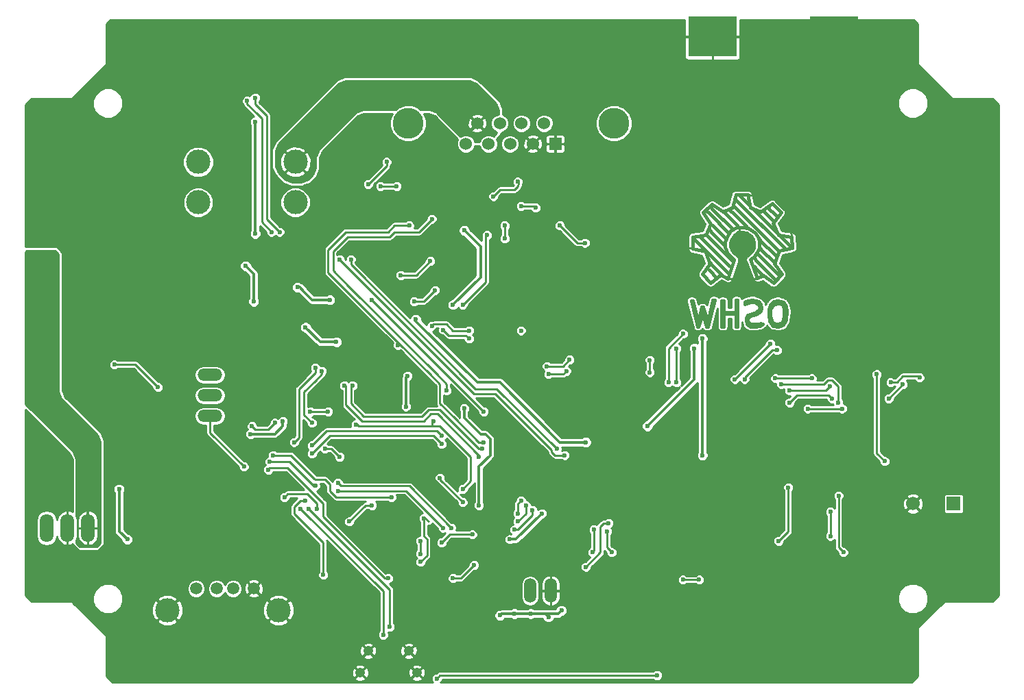
<source format=gbl>
G04 #@! TF.FileFunction,Copper,L2,Bot,Signal*
%FSLAX46Y46*%
G04 Gerber Fmt 4.6, Leading zero omitted, Abs format (unit mm)*
G04 Created by KiCad (PCBNEW (2015-07-11 BZR 5925, Git c291b88)-product) date 8/5/2015 3:00:13 PM*
%MOMM*%
G01*
G04 APERTURE LIST*
%ADD10C,0.100000*%
%ADD11C,0.381000*%
%ADD12C,1.250000*%
%ADD13C,3.810000*%
%ADD14R,1.524000X1.524000*%
%ADD15C,1.524000*%
%ADD16O,3.014980X1.506220*%
%ADD17C,1.501140*%
%ADD18C,2.999740*%
%ADD19O,1.506220X3.014980*%
%ADD20R,6.000000X5.000000*%
%ADD21O,1.699260X3.500120*%
%ADD22C,3.000000*%
%ADD23C,1.700000*%
%ADD24R,1.700000X1.700000*%
%ADD25C,0.600000*%
%ADD26C,0.250000*%
%ADD27C,0.350000*%
%ADD28C,0.254000*%
G04 APERTURE END LIST*
D10*
D11*
X180299620Y-75600480D02*
X186200040Y-81500900D01*
X185900320Y-80200420D02*
X185399940Y-79700040D01*
X181300380Y-78600220D02*
X181600100Y-78899940D01*
X183299360Y-81599960D02*
X183101240Y-81399300D01*
X184300120Y-76601240D02*
X184099460Y-76400580D01*
X184800500Y-77099080D02*
X185199280Y-77500400D01*
X183799740Y-77099080D02*
X183500020Y-76799360D01*
X182798980Y-77099080D02*
X182301140Y-76601240D01*
X180800000Y-75100100D02*
X180599340Y-74899440D01*
X180299620Y-75600480D02*
X179999900Y-75300760D01*
X180299620Y-76601240D02*
X179799240Y-76100860D01*
X178801020Y-77099080D02*
X178699420Y-77000020D01*
X179799240Y-77099080D02*
X179400460Y-76700300D01*
X177299880Y-76601240D02*
X177000160Y-76298980D01*
X176799500Y-77099080D02*
X176499780Y-76799360D01*
X184800500Y-82100340D02*
X185100220Y-82400060D01*
X183299360Y-80599200D02*
X182999640Y-80299480D01*
X185399940Y-84599700D02*
X185600600Y-84800360D01*
X183299360Y-82600720D02*
X182798980Y-82100340D01*
X184800500Y-85100080D02*
X185001160Y-85300740D01*
X182798980Y-83101100D02*
X182301140Y-82600720D01*
X182798980Y-84099320D02*
X182400200Y-83700540D01*
X177299880Y-79600980D02*
X176799500Y-79100600D01*
X176799500Y-80098820D02*
X176499780Y-79799100D01*
X177299880Y-83598940D02*
X176901100Y-83200160D01*
X175300900Y-80599200D02*
X174899580Y-80200420D01*
X176799500Y-84099320D02*
X177800260Y-85100080D01*
X177299880Y-83598940D02*
X178300640Y-84599700D01*
X175300900Y-80599200D02*
X179298860Y-84599700D01*
X175798740Y-80098820D02*
X179298860Y-83598940D01*
X176799500Y-80098820D02*
X179799240Y-83101100D01*
X182798980Y-84099320D02*
X183299360Y-84599700D01*
X182798980Y-83101100D02*
X184800500Y-85100080D01*
X183299360Y-82600720D02*
X185300880Y-84599700D01*
X183299360Y-81599960D02*
X184800500Y-83101100D01*
X183299360Y-80599200D02*
X184800500Y-82100340D01*
X180800000Y-75100100D02*
X181800760Y-76100860D01*
X184300120Y-76601240D02*
X184800500Y-77099080D01*
X183799740Y-77099080D02*
X184800500Y-78099840D01*
X185801260Y-80098820D02*
X186799480Y-81099580D01*
X182798980Y-77099080D02*
X185300880Y-79600980D01*
X180299620Y-76601240D02*
X185300880Y-81599960D01*
X177299880Y-79600980D02*
X178801020Y-81099580D01*
X177299880Y-78600220D02*
X178801020Y-80098820D01*
X179799240Y-77099080D02*
X181300380Y-78600220D01*
X176799500Y-77099080D02*
X179298860Y-79600980D01*
X177299880Y-76601240D02*
X179799240Y-79100600D01*
X178801020Y-77099080D02*
X180299620Y-78600220D01*
X175999400Y-88899920D02*
X175999400Y-89499360D01*
X177500540Y-87800100D02*
X176700440Y-91099560D01*
X176700440Y-91099560D02*
X176499780Y-91099560D01*
X176499780Y-91099560D02*
X176101000Y-89700020D01*
X176101000Y-89700020D02*
X175999400Y-89700020D01*
X175999400Y-89700020D02*
X175499020Y-91099560D01*
X175499020Y-91099560D02*
X175399960Y-91099560D01*
X175399960Y-91099560D02*
X174599860Y-87899160D01*
X174599860Y-87899160D02*
X174800520Y-87899160D01*
X174800520Y-87899160D02*
X175499020Y-90500120D01*
X175499020Y-90500120D02*
X175900340Y-88699260D01*
X175900340Y-88699260D02*
X176101000Y-88699260D01*
X176101000Y-88699260D02*
X176700440Y-90500120D01*
X176700440Y-90500120D02*
X177299880Y-87800100D01*
X177299880Y-87800100D02*
X177500540Y-87800100D01*
X180200560Y-89301240D02*
X178699420Y-89301240D01*
X178699420Y-89301240D02*
X178699420Y-89499360D01*
X178699420Y-89499360D02*
X180098960Y-89499360D01*
X178600360Y-87899160D02*
X178600360Y-91099560D01*
X178600360Y-91099560D02*
X178399700Y-91099560D01*
X178399700Y-91099560D02*
X178399700Y-87899160D01*
X178399700Y-87899160D02*
X178600360Y-87899160D01*
X180098960Y-87800100D02*
X180200560Y-87800100D01*
X180299620Y-87800100D02*
X180299620Y-91099560D01*
X180299620Y-91099560D02*
X180098960Y-91099560D01*
X180098960Y-91099560D02*
X180098960Y-87800100D01*
X181198780Y-88099820D02*
X181300380Y-88000760D01*
X181300380Y-88000760D02*
X181699160Y-87899160D01*
X181699160Y-87899160D02*
X182199540Y-87800100D01*
X182199540Y-87800100D02*
X182900580Y-88000760D01*
X182900580Y-88000760D02*
X183200300Y-88300480D01*
X183200300Y-88300480D02*
X183299360Y-88800860D01*
X183299360Y-88800860D02*
X183200300Y-89199640D01*
X183200300Y-89199640D02*
X182798980Y-89499360D01*
X182798980Y-89499360D02*
X182301140Y-89700020D01*
X182301140Y-89700020D02*
X181899820Y-89799080D01*
X181899820Y-89799080D02*
X181699160Y-89999740D01*
X181699160Y-89999740D02*
X181600100Y-90299460D01*
X181600100Y-90299460D02*
X181699160Y-90599180D01*
X181699160Y-90599180D02*
X181998880Y-90799840D01*
X181998880Y-90799840D02*
X182400200Y-90799840D01*
X182400200Y-90799840D02*
X182900580Y-90799840D01*
X182900580Y-90799840D02*
X183200300Y-90700780D01*
X183200300Y-90700780D02*
X183400960Y-90799840D01*
X183400960Y-90799840D02*
X183101240Y-91000500D01*
X183101240Y-91000500D02*
X182499260Y-91099560D01*
X182499260Y-91099560D02*
X181899820Y-91099560D01*
X181899820Y-91099560D02*
X181501040Y-90799840D01*
X181501040Y-90799840D02*
X181399440Y-90299460D01*
X181399440Y-90299460D02*
X181399440Y-89999740D01*
X181399440Y-89999740D02*
X181600100Y-89700020D01*
X181600100Y-89700020D02*
X182100480Y-89499360D01*
X182100480Y-89499360D02*
X182600860Y-89301240D01*
X182600860Y-89301240D02*
X182999640Y-88998980D01*
X182999640Y-88998980D02*
X183101240Y-88699260D01*
X183101240Y-88699260D02*
X182900580Y-88399540D01*
X182900580Y-88399540D02*
X182499260Y-88099820D01*
X182499260Y-88099820D02*
X181899820Y-88099820D01*
X181899820Y-88099820D02*
X181501040Y-88198880D01*
X181501040Y-88198880D02*
X181198780Y-88300480D01*
X185300880Y-88198880D02*
X185600600Y-88198880D01*
X185600600Y-88198880D02*
X185999380Y-88501140D01*
X185999380Y-88501140D02*
X186100980Y-88998980D01*
X186100980Y-88998980D02*
X186100980Y-89799080D01*
X186100980Y-89799080D02*
X185999380Y-90299460D01*
X185999380Y-90299460D02*
X185801260Y-90599180D01*
X185801260Y-90599180D02*
X185399940Y-90799840D01*
X185399940Y-90799840D02*
X185001160Y-90799840D01*
X185001160Y-90799840D02*
X184599840Y-90500120D01*
X184599840Y-90500120D02*
X184399180Y-89799080D01*
X184399180Y-89799080D02*
X184399180Y-88998980D01*
X184399180Y-88998980D02*
X184599840Y-88600200D01*
X184599840Y-88600200D02*
X184800500Y-88399540D01*
X184800500Y-88399540D02*
X185199280Y-88198880D01*
X185300880Y-87899160D02*
X185699660Y-88000760D01*
X185699660Y-88000760D02*
X185999380Y-88099820D01*
X185999380Y-88099820D02*
X186299100Y-88600200D01*
X186299100Y-88600200D02*
X186400700Y-89199640D01*
X186400700Y-89199640D02*
X186299100Y-90299460D01*
X186299100Y-90299460D02*
X185999380Y-90898900D01*
X185999380Y-90898900D02*
X185399940Y-91099560D01*
X185399940Y-91099560D02*
X184698900Y-91000500D01*
X184698900Y-91000500D02*
X184300120Y-90401060D01*
X184300120Y-90401060D02*
X184201060Y-89700020D01*
X184201060Y-89700020D02*
X184201060Y-88998980D01*
X184201060Y-88998980D02*
X184399180Y-88399540D01*
X184399180Y-88399540D02*
X184800500Y-88000760D01*
X184800500Y-88000760D02*
X185300880Y-87899160D01*
X181899820Y-82801380D02*
X182400200Y-82400060D01*
X182400200Y-82400060D02*
X182798980Y-81899680D01*
X182798980Y-81899680D02*
X182999640Y-81399300D01*
X182999640Y-81399300D02*
X182999640Y-80700800D01*
X182999640Y-80700800D02*
X182898040Y-80101360D01*
X182898040Y-80101360D02*
X182499260Y-79499380D01*
X182499260Y-79499380D02*
X181699160Y-78899940D01*
X181699160Y-78899940D02*
X180899060Y-78800880D01*
X180899060Y-78800880D02*
X180198020Y-78800880D01*
X180198020Y-78800880D02*
X179499520Y-79301260D01*
X179499520Y-79301260D02*
X178999140Y-79999760D01*
X178999140Y-79999760D02*
X178798480Y-80599200D01*
X178798480Y-80599200D02*
X178798480Y-81300240D01*
X178798480Y-81300240D02*
X179098200Y-82100340D01*
X179098200Y-82100340D02*
X179598580Y-82600720D01*
X179598580Y-82600720D02*
X179898300Y-82801380D01*
X179898300Y-82900440D02*
X179149000Y-85150880D01*
X179149000Y-85150880D02*
X178298100Y-84701300D01*
X178298100Y-84701300D02*
X177000160Y-85699520D01*
X177000160Y-85699520D02*
X175999400Y-84599700D01*
X175999400Y-84599700D02*
X176898560Y-83299220D01*
X176898560Y-83299220D02*
X176398180Y-82001280D01*
X176398180Y-82001280D02*
X176398180Y-81800620D01*
X176398180Y-81800620D02*
X174797980Y-81500900D01*
X174797980Y-81500900D02*
X174797980Y-79999760D01*
X174797980Y-79999760D02*
X176398180Y-79801640D01*
X176398180Y-79801640D02*
X177000160Y-78399560D01*
X177000160Y-78399560D02*
X176098460Y-77000020D01*
X176098460Y-77000020D02*
X177198280Y-75999260D01*
X177198280Y-75999260D02*
X178498760Y-76900960D01*
X178498760Y-76900960D02*
X179700180Y-76400580D01*
X179700180Y-76400580D02*
X180098960Y-74800380D01*
X180098960Y-74800380D02*
X181600100Y-74800380D01*
X181600100Y-74800380D02*
X181899820Y-76400580D01*
X181899820Y-76400580D02*
X183200300Y-76900960D01*
X183200300Y-76900960D02*
X184599840Y-75900200D01*
X184599840Y-75900200D02*
X185699660Y-77000020D01*
X185699660Y-77000020D02*
X184698900Y-78300500D01*
X184698900Y-78300500D02*
X185399940Y-79801640D01*
X185399940Y-79801640D02*
X187000140Y-79999760D01*
X187000140Y-79999760D02*
X187099200Y-81399300D01*
X187099200Y-81399300D02*
X185499000Y-81701560D01*
X185499000Y-81701560D02*
X184899560Y-83299220D01*
X184899560Y-83299220D02*
X185798720Y-84599700D01*
X185798720Y-84599700D02*
X184797960Y-85699520D01*
X184797960Y-85699520D02*
X183500020Y-84800360D01*
X183500020Y-84800360D02*
X182798980Y-85100080D01*
X182798980Y-85100080D02*
X181899820Y-82801380D01*
D12*
X134749100Y-131187460D03*
X139749100Y-131187460D03*
X133749100Y-133887460D03*
X140749100Y-133887460D03*
D13*
X165077000Y-65980000D03*
X139677000Y-65980000D03*
D14*
X157838000Y-68520000D03*
D15*
X155044000Y-68520000D03*
X152250000Y-68520000D03*
X149583000Y-68520000D03*
X146789000Y-68520000D03*
X148186000Y-65980000D03*
X150980000Y-65980000D03*
X153647000Y-65980000D03*
X156441000Y-65980000D03*
D16*
X115200000Y-97060000D03*
X115200000Y-99600000D03*
X115200000Y-102140000D03*
D17*
X120612860Y-123497880D03*
X118072860Y-123497880D03*
X116040860Y-123497880D03*
X113500860Y-123497880D03*
D18*
X123660860Y-126164880D03*
X109944860Y-126164880D03*
D19*
X154730000Y-123750000D03*
X157270000Y-123750000D03*
D20*
X177250000Y-55250000D03*
X192250000Y-55250000D03*
D21*
X97600000Y-116000000D03*
X95060000Y-116000000D03*
X100140000Y-116000000D03*
D22*
X113750000Y-70750000D03*
X113750000Y-75750000D03*
X125750000Y-75750000D03*
X125750000Y-70750000D03*
D23*
X202000000Y-113000000D03*
D24*
X207000000Y-113000000D03*
D25*
X104600000Y-93200000D03*
X107200000Y-91400000D03*
X97600000Y-96200000D03*
X138200000Y-121600000D03*
X140600000Y-125200000D03*
X143000000Y-130000000D03*
X155800000Y-117600000D03*
X161000000Y-95600000D03*
X151800000Y-84200000D03*
X151600000Y-57000000D03*
X140600000Y-57000000D03*
X127800000Y-57200000D03*
X122200000Y-62800000D03*
X126800000Y-61800000D03*
X141400000Y-59400000D03*
X148000000Y-59400000D03*
X154000000Y-54000000D03*
X140800000Y-54200000D03*
X127400000Y-54200000D03*
X121200000Y-58000000D03*
X119200000Y-64800000D03*
X113000000Y-65000000D03*
X113600000Y-55400000D03*
X106200000Y-55400000D03*
X109400000Y-69400000D03*
X98600000Y-70200000D03*
X98400000Y-66200000D03*
X93400000Y-66200000D03*
X128400000Y-83400000D03*
X117000000Y-82600000D03*
X121400000Y-83200000D03*
X109800000Y-78800000D03*
X108600000Y-78800000D03*
X107200000Y-78800000D03*
X194200000Y-78200000D03*
X190000000Y-75800000D03*
X190800000Y-79600000D03*
X189800000Y-63200000D03*
X179200000Y-64000000D03*
X192800000Y-89000000D03*
X180600000Y-93200000D03*
X178400000Y-75400000D03*
X173400000Y-75400000D03*
X169600000Y-75400000D03*
X126000000Y-111000000D03*
X135200000Y-108600000D03*
X122800000Y-112200000D03*
X124400000Y-113600000D03*
X112200000Y-100600000D03*
X111000000Y-94000000D03*
X125800000Y-88200000D03*
X134800000Y-100000000D03*
X124200000Y-95400000D03*
X117400000Y-95400000D03*
X113600000Y-88000000D03*
X131800000Y-95800000D03*
X136600000Y-95000000D03*
X124200000Y-105400000D03*
X195000000Y-61400000D03*
X195000000Y-63800000D03*
X195000000Y-66200000D03*
X193800000Y-71600000D03*
X184600000Y-56400000D03*
X181800000Y-58400000D03*
X182000000Y-54200000D03*
X187600000Y-54200000D03*
X187200000Y-58400000D03*
X184200000Y-59800000D03*
X184200000Y-61200000D03*
X184200000Y-62600000D03*
X184200000Y-64000000D03*
X157800000Y-58800000D03*
X162200000Y-63400000D03*
X167800000Y-59400000D03*
X162600000Y-53600000D03*
X167800000Y-53600000D03*
X171800000Y-53600000D03*
X172600000Y-56400000D03*
X172600000Y-58600000D03*
X175000000Y-59000000D03*
X175000000Y-61200000D03*
X175800000Y-65000000D03*
X173800000Y-63400000D03*
X173000000Y-65800000D03*
X171000000Y-68800000D03*
X168600000Y-71200000D03*
X168600000Y-73400000D03*
X169800000Y-73400000D03*
X151200000Y-125600000D03*
X148000000Y-125000000D03*
X148000000Y-127000000D03*
X129200000Y-109200000D03*
X130200000Y-105400000D03*
X153400000Y-97800000D03*
X146800000Y-94400000D03*
X156400000Y-107200000D03*
X159200000Y-101600000D03*
X150200000Y-101600000D03*
X144400000Y-100200000D03*
X168200000Y-127200000D03*
X186600000Y-78400000D03*
X186200000Y-71000000D03*
X183600000Y-69800000D03*
X182400000Y-71800000D03*
X180800000Y-70000000D03*
X163600000Y-79000000D03*
X119200000Y-115400000D03*
X173800000Y-79000000D03*
X176200000Y-86800000D03*
X156400000Y-101600000D03*
X170600000Y-122200000D03*
X149800000Y-130400000D03*
X134200000Y-105600000D03*
X141400000Y-109200000D03*
X138200000Y-100600000D03*
X145000000Y-83400000D03*
X155000000Y-72200000D03*
X138500000Y-83000000D03*
X153850000Y-62550000D03*
X134850000Y-59950000D03*
X133950000Y-59950000D03*
X132900000Y-59950000D03*
X101750000Y-78800000D03*
X99100000Y-78800000D03*
X100450000Y-78800000D03*
X101850000Y-82700000D03*
X99050000Y-82750000D03*
X100400000Y-82700000D03*
X189550000Y-118850000D03*
X189450000Y-115250000D03*
X189650000Y-113050000D03*
X177600000Y-134000000D03*
X132600000Y-123400000D03*
X132800000Y-129200000D03*
X127600000Y-129200000D03*
X127600000Y-123600000D03*
X137200000Y-113000000D03*
X150800000Y-118400000D03*
X147400000Y-115600000D03*
X140000000Y-114800000D03*
X145800000Y-115600000D03*
X169800000Y-79600000D03*
X180800000Y-80400000D03*
X181000000Y-86200000D03*
X186400000Y-86600000D03*
X191200000Y-83800000D03*
X186200000Y-75400000D03*
X211400000Y-112400000D03*
X210600000Y-123600000D03*
X198000000Y-118000000D03*
X196400000Y-133400000D03*
X188850000Y-133900000D03*
X182750000Y-124150000D03*
X178000000Y-113600000D03*
X193600000Y-81800000D03*
X207800000Y-79200000D03*
X204800000Y-96600000D03*
X201600000Y-101000000D03*
X203200000Y-105600000D03*
X207600000Y-101400000D03*
X124400000Y-120800000D03*
X124200000Y-118400000D03*
X119400000Y-110600000D03*
X102800000Y-112400000D03*
X102200000Y-103200000D03*
X107200000Y-122800000D03*
X103000000Y-128400000D03*
X113400000Y-134400000D03*
X123600000Y-134200000D03*
X198600000Y-66800000D03*
X201600000Y-77000000D03*
X201800000Y-88800000D03*
X211800000Y-98800000D03*
X164600000Y-102600000D03*
X163000000Y-97200000D03*
X212200000Y-85800000D03*
X211000000Y-64400000D03*
X204000000Y-69400000D03*
X167600000Y-87800000D03*
X167000000Y-93600000D03*
X171600000Y-92400000D03*
X171200000Y-86800000D03*
X167600000Y-83400000D03*
X189800000Y-65200000D03*
X189800000Y-61200000D03*
X198000000Y-54000000D03*
X197400000Y-58200000D03*
X194400000Y-59200000D03*
X197600000Y-92000000D03*
X197800000Y-81800000D03*
X198200000Y-79000000D03*
X196000000Y-76800000D03*
X196800000Y-71800000D03*
X194000000Y-74400000D03*
X195000000Y-68800000D03*
X179200000Y-61800000D03*
X179200000Y-66200000D03*
X173600000Y-71400000D03*
X174800000Y-69000000D03*
X177600000Y-68800000D03*
X176600000Y-71200000D03*
X179800000Y-71200000D03*
X187600000Y-67200000D03*
X190400000Y-68400000D03*
X190600000Y-71400000D03*
X126800000Y-78600000D03*
X132600000Y-80800000D03*
X150800000Y-111200000D03*
X161600000Y-87800000D03*
X156200000Y-87000000D03*
X131600000Y-102800000D03*
X171000000Y-116200000D03*
X165800000Y-116200000D03*
X166000000Y-107000000D03*
X171800000Y-105600000D03*
X179400000Y-105600000D03*
X186200000Y-105600000D03*
X191400000Y-104800000D03*
X190000000Y-105400000D03*
X119600000Y-118200000D03*
X132600000Y-116400000D03*
X130400000Y-113600000D03*
X127800000Y-117600000D03*
X150800000Y-106200000D03*
X99400000Y-91200000D03*
X101000000Y-91200000D03*
X101000000Y-89600000D03*
X101000000Y-88000000D03*
X99400000Y-88000000D03*
X110000000Y-81400000D03*
X111400000Y-81400000D03*
X111800000Y-80400000D03*
X107000000Y-103600000D03*
X149000000Y-79000000D03*
X103600000Y-97400000D03*
X102000000Y-99000000D03*
X100400000Y-101200000D03*
X95800000Y-107000000D03*
X94200000Y-105600000D03*
X95000000Y-109400000D03*
X96200000Y-111600000D03*
X104800000Y-113800000D03*
X109000000Y-113800000D03*
X106800000Y-111000000D03*
X115600000Y-107200000D03*
X120800000Y-100000000D03*
X125400000Y-100000000D03*
X129800000Y-100400000D03*
X140800000Y-98400000D03*
X131200000Y-109400000D03*
X125600000Y-116800000D03*
X121800000Y-118000000D03*
X119800000Y-107000000D03*
X132400000Y-66600000D03*
X145000000Y-93400000D03*
X150000000Y-94400000D03*
X151600000Y-101600000D03*
X160400000Y-107400000D03*
X177200000Y-107800000D03*
X131400000Y-88000000D03*
X125600000Y-131800000D03*
X163200000Y-123800000D03*
X162000000Y-129600000D03*
X209750000Y-98750000D03*
X184000000Y-108500000D03*
X131500000Y-78000000D03*
X135750000Y-78000000D03*
X139750000Y-74750000D03*
X138500000Y-86250000D03*
X149750000Y-72250000D03*
X162000000Y-70250000D03*
X156250000Y-82000000D03*
X146000000Y-77250000D03*
X195500000Y-109000000D03*
X190250000Y-109000000D03*
X158800000Y-117000000D03*
X159600000Y-112200000D03*
X126000000Y-86250000D03*
X130000000Y-87800000D03*
X127000000Y-91200000D03*
X130800000Y-93000000D03*
X146600000Y-79200000D03*
X145200000Y-88400000D03*
X151000000Y-126800000D03*
X152800000Y-126600000D03*
X154800000Y-126600000D03*
X157000000Y-127000000D03*
X158600000Y-126200000D03*
X140600000Y-90200000D03*
X161600000Y-105400000D03*
X124400000Y-112200000D03*
X128400000Y-113600000D03*
X198500000Y-107750000D03*
X197500000Y-97000000D03*
X186600000Y-111000000D03*
X185400000Y-117600000D03*
X152800000Y-116200000D03*
X155000000Y-113800000D03*
X154200000Y-113200000D03*
X153200000Y-115200000D03*
X153200000Y-114200000D03*
X153600000Y-112600000D03*
X153200000Y-73200000D03*
X150200000Y-75000000D03*
X137000000Y-70750000D03*
X134750000Y-73500000D03*
X153600000Y-76200000D03*
X155400000Y-76400000D03*
X148400000Y-107200000D03*
X131800000Y-98400000D03*
X169200000Y-103400000D03*
X175000000Y-93800000D03*
X136600000Y-129200000D03*
X126400000Y-113600000D03*
X137400000Y-128200000D03*
X127400000Y-113600000D03*
X192800000Y-112000000D03*
X193400000Y-119000000D03*
X191800000Y-114000000D03*
X191800000Y-117000000D03*
X158400000Y-78600000D03*
X161500000Y-80750000D03*
X132800000Y-98400000D03*
X162600000Y-116200000D03*
X162400000Y-119000000D03*
X148800000Y-106200000D03*
X138400000Y-93400000D03*
X149000000Y-105400000D03*
X139800000Y-78600000D03*
X144000000Y-91500000D03*
X147200000Y-92600000D03*
X159200000Y-96600000D03*
X157000000Y-97000000D03*
X153600000Y-91600000D03*
X156800000Y-96000000D03*
X159600000Y-95200000D03*
X146400000Y-88400000D03*
X149400000Y-79800000D03*
X159000000Y-107000000D03*
X131200000Y-82800000D03*
X138750000Y-84750000D03*
X142400000Y-83000000D03*
X135200000Y-87800000D03*
X140400000Y-88000000D03*
X143000000Y-86600000D03*
X149000000Y-101600000D03*
X138250000Y-73750000D03*
X136250000Y-73750000D03*
X151600000Y-78600000D03*
X151600000Y-80200000D03*
X132600000Y-82800000D03*
X158000000Y-106200000D03*
X127000000Y-112600000D03*
X129200000Y-121800000D03*
X169500000Y-96750000D03*
X169500000Y-95250000D03*
X120800000Y-79600000D03*
X120800000Y-65800000D03*
X176000000Y-92600000D03*
X176000000Y-107000000D03*
X184400000Y-93200000D03*
X161600000Y-120800000D03*
X180000000Y-97600000D03*
X164400000Y-115400000D03*
X185200000Y-94000000D03*
X164800000Y-119000000D03*
X164200000Y-116400000D03*
X181200000Y-97600000D03*
X189500000Y-97500000D03*
X185000000Y-97500000D03*
X192750000Y-100500000D03*
X185750000Y-98250000D03*
X193250000Y-101250000D03*
X189000000Y-101250000D03*
X202800000Y-97400000D03*
X199250000Y-98000000D03*
X191750000Y-98500000D03*
X186750000Y-99000000D03*
X200750000Y-98250000D03*
X199000000Y-100000000D03*
X192000000Y-100000000D03*
X186750000Y-100500000D03*
X142600000Y-91000000D03*
X147200000Y-91600000D03*
X144400000Y-99000000D03*
X142600000Y-77800000D03*
X143800000Y-104600000D03*
X173600000Y-92000000D03*
X171800000Y-98000000D03*
X127800000Y-105800000D03*
X143800000Y-105600000D03*
X172800000Y-93800000D03*
X172800000Y-98000000D03*
X127800000Y-106800000D03*
X123800000Y-79400000D03*
X120800000Y-62800000D03*
X129000000Y-96600000D03*
X127800000Y-103000000D03*
X125600000Y-105400000D03*
X122800000Y-79400000D03*
X119800000Y-63200000D03*
X128200000Y-96200000D03*
X95200000Y-82800000D03*
X93000000Y-82000000D03*
X120600000Y-88000000D03*
X119600000Y-83600000D03*
X94000000Y-82800000D03*
X96200000Y-82800000D03*
X105000000Y-117400000D03*
X104000000Y-111200000D03*
X124200000Y-102800000D03*
X120200000Y-104400000D03*
X139400000Y-101000000D03*
X127600000Y-101600000D03*
X129800000Y-101600000D03*
X146600000Y-101200000D03*
X148400000Y-113200000D03*
X139600000Y-97200000D03*
X152200000Y-117400000D03*
X156200000Y-114200000D03*
X129400000Y-106200000D03*
X131200000Y-107200000D03*
X119400000Y-108400000D03*
X175600000Y-122400000D03*
X173600000Y-122400000D03*
X137200000Y-122200000D03*
X143200000Y-134600000D03*
X170400000Y-134200000D03*
X122400000Y-108800000D03*
X141200000Y-120200000D03*
X141600000Y-114800000D03*
X123000000Y-107000000D03*
X137600000Y-112200000D03*
X128200000Y-110800000D03*
X133200000Y-103200000D03*
X146400000Y-111200000D03*
X142800000Y-102800000D03*
X122600000Y-107800000D03*
X143600000Y-109800000D03*
X146400000Y-112800000D03*
X145200000Y-122200000D03*
X147800000Y-120600000D03*
X135200000Y-113200000D03*
X132400000Y-115200000D03*
X143800000Y-117800000D03*
X147600000Y-116800000D03*
X145000000Y-116000000D03*
X131000000Y-110400000D03*
X131000000Y-111400000D03*
X144000000Y-116000000D03*
X141200000Y-117600000D03*
X141200000Y-119200000D03*
X103400000Y-95800000D03*
X108800000Y-98600000D03*
X120400000Y-103400000D03*
X123200000Y-103000000D03*
D26*
X107200000Y-91600000D02*
X104600000Y-93200000D01*
X107200000Y-91400000D02*
X107200000Y-91600000D01*
X97600000Y-96800000D02*
X98000000Y-97200000D01*
X97600000Y-96200000D02*
X97600000Y-96800000D01*
X149800000Y-130400000D02*
X143400000Y-130400000D01*
X140600000Y-124000000D02*
X138200000Y-121600000D01*
X140600000Y-125200000D02*
X140600000Y-124000000D01*
X143400000Y-130400000D02*
X143000000Y-130000000D01*
X155800000Y-117600000D02*
X155800000Y-118800000D01*
X163000000Y-97200000D02*
X162600000Y-97200000D01*
X162600000Y-97200000D02*
X161000000Y-95600000D01*
X156200000Y-87000000D02*
X154600000Y-87000000D01*
X154600000Y-87000000D02*
X151800000Y-84200000D01*
X140600000Y-57000000D02*
X151600000Y-57000000D01*
X122200000Y-62800000D02*
X127800000Y-57200000D01*
X126800000Y-61800000D02*
X127800000Y-61800000D01*
X148000000Y-59400000D02*
X141400000Y-59400000D01*
X141000000Y-54000000D02*
X154000000Y-54000000D01*
X140800000Y-54200000D02*
X141000000Y-54000000D01*
X125000000Y-54200000D02*
X127400000Y-54200000D01*
X121200000Y-58000000D02*
X125000000Y-54200000D01*
X113200000Y-64800000D02*
X119200000Y-64800000D01*
X113000000Y-65000000D02*
X113200000Y-64800000D01*
X106200000Y-55400000D02*
X113600000Y-55400000D01*
X99400000Y-69400000D02*
X109400000Y-69400000D01*
X98600000Y-70200000D02*
X99400000Y-69400000D01*
X93400000Y-66200000D02*
X98400000Y-66200000D01*
X128600000Y-83600000D02*
X128600000Y-84000000D01*
X128400000Y-83400000D02*
X128600000Y-83600000D01*
X125800000Y-88200000D02*
X125800000Y-87600000D01*
X116600000Y-82200000D02*
X116600000Y-81800000D01*
X117000000Y-82600000D02*
X116600000Y-82200000D01*
X125800000Y-87600000D02*
X121400000Y-83200000D01*
X109800000Y-78800000D02*
X108600000Y-78800000D01*
X107200000Y-78800000D02*
X106800000Y-78800000D01*
X194000000Y-74400000D02*
X194000000Y-78000000D01*
X194000000Y-78000000D02*
X194200000Y-78200000D01*
X190800000Y-79600000D02*
X191200000Y-80000000D01*
X189800000Y-65200000D02*
X189800000Y-63200000D01*
X179600000Y-64400000D02*
X179600000Y-64600000D01*
X179200000Y-64000000D02*
X179600000Y-64400000D01*
X191200000Y-83800000D02*
X192800000Y-85400000D01*
X192800000Y-85400000D02*
X192800000Y-89000000D01*
X181600000Y-93200000D02*
X182000000Y-92800000D01*
X180600000Y-93200000D02*
X181600000Y-93200000D01*
X177800000Y-75400000D02*
X177600000Y-75200000D01*
X178400000Y-75400000D02*
X177800000Y-75400000D01*
X169600000Y-75400000D02*
X173400000Y-75400000D01*
X122800000Y-112200000D02*
X124000000Y-111000000D01*
X124000000Y-111000000D02*
X126000000Y-111000000D01*
X135000000Y-108400000D02*
X134800000Y-108400000D01*
X135200000Y-108600000D02*
X135000000Y-108400000D01*
X122800000Y-112200000D02*
X123000000Y-112200000D01*
X123000000Y-112200000D02*
X124400000Y-113600000D01*
X117400000Y-95400000D02*
X112400000Y-95400000D01*
X112400000Y-100800000D02*
X112600000Y-100800000D01*
X112200000Y-100600000D02*
X112400000Y-100800000D01*
X112400000Y-95400000D02*
X111000000Y-94000000D01*
X125800000Y-88200000D02*
X125800000Y-88600000D01*
X134800000Y-100000000D02*
X135000000Y-100000000D01*
X117400000Y-95400000D02*
X124200000Y-95400000D01*
X113800000Y-87800000D02*
X113800000Y-87400000D01*
X113600000Y-88000000D02*
X113800000Y-87800000D01*
X131800000Y-95800000D02*
X131400000Y-95800000D01*
X136600000Y-95000000D02*
X136600000Y-95400000D01*
X124200000Y-105400000D02*
X124400000Y-105600000D01*
X124400000Y-105600000D02*
X124400000Y-105800000D01*
X195000000Y-61400000D02*
X195400000Y-60800000D01*
X195400000Y-60800000D02*
X195600000Y-61000000D01*
X195000000Y-66200000D02*
X195600000Y-66200000D01*
X195000000Y-68800000D02*
X193800000Y-70000000D01*
X193800000Y-70000000D02*
X193800000Y-71600000D01*
X187800000Y-67600000D02*
X184200000Y-64000000D01*
X183800000Y-56400000D02*
X184600000Y-56400000D01*
X181800000Y-58400000D02*
X183800000Y-56400000D01*
X187600000Y-54200000D02*
X182000000Y-54200000D01*
X185600000Y-58400000D02*
X187200000Y-58400000D01*
X184200000Y-59800000D02*
X185600000Y-58400000D01*
X184200000Y-62600000D02*
X184200000Y-61200000D01*
X187600000Y-67200000D02*
X187800000Y-67600000D01*
X167800000Y-59400000D02*
X163800000Y-63400000D01*
X158600000Y-58800000D02*
X158800000Y-58600000D01*
X157800000Y-58800000D02*
X158600000Y-58800000D01*
X163800000Y-63400000D02*
X162200000Y-63400000D01*
X162600000Y-54200000D02*
X167800000Y-59400000D01*
X162600000Y-53600000D02*
X162600000Y-54200000D01*
X171800000Y-53600000D02*
X167800000Y-53600000D01*
X172600000Y-58600000D02*
X172600000Y-56400000D01*
X175000000Y-61200000D02*
X175000000Y-59000000D01*
X173600000Y-71400000D02*
X171800000Y-71400000D01*
X174200000Y-63400000D02*
X175800000Y-65000000D01*
X173800000Y-63400000D02*
X174200000Y-63400000D01*
X173000000Y-66800000D02*
X173000000Y-65800000D01*
X171000000Y-68800000D02*
X173000000Y-66800000D01*
X168600000Y-73400000D02*
X168600000Y-71200000D01*
X171800000Y-71400000D02*
X169800000Y-73400000D01*
X148000000Y-125000000D02*
X148600000Y-125600000D01*
X148600000Y-125600000D02*
X151200000Y-125600000D01*
X148000000Y-125200000D02*
X148000000Y-125000000D01*
X148000000Y-127000000D02*
X148000000Y-125200000D01*
X132600000Y-116400000D02*
X133200000Y-116400000D01*
X129200000Y-109200000D02*
X129400000Y-109200000D01*
X130200000Y-105400000D02*
X130400000Y-105400000D01*
X153400000Y-97800000D02*
X153600000Y-97800000D01*
X147000000Y-94600000D02*
X147400000Y-94600000D01*
X146800000Y-94400000D02*
X147000000Y-94600000D01*
X156400000Y-107200000D02*
X155600000Y-107200000D01*
X156400000Y-101600000D02*
X159200000Y-101600000D01*
X150200000Y-101600000D02*
X150400000Y-101800000D01*
X144600000Y-100400000D02*
X144600000Y-100600000D01*
X144400000Y-100200000D02*
X144600000Y-100400000D01*
X168200000Y-127200000D02*
X168600000Y-127200000D01*
X186600000Y-78400000D02*
X187400000Y-78400000D01*
X187400000Y-78400000D02*
X190000000Y-75800000D01*
X183800000Y-71800000D02*
X185400000Y-71800000D01*
X185400000Y-71800000D02*
X186200000Y-71000000D01*
X179800000Y-71200000D02*
X179800000Y-71000000D01*
X183600000Y-71600000D02*
X183600000Y-69800000D01*
X183800000Y-71800000D02*
X183600000Y-71600000D01*
X182400000Y-71800000D02*
X183800000Y-71800000D01*
X179800000Y-71000000D02*
X180800000Y-70000000D01*
X180200000Y-68000000D02*
X188200000Y-68000000D01*
X188200000Y-68000000D02*
X187600000Y-67200000D01*
X163600000Y-79000000D02*
X163600000Y-78200000D01*
X119200000Y-115400000D02*
X119200000Y-114800000D01*
X171800000Y-83000000D02*
X173800000Y-79000000D01*
X175200000Y-86400000D02*
X176200000Y-86800000D01*
X175200000Y-86400000D02*
X175200000Y-85200000D01*
X175200000Y-85200000D02*
X171800000Y-83000000D01*
X156400000Y-101600000D02*
X156600000Y-101600000D01*
X170600000Y-122200000D02*
X170800000Y-122000000D01*
X149600000Y-130200000D02*
X149600000Y-130000000D01*
X149800000Y-130400000D02*
X149600000Y-130200000D01*
X137800000Y-105600000D02*
X134200000Y-105600000D01*
X141400000Y-109200000D02*
X137800000Y-105600000D01*
X138200000Y-100600000D02*
X138400000Y-100800000D01*
X145000000Y-83400000D02*
X145400000Y-83400000D01*
X155000000Y-72200000D02*
X155000000Y-71600000D01*
X138500000Y-83000000D02*
X139250000Y-83000000D01*
X157838000Y-68520000D02*
X157838000Y-65488000D01*
X157838000Y-65488000D02*
X154900000Y-62550000D01*
X154900000Y-62550000D02*
X153850000Y-62550000D01*
X134850000Y-59950000D02*
X135150000Y-59950000D01*
X132900000Y-59950000D02*
X133950000Y-59950000D01*
X101800000Y-78850000D02*
X102600000Y-78850000D01*
X101750000Y-78800000D02*
X101800000Y-78850000D01*
X100450000Y-78800000D02*
X99100000Y-78800000D01*
X101800000Y-82750000D02*
X101800000Y-83400000D01*
X101850000Y-82700000D02*
X101800000Y-82750000D01*
X100350000Y-82750000D02*
X99050000Y-82750000D01*
X100400000Y-82700000D02*
X100350000Y-82750000D01*
X189450000Y-115250000D02*
X189550000Y-115350000D01*
X189550000Y-115350000D02*
X189550000Y-118850000D01*
X189650000Y-113050000D02*
X189450000Y-113250000D01*
X189450000Y-113250000D02*
X189450000Y-115250000D01*
X190250000Y-109000000D02*
X189650000Y-109600000D01*
X189650000Y-109600000D02*
X189650000Y-113050000D01*
X188850000Y-133900000D02*
X177800000Y-133800000D01*
X177800000Y-133800000D02*
X177600000Y-134000000D01*
X125600000Y-131800000D02*
X125600000Y-125600000D01*
X133000000Y-123800000D02*
X133400000Y-123800000D01*
X132600000Y-123400000D02*
X133000000Y-123800000D01*
X127600000Y-129200000D02*
X132800000Y-129200000D01*
X125600000Y-125600000D02*
X127600000Y-123600000D01*
X140000000Y-114800000D02*
X139000000Y-114800000D01*
X139000000Y-114800000D02*
X137200000Y-113000000D01*
X145800000Y-115400000D02*
X145800000Y-115600000D01*
X150800000Y-114000000D02*
X150800000Y-118400000D01*
X147400000Y-115600000D02*
X147200000Y-115400000D01*
X147200000Y-115400000D02*
X145800000Y-115400000D01*
X150800000Y-111200000D02*
X150800000Y-114000000D01*
X140200000Y-115000000D02*
X140400000Y-115000000D01*
X140000000Y-114800000D02*
X140200000Y-115000000D01*
X180800000Y-80400000D02*
X180600000Y-80200000D01*
X180600000Y-80200000D02*
X180600000Y-78800000D01*
X186600000Y-78400000D02*
X187000000Y-79800000D01*
X187000000Y-79800000D02*
X187000000Y-80000000D01*
X181000000Y-86200000D02*
X182000000Y-85200000D01*
X182000000Y-85200000D02*
X182800000Y-85200000D01*
X181000000Y-86200000D02*
X180000000Y-85200000D01*
X180000000Y-85200000D02*
X179200000Y-85200000D01*
X185400000Y-75600000D02*
X185200000Y-75400000D01*
X185200000Y-75400000D02*
X181600000Y-74800000D01*
X171800000Y-83000000D02*
X173400000Y-81400000D01*
X173400000Y-81400000D02*
X174800000Y-81400000D01*
X171800000Y-83000000D02*
X168200000Y-78200000D01*
X168200000Y-78200000D02*
X169800000Y-79600000D01*
X180800000Y-86400000D02*
X175200000Y-86400000D01*
X181000000Y-86200000D02*
X180800000Y-86400000D01*
X186600000Y-78400000D02*
X191200000Y-82400000D01*
X180800000Y-80400000D02*
X180800000Y-81200000D01*
X181400000Y-86600000D02*
X181000000Y-86200000D01*
X186400000Y-86600000D02*
X181400000Y-86600000D01*
X191200000Y-82400000D02*
X191200000Y-83800000D01*
X186200000Y-75400000D02*
X185800000Y-75000000D01*
X185800000Y-75000000D02*
X185400000Y-75600000D01*
X211400000Y-112400000D02*
X210600000Y-113200000D01*
X210600000Y-113200000D02*
X210600000Y-123600000D01*
X198000000Y-118000000D02*
X196400000Y-119600000D01*
X196400000Y-119600000D02*
X196400000Y-133400000D01*
X188850000Y-133900000D02*
X182600000Y-132200000D01*
X182600000Y-132200000D02*
X182750000Y-124150000D01*
X178000000Y-113600000D02*
X177200000Y-114400000D01*
X186600000Y-78400000D02*
X188400000Y-79600000D01*
X193600000Y-81800000D02*
X190000000Y-78200000D01*
X190000000Y-78200000D02*
X190000000Y-75800000D01*
X188400000Y-82800000D02*
X186000000Y-82800000D01*
X188400000Y-79600000D02*
X188400000Y-82800000D01*
X201600000Y-101000000D02*
X201600000Y-99800000D01*
X209000000Y-79200000D02*
X209400000Y-79600000D01*
X207800000Y-79200000D02*
X209000000Y-79200000D01*
X201600000Y-99800000D02*
X204800000Y-96600000D01*
X211800000Y-98800000D02*
X210200000Y-98800000D01*
X201600000Y-104000000D02*
X201600000Y-101000000D01*
X203200000Y-105600000D02*
X201600000Y-104000000D01*
X210200000Y-98800000D02*
X207600000Y-101400000D01*
X125600000Y-116800000D02*
X125600000Y-117400000D01*
X124400000Y-120800000D02*
X123000000Y-120800000D01*
X124600000Y-118400000D02*
X124200000Y-118400000D01*
X125600000Y-117400000D02*
X124600000Y-118400000D01*
X119400000Y-110600000D02*
X119800000Y-110200000D01*
X102800000Y-103800000D02*
X102800000Y-112400000D01*
X102200000Y-103200000D02*
X102800000Y-103800000D01*
X103000000Y-127000000D02*
X107200000Y-122800000D01*
X103000000Y-128400000D02*
X103000000Y-127000000D01*
X113600000Y-134200000D02*
X113400000Y-134400000D01*
X123600000Y-134200000D02*
X113600000Y-134200000D01*
X197600000Y-92000000D02*
X200800000Y-88800000D01*
X201600000Y-69800000D02*
X198600000Y-66800000D01*
X201600000Y-77000000D02*
X201600000Y-69800000D01*
X200800000Y-88800000D02*
X201800000Y-88800000D01*
X211800000Y-100400000D02*
X212200000Y-100800000D01*
X211800000Y-98800000D02*
X211800000Y-100400000D01*
X163000000Y-101000000D02*
X164600000Y-102600000D01*
X163000000Y-97200000D02*
X163000000Y-101000000D01*
X196800000Y-71800000D02*
X201600000Y-71800000D01*
X212200000Y-65600000D02*
X212200000Y-85800000D01*
X211000000Y-64400000D02*
X212200000Y-65600000D01*
X201600000Y-71800000D02*
X204000000Y-69400000D01*
X167600000Y-87800000D02*
X169400000Y-87800000D01*
X170400000Y-93600000D02*
X167000000Y-93600000D01*
X171600000Y-92400000D02*
X170400000Y-93600000D01*
X171000000Y-86800000D02*
X171200000Y-86800000D01*
X167600000Y-83400000D02*
X171000000Y-86800000D01*
X190400000Y-68400000D02*
X190000000Y-65400000D01*
X190000000Y-65400000D02*
X189800000Y-65200000D01*
X189800000Y-61200000D02*
X196800000Y-54600000D01*
X196800000Y-54600000D02*
X198000000Y-54000000D01*
X197400000Y-58200000D02*
X196400000Y-59200000D01*
X196400000Y-59200000D02*
X194400000Y-59200000D01*
X197600000Y-82000000D02*
X197600000Y-92000000D01*
X197800000Y-81800000D02*
X197600000Y-82000000D01*
X196000000Y-76800000D02*
X198200000Y-79000000D01*
X196600000Y-71800000D02*
X196800000Y-71800000D01*
X194000000Y-74400000D02*
X196600000Y-71800000D01*
X195000000Y-63800000D02*
X195000000Y-68800000D01*
X180200000Y-68000000D02*
X180200000Y-67200000D01*
X179600000Y-62200000D02*
X180000000Y-62200000D01*
X179200000Y-61800000D02*
X179600000Y-62200000D01*
X180200000Y-67200000D02*
X179200000Y-66200000D01*
X173600000Y-70200000D02*
X173600000Y-71400000D01*
X174800000Y-69000000D02*
X173600000Y-70200000D01*
X177600000Y-70200000D02*
X177600000Y-68800000D01*
X176600000Y-71200000D02*
X177600000Y-70200000D01*
X179800000Y-68400000D02*
X179800000Y-71200000D01*
X180200000Y-68000000D02*
X179800000Y-68400000D01*
X190000000Y-69800000D02*
X190400000Y-68400000D01*
X190600000Y-71400000D02*
X190000000Y-69800000D01*
X127200000Y-78200000D02*
X127800000Y-78200000D01*
X126800000Y-78600000D02*
X127200000Y-78200000D01*
X132600000Y-80800000D02*
X132800000Y-80800000D01*
X150800000Y-111200000D02*
X151200000Y-111200000D01*
X157000000Y-87800000D02*
X161600000Y-87800000D01*
X156200000Y-87000000D02*
X157000000Y-87800000D01*
X131800000Y-102600000D02*
X131800000Y-102200000D01*
X131600000Y-102800000D02*
X131800000Y-102600000D01*
X169000000Y-116200000D02*
X171000000Y-116200000D01*
X165800000Y-116200000D02*
X169000000Y-116200000D01*
X171200000Y-106200000D02*
X166000000Y-107000000D01*
X171800000Y-105600000D02*
X171200000Y-106200000D01*
X186200000Y-105600000D02*
X179400000Y-105600000D01*
X190800000Y-105400000D02*
X191400000Y-104800000D01*
X190000000Y-105400000D02*
X190800000Y-105400000D01*
X119600000Y-118200000D02*
X120000000Y-118200000D01*
X130600000Y-113800000D02*
X130600000Y-114000000D01*
X130400000Y-113600000D02*
X130600000Y-113800000D01*
X128000000Y-117800000D02*
X128200000Y-117800000D01*
X127800000Y-117600000D02*
X128000000Y-117800000D01*
X150800000Y-106200000D02*
X152400000Y-107400000D01*
X99400000Y-91200000D02*
X98600000Y-91200000D01*
X101000000Y-89600000D02*
X101000000Y-91200000D01*
X99400000Y-88000000D02*
X101000000Y-88000000D01*
X109800000Y-81200000D02*
X109800000Y-80400000D01*
X110000000Y-81400000D02*
X109800000Y-81200000D01*
X111400000Y-80800000D02*
X111400000Y-81400000D01*
X111800000Y-80400000D02*
X111400000Y-80800000D01*
X107000000Y-103600000D02*
X107400000Y-103600000D01*
X149000000Y-79000000D02*
X148600000Y-79000000D01*
X94200000Y-105600000D02*
X94972414Y-107331034D01*
X103400000Y-97600000D02*
X102600000Y-97600000D01*
X103600000Y-97400000D02*
X103400000Y-97600000D01*
X100400000Y-101200000D02*
X102000000Y-99600000D01*
X102000000Y-99600000D02*
X102000000Y-99000000D01*
X94972414Y-107331034D02*
X95800000Y-107000000D01*
X94800000Y-106200000D02*
X94800000Y-106600000D01*
X94200000Y-105600000D02*
X94800000Y-106200000D01*
X95000000Y-110400000D02*
X95000000Y-109400000D01*
X96200000Y-111600000D02*
X95000000Y-110400000D01*
X104800000Y-113800000D02*
X104800000Y-114200000D01*
X109000000Y-113800000D02*
X109800000Y-114200000D01*
X106800000Y-111000000D02*
X107200000Y-111000000D01*
X115600000Y-107200000D02*
X115800000Y-107200000D01*
X120800000Y-100000000D02*
X121000000Y-99800000D01*
X125400000Y-100000000D02*
X125400000Y-99800000D01*
X129800000Y-100400000D02*
X129800000Y-99600000D01*
X140800000Y-98400000D02*
X141200000Y-98400000D01*
X131200000Y-109400000D02*
X131000000Y-109200000D01*
X125600000Y-116800000D02*
X125800000Y-116800000D01*
X121800000Y-118000000D02*
X121600000Y-118000000D01*
X119800000Y-107000000D02*
X119800000Y-106600000D01*
X132400000Y-66600000D02*
X133000000Y-66000000D01*
X147000000Y-94400000D02*
X145000000Y-93400000D01*
X150000000Y-94400000D02*
X147000000Y-94400000D01*
X151600000Y-101600000D02*
X151200000Y-102200000D01*
X160400000Y-107400000D02*
X160600000Y-107400000D01*
X177200000Y-107800000D02*
X178000000Y-107800000D01*
X131400000Y-88000000D02*
X131400000Y-87800000D01*
X125600000Y-131800000D02*
X125600000Y-131600000D01*
X162000000Y-129600000D02*
X162400000Y-129600000D01*
X184000000Y-108500000D02*
X183750000Y-108500000D01*
X131500000Y-78000000D02*
X131750000Y-77750000D01*
X135750000Y-78000000D02*
X135750000Y-77750000D01*
X139750000Y-74750000D02*
X140000000Y-75000000D01*
X138500000Y-86250000D02*
X138500000Y-86000000D01*
X149750000Y-72250000D02*
X149750000Y-72750000D01*
X162000000Y-70250000D02*
X162000000Y-69750000D01*
X156000000Y-82250000D02*
X156000000Y-82500000D01*
X156250000Y-82000000D02*
X156000000Y-82250000D01*
X146000000Y-77250000D02*
X146000000Y-77500000D01*
X195500000Y-109000000D02*
X195000000Y-109000000D01*
X190250000Y-109000000D02*
X189750000Y-109000000D01*
X161800000Y-111800000D02*
X161800000Y-114000000D01*
X161800000Y-114000000D02*
X158800000Y-117000000D01*
X159800000Y-113200000D02*
X161800000Y-111800000D01*
X159600000Y-112200000D02*
X159800000Y-113200000D01*
D27*
X126000000Y-86250000D02*
X126250000Y-86250000D01*
X126250000Y-86250000D02*
X126800000Y-86800000D01*
X127800000Y-87800000D02*
X130000000Y-87800000D01*
X126800000Y-86800000D02*
X127800000Y-87800000D01*
X128800000Y-93000000D02*
X127000000Y-91200000D01*
X130800000Y-93000000D02*
X128800000Y-93000000D01*
X148600000Y-81200000D02*
X146600000Y-79200000D01*
X148600000Y-85000000D02*
X148600000Y-81200000D01*
X145200000Y-88400000D02*
X148600000Y-85000000D01*
X152800000Y-126600000D02*
X151200000Y-126600000D01*
X151200000Y-126600000D02*
X151000000Y-126800000D01*
X156800000Y-126600000D02*
X156800000Y-126800000D01*
X156800000Y-126800000D02*
X157000000Y-127000000D01*
X158600000Y-126200000D02*
X158200000Y-126600000D01*
X158200000Y-126600000D02*
X156800000Y-126600000D01*
X156800000Y-126600000D02*
X154800000Y-126600000D01*
X154800000Y-126600000D02*
X152800000Y-126600000D01*
X140600000Y-90400000D02*
X140800000Y-90600000D01*
X140600000Y-90200000D02*
X140600000Y-90400000D01*
X158400000Y-105400000D02*
X161600000Y-105400000D01*
X151000000Y-98000000D02*
X158400000Y-105400000D01*
X148200000Y-98000000D02*
X151000000Y-98000000D01*
X140800000Y-90600000D02*
X148200000Y-98000000D01*
D26*
X124400000Y-112200000D02*
X124800000Y-111800000D01*
X126600000Y-111800000D02*
X127200000Y-111800000D01*
X124800000Y-111800000D02*
X126600000Y-111800000D01*
X127200000Y-111800000D02*
X128400000Y-113000000D01*
X128400000Y-113000000D02*
X128400000Y-113600000D01*
X197500000Y-106750000D02*
X198500000Y-107750000D01*
X197500000Y-97000000D02*
X197500000Y-106750000D01*
X186600000Y-116400000D02*
X186600000Y-111000000D01*
X185400000Y-117600000D02*
X186600000Y-116400000D01*
X153200000Y-116200000D02*
X152800000Y-116200000D01*
X155000000Y-114400000D02*
X153200000Y-116200000D01*
X155000000Y-113800000D02*
X155000000Y-114400000D01*
X154200000Y-114200000D02*
X154200000Y-113200000D01*
X153200000Y-115200000D02*
X154200000Y-114200000D01*
X153200000Y-113000000D02*
X153200000Y-114200000D01*
X153600000Y-112600000D02*
X153200000Y-113000000D01*
X153200000Y-73600000D02*
X153200000Y-73800000D01*
X153200000Y-73200000D02*
X153300000Y-73300000D01*
X153300000Y-73300000D02*
X153300000Y-73500000D01*
X153300000Y-73500000D02*
X153200000Y-73600000D01*
X151000000Y-74200000D02*
X150200000Y-75000000D01*
X152800000Y-74200000D02*
X151000000Y-74200000D01*
X153200000Y-73800000D02*
X152800000Y-74200000D01*
X137000000Y-71250000D02*
X137000000Y-70750000D01*
X134750000Y-73500000D02*
X137000000Y-71250000D01*
X155200000Y-76200000D02*
X153600000Y-76200000D01*
X155400000Y-76400000D02*
X155200000Y-76200000D01*
X132000000Y-98400000D02*
X131800000Y-98400000D01*
X148400000Y-107000000D02*
X143300000Y-101900000D01*
X148400000Y-107200000D02*
X148400000Y-107000000D01*
X142500000Y-101900000D02*
X141600000Y-102800000D01*
X141600000Y-102800000D02*
X134000000Y-102800000D01*
X134000000Y-102800000D02*
X132000000Y-100800000D01*
X132000000Y-100800000D02*
X132000000Y-98400000D01*
X143300000Y-101900000D02*
X142500000Y-101900000D01*
D27*
X169200000Y-103400000D02*
X175000000Y-97600000D01*
X175000000Y-97600000D02*
X175000000Y-93800000D01*
D26*
X136600000Y-123800000D02*
X136600000Y-129200000D01*
X126400000Y-113600000D02*
X136600000Y-123800000D01*
X137400000Y-123600000D02*
X137400000Y-128200000D01*
X127400000Y-113600000D02*
X137400000Y-123600000D01*
X192800000Y-118400000D02*
X192800000Y-112000000D01*
X193400000Y-119000000D02*
X192800000Y-118400000D01*
X191800000Y-117000000D02*
X191800000Y-114000000D01*
X161500000Y-80750000D02*
X160550000Y-80750000D01*
X160550000Y-80750000D02*
X158400000Y-78600000D01*
X144000000Y-101800000D02*
X143600000Y-101400000D01*
X132600000Y-100600000D02*
X132600000Y-98400000D01*
X134200000Y-102200000D02*
X132600000Y-100600000D01*
X141400000Y-102200000D02*
X134200000Y-102200000D01*
X142200000Y-101400000D02*
X141400000Y-102200000D01*
X143600000Y-101400000D02*
X142200000Y-101400000D01*
X132600000Y-98400000D02*
X132800000Y-98400000D01*
X162600000Y-118800000D02*
X162600000Y-116200000D01*
X162400000Y-119000000D02*
X162600000Y-118800000D01*
X148400000Y-106200000D02*
X148800000Y-106200000D01*
X148000000Y-105800000D02*
X148400000Y-106200000D01*
X144000000Y-101800000D02*
X148000000Y-105800000D01*
X138600000Y-93200000D02*
X138400000Y-93400000D01*
X129800000Y-84400000D02*
X129800000Y-81600000D01*
X129800000Y-81600000D02*
X132000000Y-79400000D01*
X149000000Y-105400000D02*
X148400000Y-105400000D01*
X143600000Y-100600000D02*
X143600000Y-99400000D01*
X145400000Y-102400000D02*
X143600000Y-100600000D01*
X148400000Y-105400000D02*
X145400000Y-102400000D01*
X143600000Y-98200000D02*
X142400000Y-97000000D01*
X143600000Y-99400000D02*
X143600000Y-98200000D01*
X139800000Y-78600000D02*
X138000000Y-78600000D01*
X138000000Y-78600000D02*
X137200000Y-79400000D01*
X137200000Y-79400000D02*
X132000000Y-79400000D01*
X129800000Y-84400000D02*
X138600000Y-93200000D01*
X138600000Y-93200000D02*
X142400000Y-97000000D01*
X144000000Y-91500000D02*
X144700000Y-92200000D01*
X144700000Y-92200000D02*
X145200000Y-92200000D01*
X147200000Y-92600000D02*
X146800000Y-92200000D01*
X146800000Y-92200000D02*
X145200000Y-92200000D01*
X145200000Y-92200000D02*
X144700000Y-92200000D01*
X157000000Y-97000000D02*
X158800000Y-97000000D01*
X158800000Y-97000000D02*
X159200000Y-96600000D01*
X156800000Y-96000000D02*
X158600000Y-96000000D01*
X158600000Y-96000000D02*
X158800000Y-96000000D01*
X158800000Y-96000000D02*
X159600000Y-95200000D01*
X146400000Y-88400000D02*
X149200002Y-85599998D01*
X149200002Y-85599998D02*
X149200002Y-79999998D01*
X149200002Y-79999998D02*
X149400000Y-79800000D01*
X147800000Y-99400000D02*
X150200000Y-99400000D01*
X157400000Y-106600000D02*
X157800000Y-107000000D01*
X157400000Y-106400000D02*
X157400000Y-106600000D01*
X150400000Y-99400000D02*
X157400000Y-106400000D01*
X150200000Y-99400000D02*
X150400000Y-99400000D01*
X157800000Y-107000000D02*
X159000000Y-107000000D01*
X131200000Y-82800000D02*
X147800000Y-99400000D01*
X138750000Y-84750000D02*
X140650000Y-84750000D01*
X140650000Y-84750000D02*
X142400000Y-83000000D01*
X135200000Y-87800000D02*
X135600000Y-88200000D01*
X141600000Y-88000000D02*
X140400000Y-88000000D01*
X143000000Y-86600000D02*
X141600000Y-88000000D01*
X149000000Y-101600000D02*
X147400000Y-100000000D01*
X135600000Y-88200000D02*
X147400000Y-100000000D01*
X138250000Y-73750000D02*
X136250000Y-73750000D01*
X151600000Y-80200000D02*
X151600000Y-78600000D01*
X158000000Y-106200000D02*
X150600000Y-98800000D01*
X150600000Y-98800000D02*
X148000000Y-98800000D01*
X132600000Y-83400000D02*
X148000000Y-98800000D01*
X132600000Y-82800000D02*
X132600000Y-83400000D01*
X126000000Y-113000000D02*
X126400000Y-112600000D01*
X126400000Y-112600000D02*
X127000000Y-112600000D01*
X129200000Y-117800000D02*
X129200000Y-121800000D01*
X125600000Y-114200000D02*
X129200000Y-117800000D01*
X125600000Y-113400000D02*
X125600000Y-114200000D01*
X126000000Y-113000000D02*
X125600000Y-113400000D01*
X169500000Y-95250000D02*
X169500000Y-96750000D01*
D27*
X120800000Y-65800000D02*
X120800000Y-79600000D01*
X176000000Y-92600000D02*
X176000000Y-95000000D01*
X176000000Y-95000000D02*
X176000000Y-107000000D01*
D26*
X180000000Y-97600000D02*
X184400000Y-93200000D01*
X163400000Y-115800000D02*
X163800000Y-115400000D01*
X163400000Y-119000000D02*
X163400000Y-115800000D01*
X161600000Y-120800000D02*
X163400000Y-119000000D01*
X163800000Y-115400000D02*
X164400000Y-115400000D01*
X181200000Y-97600000D02*
X181200000Y-97400000D01*
X184600000Y-94000000D02*
X185200000Y-94000000D01*
X181200000Y-97400000D02*
X184600000Y-94000000D01*
X164200000Y-118400000D02*
X164200000Y-116400000D01*
X164800000Y-119000000D02*
X164200000Y-118400000D01*
X185000000Y-97500000D02*
X189500000Y-97500000D01*
X185750000Y-98250000D02*
X191000000Y-98250000D01*
X191000000Y-98250000D02*
X191500000Y-97750000D01*
X191500000Y-97750000D02*
X192000000Y-97750000D01*
X192000000Y-97750000D02*
X192750000Y-98500000D01*
X192750000Y-98500000D02*
X192750000Y-100500000D01*
X192250000Y-101250000D02*
X193250000Y-101250000D01*
X189000000Y-101250000D02*
X192250000Y-101250000D01*
X200000000Y-98000000D02*
X200750000Y-97250000D01*
X202650000Y-97250000D02*
X202800000Y-97400000D01*
X200750000Y-97250000D02*
X202650000Y-97250000D01*
X199750000Y-98000000D02*
X200000000Y-98000000D01*
X199250000Y-98000000D02*
X199750000Y-98000000D01*
X191250000Y-99000000D02*
X191750000Y-98500000D01*
X186750000Y-99000000D02*
X191250000Y-99000000D01*
X186750000Y-100500000D02*
X187650000Y-99600000D01*
X191600000Y-99600000D02*
X192000000Y-100000000D01*
X187650000Y-99600000D02*
X191600000Y-99600000D01*
X200750000Y-98250000D02*
X199000000Y-100000000D01*
X145200000Y-91600000D02*
X144400000Y-90800000D01*
X142800000Y-90800000D02*
X142600000Y-91000000D01*
X144400000Y-90800000D02*
X142800000Y-90800000D01*
X145200000Y-91600000D02*
X145400000Y-91600000D01*
X147200000Y-91600000D02*
X145200000Y-91600000D01*
X130400000Y-84200000D02*
X130400000Y-81800000D01*
X130400000Y-81800000D02*
X132200000Y-80000000D01*
X143200000Y-97000000D02*
X144400000Y-98200000D01*
X144400000Y-98200000D02*
X144400000Y-99000000D01*
X132400000Y-86200000D02*
X143200000Y-97000000D01*
X130400000Y-84200000D02*
X132400000Y-86200000D01*
X137400000Y-80000000D02*
X132200000Y-80000000D01*
X142600000Y-77800000D02*
X141000000Y-79400000D01*
X141000000Y-79400000D02*
X138000000Y-79400000D01*
X138000000Y-79400000D02*
X137400000Y-80000000D01*
X142400000Y-104000000D02*
X143200000Y-104000000D01*
X143200000Y-104000000D02*
X143800000Y-104600000D01*
X171800000Y-97400000D02*
X171800000Y-94000000D01*
X171800000Y-94000000D02*
X171800000Y-93800000D01*
X171800000Y-93800000D02*
X173600000Y-92000000D01*
X171800000Y-97400000D02*
X171800000Y-98000000D01*
X127800000Y-105800000D02*
X129600000Y-104000000D01*
X129600000Y-104000000D02*
X142400000Y-104000000D01*
X142800000Y-104600000D02*
X143800000Y-105600000D01*
X172800000Y-98000000D02*
X172800000Y-93800000D01*
X130000000Y-104600000D02*
X142800000Y-104600000D01*
X127800000Y-106800000D02*
X130000000Y-104600000D01*
X126800000Y-101800000D02*
X126800000Y-102000000D01*
X126800000Y-102000000D02*
X127800000Y-103000000D01*
X120800000Y-62800000D02*
X120800000Y-63600000D01*
X122200000Y-77800000D02*
X122200000Y-65000000D01*
X123800000Y-79400000D02*
X122200000Y-77800000D01*
X120800000Y-63600000D02*
X122200000Y-65000000D01*
X128200000Y-97800000D02*
X129000000Y-97000000D01*
X129000000Y-97000000D02*
X129000000Y-96600000D01*
X126800000Y-101800000D02*
X126800000Y-99200000D01*
X126800000Y-99200000D02*
X128200000Y-97800000D01*
X125600000Y-105400000D02*
X126200000Y-104800000D01*
X126200000Y-104800000D02*
X126200000Y-102000000D01*
X121000000Y-64800000D02*
X119800000Y-63600000D01*
X122800000Y-79400000D02*
X121600000Y-78200000D01*
X121600000Y-78200000D02*
X121600000Y-65400000D01*
X121600000Y-65400000D02*
X121000000Y-64800000D01*
X119800000Y-63600000D02*
X119800000Y-63200000D01*
X127200000Y-97800000D02*
X128200000Y-96800000D01*
X128200000Y-96800000D02*
X128200000Y-96200000D01*
X126200000Y-98800000D02*
X127200000Y-97800000D01*
X126200000Y-102000000D02*
X126200000Y-98800000D01*
X94000000Y-82800000D02*
X95200000Y-82800000D01*
X93200000Y-82200000D02*
X93400000Y-82200000D01*
X93000000Y-82000000D02*
X93200000Y-82200000D01*
D27*
X120600000Y-84600000D02*
X120600000Y-88000000D01*
X119600000Y-83600000D02*
X120600000Y-84600000D01*
X99500000Y-103300000D02*
X94200000Y-98000000D01*
X94200000Y-98000000D02*
X94000000Y-82800000D01*
X100140000Y-116000000D02*
X100140000Y-103940000D01*
X100140000Y-103940000D02*
X99500000Y-103300000D01*
X94000000Y-82800000D02*
X96200000Y-82800000D01*
X104000000Y-116400000D02*
X105000000Y-117400000D01*
X104000000Y-111200000D02*
X104000000Y-116400000D01*
X124200000Y-103400000D02*
X124200000Y-102800000D01*
X123200000Y-104400000D02*
X124200000Y-103400000D01*
X120200000Y-104400000D02*
X123200000Y-104400000D01*
D26*
X139400000Y-97400000D02*
X139600000Y-97200000D01*
D27*
X139400000Y-101000000D02*
X139400000Y-97400000D01*
D26*
X129800000Y-101600000D02*
X127600000Y-101600000D01*
D27*
X146600000Y-101200000D02*
X146600000Y-102400000D01*
X148400000Y-113200000D02*
X148400000Y-108400000D01*
X149800000Y-107000000D02*
X148400000Y-108400000D01*
X149800000Y-105000000D02*
X149800000Y-107000000D01*
X149200000Y-104400000D02*
X149800000Y-105000000D01*
X148600000Y-104400000D02*
X149200000Y-104400000D01*
X146600000Y-102400000D02*
X148600000Y-104400000D01*
X152200000Y-117400000D02*
X153000000Y-117400000D01*
X153000000Y-117400000D02*
X156200000Y-114200000D01*
D26*
X130200000Y-106200000D02*
X129400000Y-106200000D01*
X131200000Y-107200000D02*
X130200000Y-106200000D01*
X119400000Y-108400000D02*
X115200000Y-104200000D01*
X115200000Y-104200000D02*
X115200000Y-102140000D01*
X122400000Y-108800000D02*
X122600000Y-108600000D01*
X129200000Y-113000000D02*
X129200000Y-113200000D01*
X129000000Y-112800000D02*
X129200000Y-113000000D01*
X127200000Y-111000000D02*
X129000000Y-112800000D01*
X124800000Y-108600000D02*
X127200000Y-111000000D01*
X122600000Y-108600000D02*
X124800000Y-108600000D01*
X173600000Y-122400000D02*
X175600000Y-122400000D01*
X129200000Y-113200000D02*
X129200000Y-114600000D01*
X129200000Y-114600000D02*
X136800000Y-122200000D01*
X136800000Y-122200000D02*
X137200000Y-122200000D01*
X143200000Y-134600000D02*
X143600000Y-134200000D01*
X143600000Y-134200000D02*
X170400000Y-134200000D01*
X141600000Y-114800000D02*
X141600000Y-117000000D01*
X142000000Y-119400000D02*
X141200000Y-120200000D01*
X142000000Y-117400000D02*
X142000000Y-119400000D01*
X141600000Y-117000000D02*
X142000000Y-117400000D01*
X141800000Y-114800000D02*
X142200000Y-115200000D01*
X141600000Y-114800000D02*
X141800000Y-114800000D01*
X128100000Y-109900000D02*
X128200000Y-110000000D01*
X130000000Y-111400000D02*
X130800000Y-112200000D01*
X130000000Y-110600000D02*
X130000000Y-111400000D01*
X129400000Y-110000000D02*
X130000000Y-110600000D01*
X128200000Y-110000000D02*
X129400000Y-110000000D01*
X127600000Y-109400000D02*
X125200000Y-107000000D01*
X125200000Y-107000000D02*
X123000000Y-107000000D01*
X130800000Y-112200000D02*
X137600000Y-112200000D01*
X127600000Y-109400000D02*
X128100000Y-109900000D01*
X127400000Y-110200000D02*
X128000000Y-110800000D01*
X128000000Y-110800000D02*
X128200000Y-110800000D01*
X127400000Y-110200000D02*
X125000000Y-107800000D01*
X125000000Y-107800000D02*
X122600000Y-107800000D01*
X142800000Y-103400000D02*
X143600000Y-103400000D01*
X147400000Y-110200000D02*
X146400000Y-111200000D01*
X147400000Y-107200000D02*
X147400000Y-110200000D01*
X143600000Y-103400000D02*
X147400000Y-107200000D01*
X133200000Y-103200000D02*
X133400000Y-103200000D01*
X133400000Y-103200000D02*
X133600000Y-103400000D01*
X142600000Y-103400000D02*
X133600000Y-103400000D01*
X142800000Y-103400000D02*
X142600000Y-103400000D01*
X142600000Y-103400000D02*
X142600000Y-103000000D01*
X142600000Y-103000000D02*
X142800000Y-102800000D01*
X143600000Y-110000000D02*
X143600000Y-109800000D01*
X146400000Y-112800000D02*
X143600000Y-110000000D01*
X146200000Y-122200000D02*
X145200000Y-122200000D01*
X147800000Y-120600000D02*
X146200000Y-122200000D01*
X134400000Y-113200000D02*
X135200000Y-113200000D01*
X132400000Y-115200000D02*
X134400000Y-113200000D01*
X144800000Y-116800000D02*
X146400000Y-116800000D01*
X143800000Y-117800000D02*
X144800000Y-116800000D01*
X147600000Y-116800000D02*
X146400000Y-116800000D01*
X139800000Y-110800000D02*
X145000000Y-116000000D01*
X131400000Y-110800000D02*
X139800000Y-110800000D01*
X131000000Y-110400000D02*
X131400000Y-110800000D01*
X139400000Y-111400000D02*
X131000000Y-111400000D01*
X144000000Y-116000000D02*
X139400000Y-111400000D01*
X141200000Y-119200000D02*
X141200000Y-117600000D01*
X106000000Y-95800000D02*
X108800000Y-98600000D01*
X103400000Y-95800000D02*
X106000000Y-95800000D01*
X120799998Y-103799998D02*
X120400000Y-103400000D01*
X122400002Y-103799998D02*
X120799998Y-103799998D01*
X123200000Y-103000000D02*
X122400002Y-103799998D01*
D28*
G36*
X173815000Y-55114250D02*
X173923750Y-55223000D01*
X177223000Y-55223000D01*
X177223000Y-55203000D01*
X177277000Y-55203000D01*
X177277000Y-55223000D01*
X180576250Y-55223000D01*
X180685000Y-55114250D01*
X180685000Y-53177000D01*
X202073130Y-53177000D01*
X202573000Y-53676869D01*
X202573000Y-58499995D01*
X202572999Y-58500000D01*
X202605503Y-58663406D01*
X202698065Y-58801935D01*
X206698063Y-62801932D01*
X206698065Y-62801935D01*
X206836594Y-62894497D01*
X207000000Y-62927000D01*
X211823130Y-62927000D01*
X212573000Y-63676869D01*
X212573000Y-124323131D01*
X211823130Y-125073000D01*
X206000005Y-125073000D01*
X206000000Y-125072999D01*
X205836594Y-125105503D01*
X205698065Y-125198065D01*
X205698063Y-125198068D01*
X202698065Y-128198065D01*
X202605503Y-128336594D01*
X202572999Y-128500000D01*
X202573000Y-128500005D01*
X202573000Y-134323131D01*
X201823130Y-135073000D01*
X143684433Y-135073000D01*
X143773598Y-134983990D01*
X143876882Y-134735254D01*
X143876911Y-134702000D01*
X169944537Y-134702000D01*
X170016010Y-134773598D01*
X170264746Y-134876882D01*
X170534073Y-134877117D01*
X170782989Y-134774267D01*
X170973598Y-134583990D01*
X171076882Y-134335254D01*
X171077117Y-134065927D01*
X170974267Y-133817011D01*
X170783990Y-133626402D01*
X170535254Y-133523118D01*
X170265927Y-133522883D01*
X170017011Y-133625733D01*
X169944618Y-133698000D01*
X143600000Y-133698000D01*
X143407892Y-133736212D01*
X143342660Y-133779800D01*
X143245032Y-133845032D01*
X143245030Y-133845035D01*
X143167094Y-133922971D01*
X143065927Y-133922883D01*
X142817011Y-134025733D01*
X142626402Y-134216010D01*
X142523118Y-134464746D01*
X142522883Y-134734073D01*
X142625733Y-134982989D01*
X142715587Y-135073000D01*
X103176869Y-135073000D01*
X102697477Y-134593607D01*
X133081137Y-134593607D01*
X133135883Y-134777416D01*
X133523133Y-134944340D01*
X133944784Y-134950364D01*
X134336644Y-134794570D01*
X134362317Y-134777416D01*
X134417063Y-134593607D01*
X140081137Y-134593607D01*
X140135883Y-134777416D01*
X140523133Y-134944340D01*
X140944784Y-134950364D01*
X141336644Y-134794570D01*
X141362317Y-134777416D01*
X141417063Y-134593607D01*
X140749100Y-133925644D01*
X140081137Y-134593607D01*
X134417063Y-134593607D01*
X134417063Y-134593607D01*
X133749100Y-133925644D01*
X133081137Y-134593607D01*
X102697477Y-134593607D01*
X102427000Y-134323130D01*
X102427000Y-134083144D01*
X132686196Y-134083144D01*
X132841990Y-134475004D01*
X132859144Y-134500677D01*
X133042953Y-134555423D01*
X133710916Y-133887460D01*
X133787284Y-133887460D01*
X134455247Y-134555423D01*
X134639056Y-134500677D01*
X134805980Y-134113427D01*
X134806412Y-134083144D01*
X139686196Y-134083144D01*
X139841990Y-134475004D01*
X139859144Y-134500677D01*
X140042953Y-134555423D01*
X140710916Y-133887460D01*
X140787284Y-133887460D01*
X141455247Y-134555423D01*
X141639056Y-134500677D01*
X141805980Y-134113427D01*
X141812004Y-133691776D01*
X141656210Y-133299916D01*
X141639056Y-133274243D01*
X141455247Y-133219497D01*
X140787284Y-133887460D01*
X140710916Y-133887460D01*
X140710916Y-133887460D01*
X140042953Y-133219497D01*
X139859144Y-133274243D01*
X139692220Y-133661493D01*
X139686196Y-134083144D01*
X134806412Y-134083144D01*
X134812004Y-133691776D01*
X134656210Y-133299916D01*
X134639056Y-133274243D01*
X134455247Y-133219497D01*
X133787284Y-133887460D01*
X133710916Y-133887460D01*
X133710916Y-133887460D01*
X133042953Y-133219497D01*
X132859144Y-133274243D01*
X132692220Y-133661493D01*
X132686196Y-134083144D01*
X102427000Y-134083144D01*
X102427000Y-133181313D01*
X133081137Y-133181313D01*
X133749100Y-133849276D01*
X134417063Y-133181313D01*
X140081137Y-133181313D01*
X140749100Y-133849276D01*
X141417063Y-133181313D01*
X141362317Y-132997504D01*
X140975067Y-132830580D01*
X140553416Y-132824556D01*
X140161556Y-132980350D01*
X140135883Y-132997504D01*
X140081137Y-133181313D01*
X134417063Y-133181313D01*
X134417063Y-133181313D01*
X134362317Y-132997504D01*
X133975067Y-132830580D01*
X133553416Y-132824556D01*
X133161556Y-132980350D01*
X133135883Y-132997504D01*
X133081137Y-133181313D01*
X102427000Y-133181313D01*
X102427000Y-131893607D01*
X134081137Y-131893607D01*
X134135883Y-132077416D01*
X134523133Y-132244340D01*
X134944784Y-132250364D01*
X135336644Y-132094570D01*
X135362317Y-132077416D01*
X135417063Y-131893607D01*
X139081137Y-131893607D01*
X139135883Y-132077416D01*
X139523133Y-132244340D01*
X139944784Y-132250364D01*
X140336644Y-132094570D01*
X140362317Y-132077416D01*
X140417063Y-131893607D01*
X139749100Y-131225644D01*
X139081137Y-131893607D01*
X135417063Y-131893607D01*
X135417063Y-131893607D01*
X134749100Y-131225644D01*
X134081137Y-131893607D01*
X102427000Y-131893607D01*
X102427000Y-131383144D01*
X133686196Y-131383144D01*
X133841990Y-131775004D01*
X133859144Y-131800677D01*
X134042953Y-131855423D01*
X134710916Y-131187460D01*
X134787284Y-131187460D01*
X135455247Y-131855423D01*
X135639056Y-131800677D01*
X135805980Y-131413427D01*
X135806412Y-131383144D01*
X138686196Y-131383144D01*
X138841990Y-131775004D01*
X138859144Y-131800677D01*
X139042953Y-131855423D01*
X139710916Y-131187460D01*
X139787284Y-131187460D01*
X140455247Y-131855423D01*
X140639056Y-131800677D01*
X140805980Y-131413427D01*
X140812004Y-130991776D01*
X140656210Y-130599916D01*
X140639056Y-130574243D01*
X140455247Y-130519497D01*
X139787284Y-131187460D01*
X139710916Y-131187460D01*
X139710916Y-131187460D01*
X139042953Y-130519497D01*
X138859144Y-130574243D01*
X138692220Y-130961493D01*
X138686196Y-131383144D01*
X135806412Y-131383144D01*
X135812004Y-130991776D01*
X135656210Y-130599916D01*
X135639056Y-130574243D01*
X135455247Y-130519497D01*
X134787284Y-131187460D01*
X134710916Y-131187460D01*
X134710916Y-131187460D01*
X134042953Y-130519497D01*
X133859144Y-130574243D01*
X133692220Y-130961493D01*
X133686196Y-131383144D01*
X102427000Y-131383144D01*
X102427000Y-130481313D01*
X134081137Y-130481313D01*
X134749100Y-131149276D01*
X135417063Y-130481313D01*
X139081137Y-130481313D01*
X139749100Y-131149276D01*
X140417063Y-130481313D01*
X140362317Y-130297504D01*
X139975067Y-130130580D01*
X139553416Y-130124556D01*
X139161556Y-130280350D01*
X139135883Y-130297504D01*
X139081137Y-130481313D01*
X135417063Y-130481313D01*
X135417063Y-130481313D01*
X135362317Y-130297504D01*
X134975067Y-130130580D01*
X134553416Y-130124556D01*
X134161556Y-130280350D01*
X134135883Y-130297504D01*
X134081137Y-130481313D01*
X102427000Y-130481313D01*
X102427000Y-129500000D01*
X102394497Y-129336594D01*
X102301935Y-129198065D01*
X102301932Y-129198063D01*
X100605769Y-127501899D01*
X108646025Y-127501899D01*
X108807244Y-127776610D01*
X109510622Y-128089270D01*
X110280109Y-128108960D01*
X110998557Y-127832682D01*
X111082476Y-127776610D01*
X111243695Y-127501899D01*
X122362025Y-127501899D01*
X122523244Y-127776610D01*
X123226622Y-128089270D01*
X123996109Y-128108960D01*
X124714557Y-127832682D01*
X124798476Y-127776610D01*
X124959695Y-127501899D01*
X123660860Y-126203064D01*
X122362025Y-127501899D01*
X111243695Y-127501899D01*
X111243695Y-127501899D01*
X109944860Y-126203064D01*
X108646025Y-127501899D01*
X100605769Y-127501899D01*
X98301935Y-125198065D01*
X98163406Y-125105503D01*
X98125285Y-125097920D01*
X100729675Y-125097920D01*
X101014829Y-125788046D01*
X101542376Y-126316516D01*
X102232004Y-126602874D01*
X102978720Y-126603525D01*
X103228957Y-126500129D01*
X108000780Y-126500129D01*
X108277058Y-127218577D01*
X108333130Y-127302496D01*
X108607841Y-127463715D01*
X109906676Y-126164880D01*
X109983044Y-126164880D01*
X111281879Y-127463715D01*
X111556590Y-127302496D01*
X111869250Y-126599118D01*
X111871782Y-126500129D01*
X121716780Y-126500129D01*
X121993058Y-127218577D01*
X122049130Y-127302496D01*
X122323841Y-127463715D01*
X123622676Y-126164880D01*
X123699044Y-126164880D01*
X124997879Y-127463715D01*
X125272590Y-127302496D01*
X125585250Y-126599118D01*
X125604940Y-125829631D01*
X125328662Y-125111183D01*
X125272590Y-125027264D01*
X124997879Y-124866045D01*
X123699044Y-126164880D01*
X123622676Y-126164880D01*
X123622676Y-126164880D01*
X122323841Y-124866045D01*
X122049130Y-125027264D01*
X121736470Y-125730642D01*
X121716780Y-126500129D01*
X111871782Y-126500129D01*
X111888940Y-125829631D01*
X111612662Y-125111183D01*
X111556590Y-125027264D01*
X111281879Y-124866045D01*
X109983044Y-126164880D01*
X109906676Y-126164880D01*
X109906676Y-126164880D01*
X108607841Y-124866045D01*
X108333130Y-125027264D01*
X108020470Y-125730642D01*
X108000780Y-126500129D01*
X103228957Y-126500129D01*
X103668846Y-126318371D01*
X104197316Y-125790824D01*
X104483674Y-125101196D01*
X104483912Y-124827861D01*
X108646025Y-124827861D01*
X109944860Y-126126696D01*
X111243695Y-124827861D01*
X122362025Y-124827861D01*
X123660860Y-126126696D01*
X124959695Y-124827861D01*
X124798476Y-124553150D01*
X124095098Y-124240490D01*
X123325611Y-124220800D01*
X122607163Y-124497078D01*
X122523244Y-124553150D01*
X122362025Y-124827861D01*
X111243695Y-124827861D01*
X111243695Y-124827861D01*
X111082476Y-124553150D01*
X110379098Y-124240490D01*
X109609611Y-124220800D01*
X108891163Y-124497078D01*
X108807244Y-124553150D01*
X108646025Y-124827861D01*
X104483912Y-124827861D01*
X104484325Y-124354480D01*
X104222653Y-123721183D01*
X112373095Y-123721183D01*
X112544396Y-124135762D01*
X112861309Y-124453230D01*
X113275589Y-124625253D01*
X113724163Y-124625645D01*
X114138742Y-124454344D01*
X114456210Y-124137431D01*
X114628233Y-123723151D01*
X114628234Y-123721183D01*
X114913095Y-123721183D01*
X115084396Y-124135762D01*
X115401309Y-124453230D01*
X115815589Y-124625253D01*
X116264163Y-124625645D01*
X116678742Y-124454344D01*
X116996210Y-124137431D01*
X117056797Y-123991521D01*
X117116396Y-124135762D01*
X117433309Y-124453230D01*
X117847589Y-124625253D01*
X118296163Y-124625645D01*
X118710742Y-124454344D01*
X118870776Y-124294589D01*
X119854335Y-124294589D01*
X119924368Y-124491444D01*
X120356996Y-124679287D01*
X120828578Y-124687272D01*
X121267318Y-124514184D01*
X121301352Y-124491444D01*
X121371385Y-124294589D01*
X120612860Y-123536064D01*
X119854335Y-124294589D01*
X118870776Y-124294589D01*
X119028210Y-124137431D01*
X119200233Y-123723151D01*
X119200241Y-123713598D01*
X119423468Y-123713598D01*
X119596556Y-124152338D01*
X119619296Y-124186372D01*
X119816151Y-124256405D01*
X120574676Y-123497880D01*
X120651044Y-123497880D01*
X121409569Y-124256405D01*
X121606424Y-124186372D01*
X121794267Y-123753744D01*
X121802252Y-123282162D01*
X121629164Y-122843422D01*
X121606424Y-122809388D01*
X121409569Y-122739355D01*
X120651044Y-123497880D01*
X120574676Y-123497880D01*
X120574676Y-123497880D01*
X119816151Y-122739355D01*
X119619296Y-122809388D01*
X119431453Y-123242016D01*
X119423468Y-123713598D01*
X119200241Y-123713598D01*
X119200625Y-123274577D01*
X119029324Y-122859998D01*
X118870775Y-122701171D01*
X119854335Y-122701171D01*
X120612860Y-123459696D01*
X121371385Y-122701171D01*
X121301352Y-122504316D01*
X120868724Y-122316473D01*
X120397142Y-122308488D01*
X119958402Y-122481576D01*
X119924368Y-122504316D01*
X119854335Y-122701171D01*
X118870775Y-122701171D01*
X118712411Y-122542530D01*
X118298131Y-122370507D01*
X117849557Y-122370115D01*
X117434978Y-122541416D01*
X117117510Y-122858329D01*
X117056923Y-123004239D01*
X116997324Y-122859998D01*
X116680411Y-122542530D01*
X116266131Y-122370507D01*
X115817557Y-122370115D01*
X115402978Y-122541416D01*
X115085510Y-122858329D01*
X114913487Y-123272609D01*
X114913095Y-123721183D01*
X114628234Y-123721183D01*
X114628625Y-123274577D01*
X114457324Y-122859998D01*
X114140411Y-122542530D01*
X113726131Y-122370507D01*
X113277557Y-122370115D01*
X112862978Y-122541416D01*
X112545510Y-122858329D01*
X112373487Y-123272609D01*
X112373095Y-123721183D01*
X104222653Y-123721183D01*
X104199171Y-123664354D01*
X103671624Y-123135884D01*
X102981996Y-122849526D01*
X102235280Y-122848875D01*
X101545154Y-123134029D01*
X101016684Y-123661576D01*
X100730326Y-124351204D01*
X100729675Y-125097920D01*
X98125285Y-125097920D01*
X98000000Y-125072999D01*
X97999995Y-125073000D01*
X93176869Y-125073000D01*
X92427000Y-124323130D01*
X92427000Y-115056919D01*
X93783370Y-115056919D01*
X93783370Y-116943081D01*
X93880548Y-117431626D01*
X94157286Y-117845795D01*
X94571455Y-118122533D01*
X95060000Y-118219711D01*
X95548545Y-118122533D01*
X95962714Y-117845795D01*
X96239452Y-117431626D01*
X96328194Y-116985494D01*
X96423489Y-117416981D01*
X96710721Y-117827892D01*
X97133338Y-118097605D01*
X97372416Y-118164740D01*
X97573000Y-118076000D01*
X97573000Y-116027000D01*
X97553000Y-116027000D01*
X97553000Y-115973000D01*
X97573000Y-115973000D01*
X97573000Y-113924000D01*
X97372416Y-113835260D01*
X97133338Y-113902395D01*
X96710721Y-114172108D01*
X96423489Y-114583019D01*
X96328194Y-115014506D01*
X96239452Y-114568374D01*
X95962714Y-114154205D01*
X95548545Y-113877467D01*
X95060000Y-113780289D01*
X94571455Y-113877467D01*
X94157286Y-114154205D01*
X93880548Y-114568374D01*
X93783370Y-115056919D01*
X92427000Y-115056919D01*
X92427000Y-101360158D01*
X97926841Y-106860000D01*
X98223000Y-107574991D01*
X98223000Y-114002169D01*
X98066662Y-113902395D01*
X97827584Y-113835260D01*
X97627000Y-113924000D01*
X97627000Y-115973000D01*
X97647000Y-115973000D01*
X97647000Y-116027000D01*
X97627000Y-116027000D01*
X97627000Y-118076000D01*
X97827584Y-118164740D01*
X98066662Y-118097605D01*
X98240267Y-117986811D01*
X98251697Y-118044272D01*
X98333421Y-118166579D01*
X98833421Y-118666579D01*
X98955728Y-118748303D01*
X99100000Y-118777000D01*
X101300000Y-118777000D01*
X101444272Y-118748303D01*
X101566579Y-118666579D01*
X102066579Y-118166579D01*
X102148303Y-118044272D01*
X102177000Y-117900000D01*
X102177000Y-111343975D01*
X103272874Y-111343975D01*
X103383320Y-111611275D01*
X103398000Y-111625981D01*
X103398000Y-116400000D01*
X103443825Y-116630375D01*
X103574322Y-116825678D01*
X104272891Y-117524248D01*
X104272874Y-117543975D01*
X104383320Y-117811275D01*
X104587650Y-118015961D01*
X104854756Y-118126874D01*
X105143975Y-118127126D01*
X105411275Y-118016680D01*
X105615961Y-117812350D01*
X105726874Y-117545244D01*
X105727126Y-117256025D01*
X105616680Y-116988725D01*
X105412350Y-116784039D01*
X105145244Y-116673126D01*
X105124465Y-116673108D01*
X104602000Y-116150644D01*
X104602000Y-111626287D01*
X104615961Y-111612350D01*
X104726874Y-111345244D01*
X104727126Y-111056025D01*
X104616680Y-110788725D01*
X104412350Y-110584039D01*
X104145244Y-110473126D01*
X103856025Y-110472874D01*
X103588725Y-110583320D01*
X103384039Y-110787650D01*
X103273126Y-111054756D01*
X103272874Y-111343975D01*
X102177000Y-111343975D01*
X102177000Y-105300000D01*
X102177001Y-105300000D01*
X102148303Y-105155728D01*
X101794750Y-104302176D01*
X101794750Y-104302175D01*
X101713027Y-104179868D01*
X101713027Y-104179867D01*
X101713023Y-104179864D01*
X99673159Y-102140000D01*
X113278591Y-102140000D01*
X113364616Y-102572474D01*
X113609593Y-102939108D01*
X113976227Y-103184085D01*
X114408701Y-103270110D01*
X114698000Y-103270110D01*
X114698000Y-104199995D01*
X114697999Y-104200000D01*
X114736212Y-104392107D01*
X114845032Y-104554968D01*
X118722971Y-108432907D01*
X118722883Y-108534073D01*
X118825733Y-108782989D01*
X119016010Y-108973598D01*
X119264746Y-109076882D01*
X119534073Y-109077117D01*
X119782989Y-108974267D01*
X119823253Y-108934073D01*
X121722883Y-108934073D01*
X121825733Y-109182989D01*
X122016010Y-109373598D01*
X122264746Y-109476882D01*
X122534073Y-109477117D01*
X122782989Y-109374267D01*
X122973598Y-109183990D01*
X123007643Y-109102000D01*
X124592064Y-109102000D01*
X126788065Y-111298000D01*
X124800000Y-111298000D01*
X124607892Y-111336212D01*
X124542660Y-111379800D01*
X124445032Y-111445032D01*
X124445030Y-111445035D01*
X124367094Y-111522971D01*
X124265927Y-111522883D01*
X124017011Y-111625733D01*
X123826402Y-111816010D01*
X123723118Y-112064746D01*
X123722883Y-112334073D01*
X123825733Y-112582989D01*
X124016010Y-112773598D01*
X124264746Y-112876882D01*
X124534073Y-112877117D01*
X124782989Y-112774267D01*
X124973598Y-112583990D01*
X125076882Y-112335254D01*
X125076911Y-112302000D01*
X125988065Y-112302000D01*
X125645032Y-112645032D01*
X125645030Y-112645035D01*
X125245032Y-113045032D01*
X125136212Y-113207893D01*
X125097999Y-113400000D01*
X125098000Y-113400005D01*
X125098000Y-114199995D01*
X125097999Y-114200000D01*
X125136212Y-114392107D01*
X125245032Y-114554968D01*
X128698000Y-118007935D01*
X128698000Y-121344537D01*
X128626402Y-121416010D01*
X128523118Y-121664746D01*
X128522883Y-121934073D01*
X128625733Y-122182989D01*
X128816010Y-122373598D01*
X129064746Y-122476882D01*
X129334073Y-122477117D01*
X129582989Y-122374267D01*
X129773598Y-122183990D01*
X129876882Y-121935254D01*
X129877117Y-121665927D01*
X129774267Y-121417011D01*
X129702000Y-121344618D01*
X129702000Y-117800005D01*
X129702001Y-117800000D01*
X129663788Y-117607893D01*
X129614463Y-117534073D01*
X129594983Y-117504918D01*
X136098000Y-124007935D01*
X136098000Y-128744537D01*
X136026402Y-128816010D01*
X135923118Y-129064746D01*
X135922883Y-129334073D01*
X136025733Y-129582989D01*
X136216010Y-129773598D01*
X136464746Y-129876882D01*
X136734073Y-129877117D01*
X136982989Y-129774267D01*
X137173598Y-129583990D01*
X137276882Y-129335254D01*
X137277117Y-129065927D01*
X137185390Y-128843931D01*
X137264746Y-128876882D01*
X137534073Y-128877117D01*
X137782989Y-128774267D01*
X137973598Y-128583990D01*
X138076882Y-128335254D01*
X138077117Y-128065927D01*
X137974267Y-127817011D01*
X137902000Y-127744618D01*
X137902000Y-126943975D01*
X150272874Y-126943975D01*
X150383320Y-127211275D01*
X150587650Y-127415961D01*
X150854756Y-127526874D01*
X151143975Y-127527126D01*
X151411275Y-127416680D01*
X151615961Y-127212350D01*
X151620259Y-127202000D01*
X152373713Y-127202000D01*
X152387650Y-127215961D01*
X152654756Y-127326874D01*
X152943975Y-127327126D01*
X153211275Y-127216680D01*
X153225981Y-127202000D01*
X154373713Y-127202000D01*
X154387650Y-127215961D01*
X154654756Y-127326874D01*
X154943975Y-127327126D01*
X155211275Y-127216680D01*
X155225981Y-127202000D01*
X156296849Y-127202000D01*
X156383320Y-127411275D01*
X156587650Y-127615961D01*
X156854756Y-127726874D01*
X157143975Y-127727126D01*
X157411275Y-127616680D01*
X157615961Y-127412350D01*
X157703307Y-127202000D01*
X158200000Y-127202000D01*
X158430375Y-127156175D01*
X158625678Y-127025678D01*
X158724247Y-126927109D01*
X158743975Y-126927126D01*
X159011275Y-126816680D01*
X159215961Y-126612350D01*
X159326874Y-126345244D01*
X159327126Y-126056025D01*
X159216680Y-125788725D01*
X159012350Y-125584039D01*
X158745244Y-125473126D01*
X158456025Y-125472874D01*
X158188725Y-125583320D01*
X157984039Y-125787650D01*
X157896693Y-125998000D01*
X155226287Y-125998000D01*
X155212350Y-125984039D01*
X154945244Y-125873126D01*
X154656025Y-125872874D01*
X154388725Y-125983320D01*
X154374019Y-125998000D01*
X153226287Y-125998000D01*
X153212350Y-125984039D01*
X152945244Y-125873126D01*
X152656025Y-125872874D01*
X152388725Y-125983320D01*
X152374019Y-125998000D01*
X151200000Y-125998000D01*
X150969625Y-126043825D01*
X150926059Y-126072935D01*
X150856025Y-126072874D01*
X150588725Y-126183320D01*
X150384039Y-126387650D01*
X150273126Y-126654756D01*
X150272874Y-126943975D01*
X137902000Y-126943975D01*
X137902000Y-123600005D01*
X137902001Y-123600000D01*
X137863788Y-123407893D01*
X137773394Y-123272609D01*
X137754968Y-123245032D01*
X137754965Y-123245030D01*
X137468636Y-122958701D01*
X153599890Y-122958701D01*
X153599890Y-124541299D01*
X153685915Y-124973773D01*
X153930892Y-125340407D01*
X154297526Y-125585384D01*
X154730000Y-125671409D01*
X155162474Y-125585384D01*
X155529108Y-125340407D01*
X155774085Y-124973773D01*
X155860110Y-124541299D01*
X155860110Y-123777000D01*
X156081890Y-123777000D01*
X156081890Y-124531380D01*
X156182662Y-124983995D01*
X156448971Y-125363593D01*
X156840275Y-125612384D01*
X157057519Y-125673335D01*
X157243000Y-125583402D01*
X157243000Y-123777000D01*
X157297000Y-123777000D01*
X157297000Y-125583402D01*
X157482481Y-125673335D01*
X157699725Y-125612384D01*
X158091029Y-125363593D01*
X158277413Y-125097920D01*
X200094475Y-125097920D01*
X200379629Y-125788046D01*
X200907176Y-126316516D01*
X201596804Y-126602874D01*
X202343520Y-126603525D01*
X203033646Y-126318371D01*
X203562116Y-125790824D01*
X203848474Y-125101196D01*
X203849125Y-124354480D01*
X203563971Y-123664354D01*
X203036424Y-123135884D01*
X202346796Y-122849526D01*
X201600080Y-122848875D01*
X200909954Y-123134029D01*
X200381484Y-123661576D01*
X200095126Y-124351204D01*
X200094475Y-125097920D01*
X158277413Y-125097920D01*
X158357338Y-124983995D01*
X158458110Y-124531380D01*
X158458110Y-123777000D01*
X157297000Y-123777000D01*
X157243000Y-123777000D01*
X157243000Y-123777000D01*
X156081890Y-123777000D01*
X155860110Y-123777000D01*
X155860110Y-122968620D01*
X156081890Y-122968620D01*
X156081890Y-123723000D01*
X157243000Y-123723000D01*
X157243000Y-121916598D01*
X157297000Y-121916598D01*
X157297000Y-123723000D01*
X158458110Y-123723000D01*
X158458110Y-122968620D01*
X158361361Y-122534073D01*
X172922883Y-122534073D01*
X173025733Y-122782989D01*
X173216010Y-122973598D01*
X173464746Y-123076882D01*
X173734073Y-123077117D01*
X173982989Y-122974267D01*
X174055382Y-122902000D01*
X175144537Y-122902000D01*
X175216010Y-122973598D01*
X175464746Y-123076882D01*
X175734073Y-123077117D01*
X175982989Y-122974267D01*
X176173598Y-122783990D01*
X176276882Y-122535254D01*
X176277117Y-122265927D01*
X176174267Y-122017011D01*
X175983990Y-121826402D01*
X175735254Y-121723118D01*
X175465927Y-121722883D01*
X175217011Y-121825733D01*
X175144618Y-121898000D01*
X174055463Y-121898000D01*
X173983990Y-121826402D01*
X173735254Y-121723118D01*
X173465927Y-121722883D01*
X173217011Y-121825733D01*
X173026402Y-122016010D01*
X172923118Y-122264746D01*
X172922883Y-122534073D01*
X158361361Y-122534073D01*
X158357338Y-122516005D01*
X158091029Y-122136407D01*
X157699725Y-121887616D01*
X157482481Y-121826665D01*
X157297000Y-121916598D01*
X157243000Y-121916598D01*
X157243000Y-121916598D01*
X157057519Y-121826665D01*
X156840275Y-121887616D01*
X156448971Y-122136407D01*
X156182662Y-122516005D01*
X156081890Y-122968620D01*
X155860110Y-122968620D01*
X155860110Y-122958701D01*
X155774085Y-122526227D01*
X155529108Y-122159593D01*
X155162474Y-121914616D01*
X154730000Y-121828591D01*
X154297526Y-121914616D01*
X153930892Y-122159593D01*
X153685915Y-122526227D01*
X153599890Y-122958701D01*
X137468636Y-122958701D01*
X137371562Y-122861627D01*
X137582989Y-122774267D01*
X137773598Y-122583990D01*
X137876882Y-122335254D01*
X137876883Y-122334073D01*
X144522883Y-122334073D01*
X144625733Y-122582989D01*
X144816010Y-122773598D01*
X145064746Y-122876882D01*
X145334073Y-122877117D01*
X145582989Y-122774267D01*
X145655382Y-122702000D01*
X146199995Y-122702000D01*
X146200000Y-122702001D01*
X146392107Y-122663788D01*
X146554968Y-122554968D01*
X147832906Y-121277029D01*
X147934073Y-121277117D01*
X148182989Y-121174267D01*
X148373598Y-120983990D01*
X148394325Y-120934073D01*
X160922883Y-120934073D01*
X161025733Y-121182989D01*
X161216010Y-121373598D01*
X161464746Y-121476882D01*
X161734073Y-121477117D01*
X161982989Y-121374267D01*
X162173598Y-121183990D01*
X162276882Y-120935254D01*
X162276971Y-120832965D01*
X163754965Y-119354970D01*
X163754968Y-119354968D01*
X163853241Y-119207892D01*
X163863788Y-119192108D01*
X163902000Y-119000000D01*
X163902000Y-118811936D01*
X164122971Y-119032907D01*
X164122883Y-119134073D01*
X164225733Y-119382989D01*
X164416010Y-119573598D01*
X164664746Y-119676882D01*
X164934073Y-119677117D01*
X165182989Y-119574267D01*
X165373598Y-119383990D01*
X165476882Y-119135254D01*
X165477117Y-118865927D01*
X165374267Y-118617011D01*
X165183990Y-118426402D01*
X164935254Y-118323118D01*
X164832965Y-118323029D01*
X164702000Y-118192064D01*
X164702000Y-117734073D01*
X184722883Y-117734073D01*
X184825733Y-117982989D01*
X185016010Y-118173598D01*
X185264746Y-118276882D01*
X185534073Y-118277117D01*
X185782989Y-118174267D01*
X185973598Y-117983990D01*
X186076882Y-117735254D01*
X186076971Y-117632964D01*
X186954965Y-116754970D01*
X186954968Y-116754968D01*
X187047817Y-116616010D01*
X187063788Y-116592108D01*
X187102000Y-116400000D01*
X187102000Y-114134073D01*
X191122883Y-114134073D01*
X191225733Y-114382989D01*
X191298000Y-114455382D01*
X191298000Y-116544537D01*
X191226402Y-116616010D01*
X191123118Y-116864746D01*
X191122883Y-117134073D01*
X191225733Y-117382989D01*
X191416010Y-117573598D01*
X191664746Y-117676882D01*
X191934073Y-117677117D01*
X192182989Y-117574267D01*
X192298000Y-117459456D01*
X192298000Y-118399995D01*
X192297999Y-118400000D01*
X192336212Y-118592107D01*
X192445032Y-118754968D01*
X192722971Y-119032907D01*
X192722883Y-119134073D01*
X192825733Y-119382989D01*
X193016010Y-119573598D01*
X193264746Y-119676882D01*
X193534073Y-119677117D01*
X193782989Y-119574267D01*
X193973598Y-119383990D01*
X194076882Y-119135254D01*
X194077117Y-118865927D01*
X193974267Y-118617011D01*
X193783990Y-118426402D01*
X193535254Y-118323118D01*
X193432965Y-118323029D01*
X193302000Y-118192064D01*
X193302000Y-113868413D01*
X201169770Y-113868413D01*
X201251906Y-114075599D01*
X201720465Y-114280008D01*
X202231581Y-114289546D01*
X202707441Y-114102763D01*
X202748094Y-114075599D01*
X202830230Y-113868413D01*
X202000000Y-113038184D01*
X201169770Y-113868413D01*
X193302000Y-113868413D01*
X193302000Y-113231581D01*
X200710454Y-113231581D01*
X200897237Y-113707441D01*
X200924401Y-113748094D01*
X201131587Y-113830230D01*
X201961816Y-113000000D01*
X202038184Y-113000000D01*
X202868413Y-113830230D01*
X203075599Y-113748094D01*
X203280008Y-113279535D01*
X203289546Y-112768419D01*
X203102763Y-112292559D01*
X203075599Y-112251906D01*
X202868413Y-112169770D01*
X202038184Y-113000000D01*
X201961816Y-113000000D01*
X201961816Y-113000000D01*
X201131587Y-112169770D01*
X200924401Y-112251906D01*
X200719992Y-112720465D01*
X200710454Y-113231581D01*
X193302000Y-113231581D01*
X193302000Y-112455463D01*
X193373598Y-112383990D01*
X193476882Y-112135254D01*
X193476885Y-112131587D01*
X201169770Y-112131587D01*
X202000000Y-112961816D01*
X202811816Y-112150000D01*
X205765614Y-112150000D01*
X205765614Y-113850000D01*
X205793505Y-113993749D01*
X205876498Y-114120091D01*
X206001788Y-114204663D01*
X206150000Y-114234386D01*
X207850000Y-114234386D01*
X207993749Y-114206495D01*
X208120091Y-114123502D01*
X208204663Y-113998212D01*
X208234386Y-113850000D01*
X208234386Y-112150000D01*
X208206495Y-112006251D01*
X208123502Y-111879909D01*
X207998212Y-111795337D01*
X207850000Y-111765614D01*
X206150000Y-111765614D01*
X206006251Y-111793505D01*
X205879909Y-111876498D01*
X205795337Y-112001788D01*
X205765614Y-112150000D01*
X202811816Y-112150000D01*
X202830230Y-112131587D01*
X202748094Y-111924401D01*
X202279535Y-111719992D01*
X201768419Y-111710454D01*
X201292559Y-111897237D01*
X201251906Y-111924401D01*
X201169770Y-112131587D01*
X193476885Y-112131587D01*
X193477117Y-111865927D01*
X193374267Y-111617011D01*
X193183990Y-111426402D01*
X192935254Y-111323118D01*
X192665927Y-111322883D01*
X192417011Y-111425733D01*
X192226402Y-111616010D01*
X192123118Y-111864746D01*
X192122883Y-112134073D01*
X192225733Y-112382989D01*
X192298000Y-112455382D01*
X192298000Y-113540611D01*
X192183990Y-113426402D01*
X191935254Y-113323118D01*
X191665927Y-113322883D01*
X191417011Y-113425733D01*
X191226402Y-113616010D01*
X191123118Y-113864746D01*
X191122883Y-114134073D01*
X187102000Y-114134073D01*
X187102000Y-111455463D01*
X187173598Y-111383990D01*
X187276882Y-111135254D01*
X187277117Y-110865927D01*
X187174267Y-110617011D01*
X186983990Y-110426402D01*
X186735254Y-110323118D01*
X186465927Y-110322883D01*
X186217011Y-110425733D01*
X186026402Y-110616010D01*
X185923118Y-110864746D01*
X185922883Y-111134073D01*
X186025733Y-111382989D01*
X186098000Y-111455382D01*
X186098000Y-116192065D01*
X185367093Y-116922971D01*
X185265927Y-116922883D01*
X185017011Y-117025733D01*
X184826402Y-117216010D01*
X184723118Y-117464746D01*
X184722883Y-117734073D01*
X164702000Y-117734073D01*
X164702000Y-116855463D01*
X164773598Y-116783990D01*
X164876882Y-116535254D01*
X164877117Y-116265927D01*
X164774267Y-116017011D01*
X164746605Y-115989301D01*
X164782989Y-115974267D01*
X164973598Y-115783990D01*
X165076882Y-115535254D01*
X165077117Y-115265927D01*
X164974267Y-115017011D01*
X164783990Y-114826402D01*
X164535254Y-114723118D01*
X164265927Y-114722883D01*
X164017011Y-114825733D01*
X163944618Y-114898000D01*
X163800000Y-114898000D01*
X163607892Y-114936212D01*
X163542660Y-114979800D01*
X163445032Y-115045032D01*
X163445030Y-115045035D01*
X163045032Y-115445032D01*
X162936908Y-115606852D01*
X162735254Y-115523118D01*
X162465927Y-115522883D01*
X162217011Y-115625733D01*
X162026402Y-115816010D01*
X161923118Y-116064746D01*
X161922883Y-116334073D01*
X162025733Y-116582989D01*
X162098000Y-116655382D01*
X162098000Y-118392269D01*
X162017011Y-118425733D01*
X161826402Y-118616010D01*
X161723118Y-118864746D01*
X161722883Y-119134073D01*
X161825733Y-119382989D01*
X162016010Y-119573598D01*
X162086992Y-119603072D01*
X161567093Y-120122971D01*
X161465927Y-120122883D01*
X161217011Y-120225733D01*
X161026402Y-120416010D01*
X160923118Y-120664746D01*
X160922883Y-120934073D01*
X148394325Y-120934073D01*
X148476882Y-120735254D01*
X148477117Y-120465927D01*
X148374267Y-120217011D01*
X148183990Y-120026402D01*
X147935254Y-119923118D01*
X147665927Y-119922883D01*
X147417011Y-120025733D01*
X147226402Y-120216010D01*
X147123118Y-120464746D01*
X147123029Y-120567036D01*
X145992064Y-121698000D01*
X145655463Y-121698000D01*
X145583990Y-121626402D01*
X145335254Y-121523118D01*
X145065927Y-121522883D01*
X144817011Y-121625733D01*
X144626402Y-121816010D01*
X144523118Y-122064746D01*
X144522883Y-122334073D01*
X137876883Y-122334073D01*
X137877117Y-122065927D01*
X137774267Y-121817011D01*
X137583990Y-121626402D01*
X137335254Y-121523118D01*
X137065927Y-121522883D01*
X136900976Y-121591040D01*
X129702000Y-114392064D01*
X129702000Y-113000005D01*
X129702001Y-113000000D01*
X129663788Y-112807893D01*
X129614463Y-112734073D01*
X129554968Y-112645032D01*
X129554965Y-112645030D01*
X129354968Y-112445032D01*
X129354965Y-112445030D01*
X128371562Y-111461627D01*
X128582989Y-111374267D01*
X128773598Y-111183990D01*
X128876882Y-110935254D01*
X128877117Y-110665927D01*
X128809384Y-110502000D01*
X129192064Y-110502000D01*
X129498000Y-110807936D01*
X129498000Y-111399995D01*
X129497999Y-111400000D01*
X129536212Y-111592107D01*
X129645032Y-111754968D01*
X130445030Y-112554965D01*
X130445032Y-112554968D01*
X130550940Y-112625733D01*
X130607893Y-112663788D01*
X130800000Y-112702001D01*
X130800005Y-112702000D01*
X134379890Y-112702000D01*
X134207892Y-112736212D01*
X134045032Y-112845032D01*
X132367093Y-114522971D01*
X132265927Y-114522883D01*
X132017011Y-114625733D01*
X131826402Y-114816010D01*
X131723118Y-115064746D01*
X131722883Y-115334073D01*
X131825733Y-115582989D01*
X132016010Y-115773598D01*
X132264746Y-115876882D01*
X132534073Y-115877117D01*
X132782989Y-115774267D01*
X132973598Y-115583990D01*
X133076882Y-115335254D01*
X133076971Y-115232965D01*
X134607936Y-113702000D01*
X134744537Y-113702000D01*
X134816010Y-113773598D01*
X135064746Y-113876882D01*
X135334073Y-113877117D01*
X135582989Y-113774267D01*
X135773598Y-113583990D01*
X135876882Y-113335254D01*
X135877117Y-113065927D01*
X135774267Y-112817011D01*
X135659456Y-112702000D01*
X137144537Y-112702000D01*
X137216010Y-112773598D01*
X137464746Y-112876882D01*
X137734073Y-112877117D01*
X137982989Y-112774267D01*
X138173598Y-112583990D01*
X138276882Y-112335254D01*
X138277117Y-112065927D01*
X138209384Y-111902000D01*
X139192064Y-111902000D01*
X141428438Y-114138373D01*
X141217011Y-114225733D01*
X141026402Y-114416010D01*
X140923118Y-114664746D01*
X140922883Y-114934073D01*
X141025733Y-115182989D01*
X141098000Y-115255382D01*
X141098000Y-116922911D01*
X141065927Y-116922883D01*
X140817011Y-117025733D01*
X140626402Y-117216010D01*
X140523118Y-117464746D01*
X140522883Y-117734073D01*
X140625733Y-117982989D01*
X140698000Y-118055382D01*
X140698000Y-118744537D01*
X140626402Y-118816010D01*
X140523118Y-119064746D01*
X140522883Y-119334073D01*
X140625733Y-119582989D01*
X140742577Y-119700037D01*
X140626402Y-119816010D01*
X140523118Y-120064746D01*
X140522883Y-120334073D01*
X140625733Y-120582989D01*
X140816010Y-120773598D01*
X141064746Y-120876882D01*
X141334073Y-120877117D01*
X141582989Y-120774267D01*
X141773598Y-120583990D01*
X141876882Y-120335254D01*
X141876971Y-120232964D01*
X142354965Y-119754970D01*
X142354968Y-119754968D01*
X142463788Y-119592107D01*
X142467470Y-119573598D01*
X142502001Y-119400000D01*
X142502000Y-119399995D01*
X142502000Y-117400000D01*
X142463788Y-117207893D01*
X142463788Y-117207892D01*
X142376249Y-117076882D01*
X142354968Y-117045032D01*
X142354965Y-117045030D01*
X142102000Y-116792064D01*
X142102000Y-115682507D01*
X142200000Y-115702000D01*
X142392107Y-115663788D01*
X142554967Y-115554967D01*
X142663788Y-115392107D01*
X142666838Y-115376773D01*
X143322971Y-116032906D01*
X143322883Y-116134073D01*
X143425733Y-116382989D01*
X143616010Y-116573598D01*
X143864746Y-116676882D01*
X144134073Y-116677117D01*
X144268486Y-116621579D01*
X143767093Y-117122971D01*
X143665927Y-117122883D01*
X143417011Y-117225733D01*
X143226402Y-117416010D01*
X143123118Y-117664746D01*
X143122883Y-117934073D01*
X143225733Y-118182989D01*
X143416010Y-118373598D01*
X143664746Y-118476882D01*
X143934073Y-118477117D01*
X144182989Y-118374267D01*
X144373598Y-118183990D01*
X144476882Y-117935254D01*
X144476971Y-117832964D01*
X144775862Y-117534073D01*
X151522883Y-117534073D01*
X151625733Y-117782989D01*
X151816010Y-117973598D01*
X152064746Y-118076882D01*
X152334073Y-118077117D01*
X152582989Y-117974267D01*
X152605295Y-117952000D01*
X153000000Y-117952000D01*
X153211242Y-117909982D01*
X153390323Y-117790323D01*
X156303556Y-114877090D01*
X156334073Y-114877117D01*
X156582989Y-114774267D01*
X156773598Y-114583990D01*
X156876882Y-114335254D01*
X156877117Y-114065927D01*
X156774267Y-113817011D01*
X156583990Y-113626402D01*
X156335254Y-113523118D01*
X156065927Y-113522883D01*
X155817011Y-113625733D01*
X155677030Y-113765470D01*
X155677117Y-113665927D01*
X155574267Y-113417011D01*
X155383990Y-113226402D01*
X155135254Y-113123118D01*
X154877067Y-113122893D01*
X154877117Y-113065927D01*
X154774267Y-112817011D01*
X154583990Y-112626402D01*
X154335254Y-112523118D01*
X154277067Y-112523067D01*
X154277117Y-112465927D01*
X154174267Y-112217011D01*
X153983990Y-112026402D01*
X153735254Y-111923118D01*
X153465927Y-111922883D01*
X153217011Y-112025733D01*
X153026402Y-112216010D01*
X152923118Y-112464746D01*
X152923029Y-112567035D01*
X152845032Y-112645032D01*
X152736212Y-112807893D01*
X152697999Y-113000000D01*
X152698000Y-113000005D01*
X152698000Y-113744537D01*
X152626402Y-113816010D01*
X152523118Y-114064746D01*
X152522883Y-114334073D01*
X152625733Y-114582989D01*
X152742577Y-114700037D01*
X152626402Y-114816010D01*
X152523118Y-115064746D01*
X152522883Y-115334073D01*
X152610381Y-115545834D01*
X152417011Y-115625733D01*
X152226402Y-115816010D01*
X152123118Y-116064746D01*
X152122883Y-116334073D01*
X152225733Y-116582989D01*
X152387115Y-116744652D01*
X152335254Y-116723118D01*
X152065927Y-116722883D01*
X151817011Y-116825733D01*
X151626402Y-117016010D01*
X151523118Y-117264746D01*
X151522883Y-117534073D01*
X144775862Y-117534073D01*
X145007935Y-117302000D01*
X147144537Y-117302000D01*
X147216010Y-117373598D01*
X147464746Y-117476882D01*
X147734073Y-117477117D01*
X147982989Y-117374267D01*
X148173598Y-117183990D01*
X148276882Y-116935254D01*
X148277117Y-116665927D01*
X148174267Y-116417011D01*
X147983990Y-116226402D01*
X147735254Y-116123118D01*
X147465927Y-116122883D01*
X147217011Y-116225733D01*
X147144618Y-116298000D01*
X145609304Y-116298000D01*
X145676882Y-116135254D01*
X145677117Y-115865927D01*
X145574267Y-115617011D01*
X145383990Y-115426402D01*
X145135254Y-115323118D01*
X145032964Y-115323029D01*
X140154968Y-110445032D01*
X139992107Y-110336212D01*
X139800000Y-110297999D01*
X139799995Y-110298000D01*
X131677089Y-110298000D01*
X131677117Y-110265927D01*
X131574267Y-110017011D01*
X131383990Y-109826402D01*
X131135254Y-109723118D01*
X130865927Y-109722883D01*
X130617011Y-109825733D01*
X130426402Y-110016010D01*
X130338247Y-110228311D01*
X129754968Y-109645032D01*
X129592107Y-109536212D01*
X129400000Y-109497999D01*
X129399995Y-109498000D01*
X128407935Y-109498000D01*
X127954968Y-109045032D01*
X127954965Y-109045030D01*
X125554968Y-106645032D01*
X125392107Y-106536212D01*
X125200000Y-106497999D01*
X125199995Y-106498000D01*
X123455463Y-106498000D01*
X123383990Y-106426402D01*
X123135254Y-106323118D01*
X122865927Y-106322883D01*
X122617011Y-106425733D01*
X122426402Y-106616010D01*
X122323118Y-106864746D01*
X122322883Y-107134073D01*
X122339794Y-107175000D01*
X122217011Y-107225733D01*
X122026402Y-107416010D01*
X121923118Y-107664746D01*
X121922883Y-107934073D01*
X122025733Y-108182989D01*
X122053395Y-108210699D01*
X122017011Y-108225733D01*
X121826402Y-108416010D01*
X121723118Y-108664746D01*
X121722883Y-108934073D01*
X119823253Y-108934073D01*
X119973598Y-108783990D01*
X120076882Y-108535254D01*
X120077117Y-108265927D01*
X119974267Y-108017011D01*
X119783990Y-107826402D01*
X119535254Y-107723118D01*
X119432965Y-107723029D01*
X117244009Y-105534073D01*
X124922883Y-105534073D01*
X125025733Y-105782989D01*
X125216010Y-105973598D01*
X125464746Y-106076882D01*
X125734073Y-106077117D01*
X125982989Y-105974267D01*
X126023253Y-105934073D01*
X127122883Y-105934073D01*
X127225733Y-106182989D01*
X127342577Y-106300037D01*
X127226402Y-106416010D01*
X127123118Y-106664746D01*
X127122883Y-106934073D01*
X127225733Y-107182989D01*
X127416010Y-107373598D01*
X127664746Y-107476882D01*
X127934073Y-107477117D01*
X128182989Y-107374267D01*
X128373598Y-107183990D01*
X128476882Y-106935254D01*
X128476971Y-106832965D01*
X128796850Y-106513086D01*
X128825733Y-106582989D01*
X129016010Y-106773598D01*
X129264746Y-106876882D01*
X129534073Y-106877117D01*
X129782989Y-106774267D01*
X129855382Y-106702000D01*
X129992064Y-106702000D01*
X130522971Y-107232907D01*
X130522883Y-107334073D01*
X130625733Y-107582989D01*
X130816010Y-107773598D01*
X131064746Y-107876882D01*
X131334073Y-107877117D01*
X131582989Y-107774267D01*
X131773598Y-107583990D01*
X131876882Y-107335254D01*
X131877117Y-107065927D01*
X131774267Y-106817011D01*
X131583990Y-106626402D01*
X131335254Y-106523118D01*
X131232964Y-106523029D01*
X130554968Y-105845032D01*
X130392107Y-105736212D01*
X130200000Y-105697999D01*
X130199995Y-105698000D01*
X129855463Y-105698000D01*
X129783990Y-105626402D01*
X129713008Y-105596928D01*
X130207935Y-105102000D01*
X142592064Y-105102000D01*
X143122971Y-105632907D01*
X143122883Y-105734073D01*
X143225733Y-105982989D01*
X143416010Y-106173598D01*
X143664746Y-106276882D01*
X143934073Y-106277117D01*
X144182989Y-106174267D01*
X144373598Y-105983990D01*
X144476882Y-105735254D01*
X144477117Y-105465927D01*
X144374267Y-105217011D01*
X144257423Y-105099963D01*
X144373598Y-104983990D01*
X144403072Y-104913008D01*
X146898000Y-107407935D01*
X146898000Y-109992065D01*
X146367093Y-110522971D01*
X146265927Y-110522883D01*
X146017011Y-110625733D01*
X145826402Y-110816010D01*
X145723118Y-111064746D01*
X145722883Y-111334073D01*
X145778421Y-111468485D01*
X144267583Y-109957647D01*
X144276882Y-109935254D01*
X144277117Y-109665927D01*
X144174267Y-109417011D01*
X143983990Y-109226402D01*
X143735254Y-109123118D01*
X143465927Y-109122883D01*
X143217011Y-109225733D01*
X143026402Y-109416010D01*
X142923118Y-109664746D01*
X142922883Y-109934073D01*
X143025733Y-110182989D01*
X143216010Y-110373598D01*
X143297499Y-110407435D01*
X145722971Y-112832907D01*
X145722883Y-112934073D01*
X145825733Y-113182989D01*
X146016010Y-113373598D01*
X146264746Y-113476882D01*
X146534073Y-113477117D01*
X146782989Y-113374267D01*
X146973598Y-113183990D01*
X147076882Y-112935254D01*
X147077117Y-112665927D01*
X146974267Y-112417011D01*
X146783990Y-112226402D01*
X146535254Y-112123118D01*
X146432965Y-112123029D01*
X146131482Y-111821546D01*
X146264746Y-111876882D01*
X146534073Y-111877117D01*
X146782989Y-111774267D01*
X146973598Y-111583990D01*
X147076882Y-111335254D01*
X147076971Y-111232964D01*
X147754965Y-110554970D01*
X147754968Y-110554968D01*
X147848000Y-110415735D01*
X147848000Y-112794450D01*
X147826402Y-112816010D01*
X147723118Y-113064746D01*
X147722883Y-113334073D01*
X147825733Y-113582989D01*
X148016010Y-113773598D01*
X148264746Y-113876882D01*
X148534073Y-113877117D01*
X148782989Y-113774267D01*
X148973598Y-113583990D01*
X149076882Y-113335254D01*
X149077117Y-113065927D01*
X148974267Y-112817011D01*
X148952000Y-112794705D01*
X148952000Y-108628646D01*
X150190323Y-107390323D01*
X150309982Y-107211242D01*
X150352000Y-107000000D01*
X150352000Y-105000000D01*
X150343043Y-104954968D01*
X150309982Y-104788758D01*
X150190323Y-104609677D01*
X149590323Y-104009677D01*
X149411242Y-103890018D01*
X149200000Y-103848000D01*
X148828646Y-103848000D01*
X147152000Y-102171354D01*
X147152000Y-101605550D01*
X147173598Y-101583990D01*
X147276882Y-101335254D01*
X147277117Y-101065927D01*
X147174267Y-100817011D01*
X146983990Y-100626402D01*
X146735254Y-100523118D01*
X146465927Y-100522883D01*
X146217011Y-100625733D01*
X146026402Y-100816010D01*
X145923118Y-101064746D01*
X145922883Y-101334073D01*
X146025733Y-101582989D01*
X146048000Y-101605295D01*
X146048000Y-102338064D01*
X145754968Y-102045032D01*
X145754965Y-102045030D01*
X144102000Y-100392064D01*
X144102000Y-99609304D01*
X144264746Y-99676882D01*
X144534073Y-99677117D01*
X144782989Y-99574267D01*
X144973598Y-99383990D01*
X145076882Y-99135254D01*
X145077117Y-98865927D01*
X144974267Y-98617011D01*
X144902000Y-98544618D01*
X144902000Y-98211936D01*
X147045032Y-100354968D01*
X148322971Y-101632906D01*
X148322883Y-101734073D01*
X148425733Y-101982989D01*
X148616010Y-102173598D01*
X148864746Y-102276882D01*
X149134073Y-102277117D01*
X149382989Y-102174267D01*
X149573598Y-101983990D01*
X149676882Y-101735254D01*
X149677117Y-101465927D01*
X149574267Y-101217011D01*
X149383990Y-101026402D01*
X149135254Y-100923118D01*
X149032964Y-100923029D01*
X148011936Y-99902000D01*
X150192064Y-99902000D01*
X156899969Y-106609905D01*
X156936212Y-106792107D01*
X157045032Y-106954968D01*
X157445030Y-107354965D01*
X157445032Y-107354968D01*
X157536388Y-107416010D01*
X157607892Y-107463788D01*
X157800000Y-107502000D01*
X158544537Y-107502000D01*
X158616010Y-107573598D01*
X158864746Y-107676882D01*
X159134073Y-107677117D01*
X159382989Y-107574267D01*
X159573598Y-107383990D01*
X159676882Y-107135254D01*
X159677117Y-106865927D01*
X159574267Y-106617011D01*
X159383990Y-106426402D01*
X159135254Y-106323118D01*
X158865927Y-106322883D01*
X158643931Y-106414610D01*
X158676882Y-106335254D01*
X158677117Y-106065927D01*
X158650703Y-106002000D01*
X161173713Y-106002000D01*
X161187650Y-106015961D01*
X161454756Y-106126874D01*
X161743975Y-106127126D01*
X162011275Y-106016680D01*
X162215961Y-105812350D01*
X162326874Y-105545244D01*
X162327126Y-105256025D01*
X162216680Y-104988725D01*
X162012350Y-104784039D01*
X161745244Y-104673126D01*
X161456025Y-104672874D01*
X161188725Y-104783320D01*
X161174019Y-104798000D01*
X158649357Y-104798000D01*
X157395332Y-103543975D01*
X168472874Y-103543975D01*
X168583320Y-103811275D01*
X168787650Y-104015961D01*
X169054756Y-104126874D01*
X169343975Y-104127126D01*
X169611275Y-104016680D01*
X169815961Y-103812350D01*
X169926874Y-103545244D01*
X169926892Y-103524464D01*
X175398000Y-98053357D01*
X175398000Y-106573713D01*
X175384039Y-106587650D01*
X175273126Y-106854756D01*
X175272874Y-107143975D01*
X175383320Y-107411275D01*
X175587650Y-107615961D01*
X175854756Y-107726874D01*
X176143975Y-107727126D01*
X176411275Y-107616680D01*
X176615961Y-107412350D01*
X176726874Y-107145244D01*
X176727126Y-106856025D01*
X176616680Y-106588725D01*
X176602000Y-106574019D01*
X176602000Y-97734073D01*
X179322883Y-97734073D01*
X179425733Y-97982989D01*
X179616010Y-98173598D01*
X179864746Y-98276882D01*
X180134073Y-98277117D01*
X180382989Y-98174267D01*
X180573598Y-97983990D01*
X180599937Y-97920558D01*
X180625733Y-97982989D01*
X180816010Y-98173598D01*
X181064746Y-98276882D01*
X181334073Y-98277117D01*
X181582989Y-98174267D01*
X181773598Y-97983990D01*
X181876882Y-97735254D01*
X181876970Y-97634073D01*
X184322883Y-97634073D01*
X184425733Y-97882989D01*
X184616010Y-98073598D01*
X184864746Y-98176882D01*
X185073064Y-98177064D01*
X185072883Y-98384073D01*
X185175733Y-98632989D01*
X185366010Y-98823598D01*
X185614746Y-98926882D01*
X185884073Y-98927117D01*
X186081008Y-98845745D01*
X186073118Y-98864746D01*
X186072883Y-99134073D01*
X186175733Y-99382989D01*
X186366010Y-99573598D01*
X186614746Y-99676882D01*
X186862966Y-99677099D01*
X186717093Y-99822971D01*
X186615927Y-99822883D01*
X186367011Y-99925733D01*
X186176402Y-100116010D01*
X186073118Y-100364746D01*
X186072883Y-100634073D01*
X186175733Y-100882989D01*
X186366010Y-101073598D01*
X186614746Y-101176882D01*
X186884073Y-101177117D01*
X187132989Y-101074267D01*
X187323598Y-100883990D01*
X187426882Y-100635254D01*
X187426971Y-100532964D01*
X187857935Y-100102000D01*
X191322911Y-100102000D01*
X191322883Y-100134073D01*
X191425733Y-100382989D01*
X191616010Y-100573598D01*
X191864746Y-100676882D01*
X192090653Y-100677079D01*
X192119957Y-100748000D01*
X189455463Y-100748000D01*
X189383990Y-100676402D01*
X189135254Y-100573118D01*
X188865927Y-100572883D01*
X188617011Y-100675733D01*
X188426402Y-100866010D01*
X188323118Y-101114746D01*
X188322883Y-101384073D01*
X188425733Y-101632989D01*
X188616010Y-101823598D01*
X188864746Y-101926882D01*
X189134073Y-101927117D01*
X189382989Y-101824267D01*
X189455382Y-101752000D01*
X192794537Y-101752000D01*
X192866010Y-101823598D01*
X193114746Y-101926882D01*
X193384073Y-101927117D01*
X193632989Y-101824267D01*
X193823598Y-101633990D01*
X193926882Y-101385254D01*
X193927117Y-101115927D01*
X193824267Y-100867011D01*
X193633990Y-100676402D01*
X193426921Y-100590420D01*
X193427117Y-100365927D01*
X193324267Y-100117011D01*
X193252000Y-100044618D01*
X193252000Y-98500000D01*
X193228941Y-98384073D01*
X193213788Y-98307892D01*
X193157090Y-98223038D01*
X193104968Y-98145032D01*
X193104965Y-98145030D01*
X192354968Y-97395032D01*
X192192107Y-97286212D01*
X192000000Y-97247999D01*
X191999995Y-97248000D01*
X191500005Y-97248000D01*
X191500000Y-97247999D01*
X191307893Y-97286212D01*
X191145032Y-97395032D01*
X191145030Y-97395035D01*
X190792064Y-97748000D01*
X190130066Y-97748000D01*
X190176882Y-97635254D01*
X190177117Y-97365927D01*
X190081317Y-97134073D01*
X196822883Y-97134073D01*
X196925733Y-97382989D01*
X196998000Y-97455382D01*
X196998000Y-106749995D01*
X196997999Y-106750000D01*
X197036212Y-106942107D01*
X197145032Y-107104968D01*
X197822971Y-107782907D01*
X197822883Y-107884073D01*
X197925733Y-108132989D01*
X198116010Y-108323598D01*
X198364746Y-108426882D01*
X198634073Y-108427117D01*
X198882989Y-108324267D01*
X199073598Y-108133990D01*
X199176882Y-107885254D01*
X199177117Y-107615927D01*
X199074267Y-107367011D01*
X198883990Y-107176402D01*
X198635254Y-107073118D01*
X198532964Y-107073029D01*
X198002000Y-106542064D01*
X198002000Y-100134073D01*
X198322883Y-100134073D01*
X198425733Y-100382989D01*
X198616010Y-100573598D01*
X198864746Y-100676882D01*
X199134073Y-100677117D01*
X199382989Y-100574267D01*
X199573598Y-100383990D01*
X199676882Y-100135254D01*
X199676971Y-100032965D01*
X200782906Y-98927029D01*
X200884073Y-98927117D01*
X201132989Y-98824267D01*
X201323598Y-98633990D01*
X201426882Y-98385254D01*
X201427117Y-98115927D01*
X201324267Y-97867011D01*
X201209456Y-97752000D01*
X202212929Y-97752000D01*
X202225733Y-97782989D01*
X202416010Y-97973598D01*
X202664746Y-98076882D01*
X202934073Y-98077117D01*
X203182989Y-97974267D01*
X203373598Y-97783990D01*
X203476882Y-97535254D01*
X203477117Y-97265927D01*
X203374267Y-97017011D01*
X203183990Y-96826402D01*
X202935254Y-96723118D01*
X202665927Y-96722883D01*
X202605139Y-96748000D01*
X200750000Y-96748000D01*
X200557892Y-96786212D01*
X200497744Y-96826402D01*
X200395032Y-96895032D01*
X200395030Y-96895035D01*
X199792064Y-97498000D01*
X199705463Y-97498000D01*
X199633990Y-97426402D01*
X199385254Y-97323118D01*
X199115927Y-97322883D01*
X198867011Y-97425733D01*
X198676402Y-97616010D01*
X198573118Y-97864746D01*
X198572883Y-98134073D01*
X198675733Y-98382989D01*
X198866010Y-98573598D01*
X199114746Y-98676882D01*
X199384073Y-98677117D01*
X199632989Y-98574267D01*
X199705382Y-98502000D01*
X199788065Y-98502000D01*
X198967093Y-99322971D01*
X198865927Y-99322883D01*
X198617011Y-99425733D01*
X198426402Y-99616010D01*
X198323118Y-99864746D01*
X198322883Y-100134073D01*
X198002000Y-100134073D01*
X198002000Y-97455463D01*
X198073598Y-97383990D01*
X198176882Y-97135254D01*
X198177117Y-96865927D01*
X198074267Y-96617011D01*
X197883990Y-96426402D01*
X197635254Y-96323118D01*
X197365927Y-96322883D01*
X197117011Y-96425733D01*
X196926402Y-96616010D01*
X196823118Y-96864746D01*
X196822883Y-97134073D01*
X190081317Y-97134073D01*
X190074267Y-97117011D01*
X189883990Y-96926402D01*
X189635254Y-96823118D01*
X189365927Y-96822883D01*
X189117011Y-96925733D01*
X189044618Y-96998000D01*
X185455463Y-96998000D01*
X185383990Y-96926402D01*
X185135254Y-96823118D01*
X184865927Y-96822883D01*
X184617011Y-96925733D01*
X184426402Y-97116010D01*
X184323118Y-97364746D01*
X184322883Y-97634073D01*
X181876970Y-97634073D01*
X181877117Y-97465927D01*
X181867437Y-97442499D01*
X184776209Y-94533727D01*
X184816010Y-94573598D01*
X185064746Y-94676882D01*
X185334073Y-94677117D01*
X185582989Y-94574267D01*
X185773598Y-94383990D01*
X185876882Y-94135254D01*
X185877117Y-93865927D01*
X185774267Y-93617011D01*
X185583990Y-93426402D01*
X185335254Y-93323118D01*
X185076893Y-93322893D01*
X185077117Y-93065927D01*
X184974267Y-92817011D01*
X184783990Y-92626402D01*
X184535254Y-92523118D01*
X184265927Y-92522883D01*
X184017011Y-92625733D01*
X183826402Y-92816010D01*
X183723118Y-93064746D01*
X183723029Y-93167036D01*
X179967093Y-96922971D01*
X179865927Y-96922883D01*
X179617011Y-97025733D01*
X179426402Y-97216010D01*
X179323118Y-97464746D01*
X179322883Y-97734073D01*
X176602000Y-97734073D01*
X176602000Y-93026287D01*
X176615961Y-93012350D01*
X176726874Y-92745244D01*
X176727126Y-92456025D01*
X176616680Y-92188725D01*
X176412350Y-91984039D01*
X176145244Y-91873126D01*
X175856025Y-91872874D01*
X175588725Y-91983320D01*
X175384039Y-92187650D01*
X175273126Y-92454756D01*
X175272874Y-92743975D01*
X175383320Y-93011275D01*
X175398000Y-93025981D01*
X175398000Y-93178080D01*
X175145244Y-93073126D01*
X174856025Y-93072874D01*
X174588725Y-93183320D01*
X174384039Y-93387650D01*
X174273126Y-93654756D01*
X174272874Y-93943975D01*
X174383320Y-94211275D01*
X174398000Y-94225981D01*
X174398000Y-97350643D01*
X173379950Y-98368694D01*
X173476882Y-98135254D01*
X173477117Y-97865927D01*
X173374267Y-97617011D01*
X173302000Y-97544618D01*
X173302000Y-94255463D01*
X173373598Y-94183990D01*
X173476882Y-93935254D01*
X173477117Y-93665927D01*
X173374267Y-93417011D01*
X173183990Y-93226402D01*
X173113008Y-93196928D01*
X173632906Y-92677029D01*
X173734073Y-92677117D01*
X173982989Y-92574267D01*
X174173598Y-92383990D01*
X174276882Y-92135254D01*
X174277117Y-91865927D01*
X174174267Y-91617011D01*
X173983990Y-91426402D01*
X173735254Y-91323118D01*
X173465927Y-91322883D01*
X173217011Y-91425733D01*
X173026402Y-91616010D01*
X172923118Y-91864746D01*
X172923029Y-91967036D01*
X171445032Y-93445032D01*
X171336212Y-93607893D01*
X171297999Y-93800000D01*
X171298000Y-93800005D01*
X171298000Y-97544537D01*
X171226402Y-97616010D01*
X171123118Y-97864746D01*
X171122883Y-98134073D01*
X171225733Y-98382989D01*
X171416010Y-98573598D01*
X171664746Y-98676882D01*
X171934073Y-98677117D01*
X172182989Y-98574267D01*
X172300037Y-98457423D01*
X172416010Y-98573598D01*
X172664746Y-98676882D01*
X172934073Y-98677117D01*
X173168312Y-98580332D01*
X169075753Y-102672891D01*
X169056025Y-102672874D01*
X168788725Y-102783320D01*
X168584039Y-102987650D01*
X168473126Y-103254756D01*
X168472874Y-103543975D01*
X157395332Y-103543975D01*
X151425678Y-97574322D01*
X151230375Y-97443825D01*
X151000000Y-97398000D01*
X148449357Y-97398000D01*
X147185430Y-96134073D01*
X156122883Y-96134073D01*
X156225733Y-96382989D01*
X156416010Y-96573598D01*
X156453354Y-96589105D01*
X156426402Y-96616010D01*
X156323118Y-96864746D01*
X156322883Y-97134073D01*
X156425733Y-97382989D01*
X156616010Y-97573598D01*
X156864746Y-97676882D01*
X157134073Y-97677117D01*
X157382989Y-97574267D01*
X157455382Y-97502000D01*
X158799995Y-97502000D01*
X158800000Y-97502001D01*
X158992107Y-97463788D01*
X159154968Y-97354968D01*
X159232907Y-97277029D01*
X159334073Y-97277117D01*
X159582989Y-97174267D01*
X159773598Y-96983990D01*
X159876882Y-96735254D01*
X159877117Y-96465927D01*
X159774267Y-96217011D01*
X159583990Y-96026402D01*
X159513008Y-95996928D01*
X159632907Y-95877029D01*
X159734073Y-95877117D01*
X159982989Y-95774267D01*
X160173598Y-95583990D01*
X160256610Y-95384073D01*
X168822883Y-95384073D01*
X168925733Y-95632989D01*
X168998000Y-95705382D01*
X168998000Y-96294537D01*
X168926402Y-96366010D01*
X168823118Y-96614746D01*
X168822883Y-96884073D01*
X168925733Y-97132989D01*
X169116010Y-97323598D01*
X169364746Y-97426882D01*
X169634073Y-97427117D01*
X169882989Y-97324267D01*
X170073598Y-97133990D01*
X170176882Y-96885254D01*
X170177117Y-96615927D01*
X170074267Y-96367011D01*
X170002000Y-96294618D01*
X170002000Y-95705463D01*
X170073598Y-95633990D01*
X170176882Y-95385254D01*
X170177117Y-95115927D01*
X170074267Y-94867011D01*
X169883990Y-94676402D01*
X169635254Y-94573118D01*
X169365927Y-94572883D01*
X169117011Y-94675733D01*
X168926402Y-94866010D01*
X168823118Y-95114746D01*
X168822883Y-95384073D01*
X160256610Y-95384073D01*
X160276882Y-95335254D01*
X160277117Y-95065927D01*
X160174267Y-94817011D01*
X159983990Y-94626402D01*
X159735254Y-94523118D01*
X159465927Y-94522883D01*
X159217011Y-94625733D01*
X159026402Y-94816010D01*
X158923118Y-95064746D01*
X158923029Y-95167036D01*
X158592064Y-95498000D01*
X157255463Y-95498000D01*
X157183990Y-95426402D01*
X156935254Y-95323118D01*
X156665927Y-95322883D01*
X156417011Y-95425733D01*
X156226402Y-95616010D01*
X156123118Y-95864746D01*
X156122883Y-96134073D01*
X147185430Y-96134073D01*
X142728468Y-91677112D01*
X142734073Y-91677117D01*
X142982989Y-91574267D01*
X143173598Y-91383990D01*
X143207643Y-91302000D01*
X143349172Y-91302000D01*
X143323118Y-91364746D01*
X143322883Y-91634073D01*
X143425733Y-91882989D01*
X143616010Y-92073598D01*
X143864746Y-92176882D01*
X143967036Y-92176971D01*
X144345030Y-92554965D01*
X144345032Y-92554968D01*
X144507893Y-92663788D01*
X144700000Y-92702000D01*
X146522911Y-92702000D01*
X146522883Y-92734073D01*
X146625733Y-92982989D01*
X146816010Y-93173598D01*
X147064746Y-93276882D01*
X147334073Y-93277117D01*
X147582989Y-93174267D01*
X147773598Y-92983990D01*
X147876882Y-92735254D01*
X147877117Y-92465927D01*
X147774267Y-92217011D01*
X147657423Y-92099963D01*
X147773598Y-91983990D01*
X147876882Y-91735254D01*
X147876883Y-91734073D01*
X152922883Y-91734073D01*
X153025733Y-91982989D01*
X153216010Y-92173598D01*
X153464746Y-92276882D01*
X153734073Y-92277117D01*
X153982989Y-92174267D01*
X154173598Y-91983990D01*
X154276882Y-91735254D01*
X154277117Y-91465927D01*
X154174267Y-91217011D01*
X153983990Y-91026402D01*
X153735254Y-90923118D01*
X153465927Y-90922883D01*
X153217011Y-91025733D01*
X153026402Y-91216010D01*
X152923118Y-91464746D01*
X152922883Y-91734073D01*
X147876883Y-91734073D01*
X147877117Y-91465927D01*
X147774267Y-91217011D01*
X147583990Y-91026402D01*
X147335254Y-90923118D01*
X147065927Y-90922883D01*
X146817011Y-91025733D01*
X146744618Y-91098000D01*
X145407935Y-91098000D01*
X144754968Y-90445032D01*
X144592107Y-90336212D01*
X144400000Y-90297999D01*
X144399995Y-90298000D01*
X142800005Y-90298000D01*
X142800000Y-90297999D01*
X142673989Y-90323065D01*
X142465927Y-90322883D01*
X142217011Y-90425733D01*
X142026402Y-90616010D01*
X141923118Y-90864746D01*
X141923112Y-90871756D01*
X141326935Y-90275579D01*
X141327126Y-90056025D01*
X141216680Y-89788725D01*
X141012350Y-89584039D01*
X140745244Y-89473126D01*
X140456025Y-89472874D01*
X140188725Y-89583320D01*
X139984039Y-89787650D01*
X139899992Y-89990056D01*
X138044009Y-88134073D01*
X139722883Y-88134073D01*
X139825733Y-88382989D01*
X140016010Y-88573598D01*
X140264746Y-88676882D01*
X140534073Y-88677117D01*
X140782989Y-88574267D01*
X140813333Y-88543975D01*
X144472874Y-88543975D01*
X144583320Y-88811275D01*
X144787650Y-89015961D01*
X145054756Y-89126874D01*
X145343975Y-89127126D01*
X145611275Y-89016680D01*
X145815961Y-88812350D01*
X145827442Y-88784701D01*
X146016010Y-88973598D01*
X146264746Y-89076882D01*
X146534073Y-89077117D01*
X146782989Y-88974267D01*
X146973598Y-88783990D01*
X147076882Y-88535254D01*
X147076971Y-88432965D01*
X147610775Y-87899160D01*
X174032360Y-87899160D01*
X174045924Y-87967352D01*
X174049304Y-88036799D01*
X174849404Y-91237199D01*
X174867426Y-91275349D01*
X174875658Y-91316733D01*
X174914287Y-91374544D01*
X174943985Y-91437411D01*
X174975236Y-91465761D01*
X174998677Y-91500843D01*
X175056489Y-91539472D01*
X175107984Y-91586187D01*
X175147703Y-91600419D01*
X175182787Y-91623862D01*
X175250979Y-91637426D01*
X175316433Y-91660880D01*
X175358579Y-91658829D01*
X175399960Y-91667060D01*
X175499020Y-91667060D01*
X175512951Y-91664289D01*
X175527004Y-91666370D01*
X175621075Y-91642782D01*
X175716193Y-91623862D01*
X175728005Y-91615970D01*
X175741782Y-91612515D01*
X175819669Y-91554721D01*
X175900303Y-91500843D01*
X175908193Y-91489034D01*
X175919603Y-91480568D01*
X175969445Y-91397365D01*
X175999400Y-91352535D01*
X176019167Y-91382118D01*
X176055059Y-91452094D01*
X176080184Y-91473436D01*
X176098497Y-91500843D01*
X176163883Y-91544533D01*
X176223821Y-91595446D01*
X176255198Y-91605548D01*
X176282607Y-91623862D01*
X176359737Y-91639204D01*
X176434594Y-91663304D01*
X176467450Y-91660629D01*
X176499780Y-91667060D01*
X176700440Y-91667060D01*
X176743781Y-91658439D01*
X176787937Y-91660275D01*
X176851365Y-91637039D01*
X176917613Y-91623862D01*
X176954357Y-91599310D01*
X176995853Y-91584109D01*
X177045560Y-91538370D01*
X177101723Y-91500843D01*
X177126274Y-91464099D01*
X177158795Y-91434175D01*
X177187214Y-91372897D01*
X177224742Y-91316733D01*
X177233364Y-91273388D01*
X177251956Y-91233299D01*
X177832200Y-88840484D01*
X177832200Y-91099560D01*
X177875398Y-91316733D01*
X177998417Y-91500843D01*
X178182527Y-91623862D01*
X178399700Y-91667060D01*
X178600360Y-91667060D01*
X178817533Y-91623862D01*
X179001643Y-91500843D01*
X179124662Y-91316733D01*
X179167860Y-91099560D01*
X179167860Y-90066860D01*
X179531460Y-90066860D01*
X179531460Y-91099560D01*
X179574658Y-91316733D01*
X179697677Y-91500843D01*
X179881787Y-91623862D01*
X180098960Y-91667060D01*
X180299620Y-91667060D01*
X180516793Y-91623862D01*
X180700903Y-91500843D01*
X180823922Y-91316733D01*
X180867120Y-91099560D01*
X180867120Y-90529752D01*
X180944889Y-90912765D01*
X180981269Y-90999617D01*
X181012426Y-91088480D01*
X181023829Y-91101224D01*
X181030437Y-91116999D01*
X181097291Y-91183324D01*
X181160078Y-91253493D01*
X181558858Y-91553213D01*
X181623245Y-91584170D01*
X181682647Y-91623862D01*
X181722132Y-91631716D01*
X181758417Y-91649162D01*
X181829751Y-91653123D01*
X181899820Y-91667060D01*
X182499260Y-91667060D01*
X182544899Y-91657982D01*
X182591407Y-91659529D01*
X183193387Y-91560469D01*
X183202608Y-91557004D01*
X183212459Y-91556995D01*
X183305922Y-91518182D01*
X183400664Y-91482581D01*
X183407858Y-91475851D01*
X183416954Y-91472073D01*
X183716674Y-91271413D01*
X183742854Y-91245186D01*
X183774959Y-91226668D01*
X183820404Y-91167495D01*
X183873105Y-91114698D01*
X183887255Y-91080448D01*
X183909830Y-91051054D01*
X183929171Y-90978995D01*
X183957451Y-90910544D01*
X184226404Y-91314830D01*
X184238180Y-91326654D01*
X184245419Y-91341691D01*
X184315926Y-91404716D01*
X184382659Y-91471720D01*
X184398064Y-91478138D01*
X184410506Y-91489259D01*
X184499767Y-91520505D01*
X184587060Y-91556870D01*
X184603747Y-91556904D01*
X184619499Y-91562418D01*
X185320538Y-91661478D01*
X185340826Y-91660341D01*
X185360430Y-91665683D01*
X185450729Y-91654183D01*
X185541619Y-91649090D01*
X185559927Y-91640276D01*
X185580083Y-91637709D01*
X186179523Y-91437049D01*
X186275343Y-91382267D01*
X186371207Y-91327620D01*
X186371432Y-91327331D01*
X186371751Y-91327148D01*
X186439509Y-91239613D01*
X186506967Y-91152694D01*
X186806687Y-90553254D01*
X186834373Y-90452157D01*
X186864194Y-90351663D01*
X186965794Y-89251843D01*
X186958122Y-89178509D01*
X186960220Y-89104806D01*
X186858620Y-88505366D01*
X186821256Y-88407365D01*
X186785945Y-88308587D01*
X186486225Y-87808207D01*
X186425632Y-87741314D01*
X186370115Y-87670155D01*
X186351746Y-87659746D01*
X186337571Y-87644097D01*
X186255994Y-87605485D01*
X186177469Y-87560987D01*
X185877749Y-87461927D01*
X185857854Y-87459470D01*
X185839770Y-87450828D01*
X185440990Y-87349228D01*
X185424588Y-87348356D01*
X185409382Y-87342128D01*
X185314555Y-87342505D01*
X185219875Y-87337471D01*
X185204383Y-87342944D01*
X185187956Y-87343009D01*
X184687576Y-87444609D01*
X184637878Y-87465426D01*
X184584993Y-87475771D01*
X184536746Y-87507787D01*
X184483342Y-87530157D01*
X184445391Y-87568411D01*
X184400493Y-87598205D01*
X183999173Y-87996985D01*
X183986880Y-88015257D01*
X183969515Y-88028805D01*
X183925454Y-88106558D01*
X183875570Y-88180704D01*
X183871205Y-88202290D01*
X183860347Y-88221451D01*
X183799572Y-88405334D01*
X183756996Y-88190271D01*
X183735556Y-88138377D01*
X183724602Y-88083307D01*
X183693690Y-88037045D01*
X183672445Y-87985622D01*
X183632777Y-87945882D01*
X183601583Y-87899197D01*
X183301863Y-87599477D01*
X183274737Y-87581352D01*
X183253646Y-87556462D01*
X183183420Y-87520336D01*
X183117753Y-87476458D01*
X183085754Y-87470093D01*
X183056745Y-87455170D01*
X182355705Y-87254510D01*
X182332377Y-87252583D01*
X182310758Y-87243605D01*
X182222747Y-87243525D01*
X182135030Y-87236278D01*
X182112739Y-87243425D01*
X182089331Y-87243404D01*
X181588951Y-87342464D01*
X181574578Y-87348402D01*
X181559050Y-87349228D01*
X181160270Y-87450828D01*
X181126578Y-87466929D01*
X181089860Y-87473751D01*
X181027543Y-87514259D01*
X180960485Y-87546306D01*
X180935517Y-87574078D01*
X180904208Y-87594430D01*
X180838880Y-87658125D01*
X180823922Y-87582927D01*
X180700903Y-87398817D01*
X180516793Y-87275798D01*
X180299620Y-87232600D01*
X180250090Y-87242452D01*
X180200560Y-87232600D01*
X180098960Y-87232600D01*
X179881787Y-87275798D01*
X179697677Y-87398817D01*
X179574658Y-87582927D01*
X179531460Y-87800100D01*
X179531460Y-88733740D01*
X179167860Y-88733740D01*
X179167860Y-87899160D01*
X179124662Y-87681987D01*
X179001643Y-87497877D01*
X178817533Y-87374858D01*
X178600360Y-87331660D01*
X178399700Y-87331660D01*
X178182527Y-87374858D01*
X177998417Y-87497877D01*
X177988197Y-87513172D01*
X177985089Y-87504688D01*
X177939352Y-87454982D01*
X177901823Y-87398817D01*
X177865079Y-87374265D01*
X177835155Y-87341745D01*
X177773877Y-87313326D01*
X177717713Y-87275798D01*
X177674368Y-87267176D01*
X177634279Y-87248584D01*
X177566790Y-87245778D01*
X177500540Y-87232600D01*
X177299880Y-87232600D01*
X177251161Y-87242291D01*
X177201504Y-87241192D01*
X177143619Y-87263682D01*
X177082707Y-87275798D01*
X177041405Y-87303395D01*
X176995108Y-87321383D01*
X176950234Y-87364314D01*
X176898597Y-87398817D01*
X176871001Y-87440116D01*
X176835110Y-87474454D01*
X176810081Y-87531290D01*
X176775578Y-87582927D01*
X176765888Y-87631645D01*
X176745869Y-87677103D01*
X176581654Y-88416764D01*
X176574835Y-88406557D01*
X176529878Y-88327614D01*
X176513677Y-88315030D01*
X176502283Y-88297977D01*
X176426751Y-88247508D01*
X176355008Y-88191780D01*
X176335229Y-88186354D01*
X176318173Y-88174958D01*
X176229078Y-88157236D01*
X176141469Y-88133204D01*
X176121115Y-88135761D01*
X176101000Y-88131760D01*
X175900340Y-88131760D01*
X175851844Y-88141406D01*
X175802409Y-88140273D01*
X175744294Y-88162799D01*
X175683167Y-88174958D01*
X175642054Y-88202429D01*
X175595949Y-88220300D01*
X175550878Y-88263351D01*
X175499057Y-88297977D01*
X175496329Y-88302060D01*
X175348600Y-87751971D01*
X175332094Y-87718549D01*
X175324822Y-87681987D01*
X175283493Y-87620134D01*
X175250553Y-87553433D01*
X175222512Y-87528870D01*
X175201803Y-87497877D01*
X175139948Y-87456546D01*
X175083992Y-87407531D01*
X175048690Y-87395570D01*
X175017693Y-87374858D01*
X174944730Y-87360345D01*
X174874276Y-87336473D01*
X174837080Y-87338932D01*
X174800520Y-87331660D01*
X174599860Y-87331660D01*
X174531668Y-87345224D01*
X174462221Y-87348604D01*
X174424071Y-87366626D01*
X174382687Y-87374858D01*
X174324876Y-87413487D01*
X174262009Y-87443185D01*
X174233659Y-87474436D01*
X174198577Y-87497877D01*
X174159948Y-87555689D01*
X174113233Y-87607184D01*
X174099001Y-87646903D01*
X174075558Y-87681987D01*
X174061994Y-87750179D01*
X174038540Y-87815633D01*
X174040591Y-87857779D01*
X174032360Y-87899160D01*
X147610775Y-87899160D01*
X149554967Y-85954968D01*
X149554970Y-85954966D01*
X149663790Y-85792105D01*
X149676889Y-85726253D01*
X149702003Y-85599998D01*
X149702002Y-85599993D01*
X149702002Y-80407730D01*
X149782989Y-80374267D01*
X149973598Y-80183990D01*
X150076882Y-79935254D01*
X150077117Y-79665927D01*
X149974267Y-79417011D01*
X149783990Y-79226402D01*
X149535254Y-79123118D01*
X149265927Y-79122883D01*
X149017011Y-79225733D01*
X148826402Y-79416010D01*
X148723118Y-79664746D01*
X148722935Y-79874649D01*
X148698001Y-79999998D01*
X148698002Y-80000003D01*
X148698002Y-80446646D01*
X147327109Y-79075753D01*
X147327126Y-79056025D01*
X147216680Y-78788725D01*
X147162124Y-78734073D01*
X150922883Y-78734073D01*
X151025733Y-78982989D01*
X151098000Y-79055382D01*
X151098000Y-79744537D01*
X151026402Y-79816010D01*
X150923118Y-80064746D01*
X150922883Y-80334073D01*
X151025733Y-80582989D01*
X151216010Y-80773598D01*
X151464746Y-80876882D01*
X151734073Y-80877117D01*
X151982989Y-80774267D01*
X152173598Y-80583990D01*
X152276882Y-80335254D01*
X152277117Y-80065927D01*
X152174267Y-79817011D01*
X152102000Y-79744618D01*
X152102000Y-79055463D01*
X152173598Y-78983990D01*
X152276882Y-78735254D01*
X152276883Y-78734073D01*
X157722883Y-78734073D01*
X157825733Y-78982989D01*
X158016010Y-79173598D01*
X158264746Y-79276882D01*
X158367035Y-79276971D01*
X160195030Y-81104965D01*
X160195032Y-81104968D01*
X160282629Y-81163498D01*
X160357892Y-81213788D01*
X160550000Y-81252000D01*
X161044537Y-81252000D01*
X161116010Y-81323598D01*
X161364746Y-81426882D01*
X161634073Y-81427117D01*
X161882989Y-81324267D01*
X162073598Y-81133990D01*
X162176882Y-80885254D01*
X162177117Y-80615927D01*
X162074267Y-80367011D01*
X161883990Y-80176402D01*
X161635254Y-80073118D01*
X161365927Y-80072883D01*
X161117011Y-80175733D01*
X161044618Y-80248000D01*
X160757935Y-80248000D01*
X160509696Y-79999760D01*
X174230480Y-79999760D01*
X174230480Y-81500900D01*
X174241997Y-81558802D01*
X174242658Y-81617837D01*
X174263388Y-81666340D01*
X174273678Y-81718073D01*
X174306479Y-81767163D01*
X174329680Y-81821448D01*
X174367392Y-81858326D01*
X174396697Y-81902183D01*
X174445783Y-81934982D01*
X174487995Y-81976259D01*
X174536950Y-81995898D01*
X174580807Y-82025202D01*
X174638711Y-82036720D01*
X174693503Y-82058700D01*
X175899163Y-82284522D01*
X176261092Y-83223332D01*
X175532609Y-84276958D01*
X175513896Y-84320181D01*
X175485910Y-84358070D01*
X175470322Y-84420823D01*
X175444633Y-84480158D01*
X175443885Y-84527255D01*
X175432530Y-84572967D01*
X175442143Y-84636908D01*
X175441116Y-84701558D01*
X175458447Y-84745354D01*
X175465450Y-84791934D01*
X175498800Y-84847328D01*
X175522592Y-84907451D01*
X175555366Y-84941283D01*
X175579660Y-84981635D01*
X176580419Y-86081455D01*
X176650963Y-86133560D01*
X176716952Y-86191302D01*
X176739435Y-86198906D01*
X176758530Y-86213010D01*
X176843644Y-86234152D01*
X176926707Y-86262246D01*
X176950390Y-86260668D01*
X176973427Y-86266390D01*
X177060145Y-86253353D01*
X177147644Y-86247521D01*
X177168921Y-86236999D01*
X177192394Y-86233470D01*
X177267521Y-86188240D01*
X177346128Y-86149367D01*
X178103635Y-85566784D01*
X178201543Y-85501363D01*
X178215122Y-85481041D01*
X178355198Y-85373311D01*
X178883886Y-85652648D01*
X178928904Y-85666069D01*
X178969723Y-85689319D01*
X179034002Y-85697400D01*
X179096085Y-85715908D01*
X179142811Y-85711079D01*
X179189421Y-85716939D01*
X179251899Y-85699806D01*
X179316340Y-85693147D01*
X179357663Y-85670804D01*
X179402966Y-85658381D01*
X179454131Y-85618644D01*
X179511119Y-85587831D01*
X179540745Y-85551376D01*
X179577846Y-85522562D01*
X179609911Y-85466267D01*
X179650768Y-85415993D01*
X179664188Y-85370977D01*
X179687439Y-85330157D01*
X180436738Y-83079717D01*
X180464359Y-82860019D01*
X180454874Y-82825430D01*
X180454996Y-82691171D01*
X180370445Y-82486522D01*
X180214014Y-82329807D01*
X179960523Y-82160097D01*
X179586477Y-81786051D01*
X179365980Y-81197435D01*
X179365980Y-81111921D01*
X179368519Y-81099099D01*
X179365980Y-81086390D01*
X179365980Y-80691662D01*
X179510192Y-80260852D01*
X179691030Y-80008413D01*
X179699939Y-80002467D01*
X179765480Y-79904486D01*
X179906246Y-79707986D01*
X180102826Y-79567162D01*
X180200523Y-79501883D01*
X180206556Y-79492854D01*
X180380314Y-79368380D01*
X180864061Y-79368380D01*
X181479665Y-79444598D01*
X182080391Y-79894665D01*
X182358593Y-80314627D01*
X182432140Y-80748552D01*
X182432140Y-81289752D01*
X182303261Y-81611135D01*
X181995806Y-81996922D01*
X181544758Y-82358676D01*
X181528229Y-82378360D01*
X181506575Y-82392216D01*
X181457519Y-82462571D01*
X181402369Y-82528251D01*
X181394631Y-82552765D01*
X181379929Y-82573850D01*
X181361531Y-82657622D01*
X181335714Y-82739408D01*
X181337946Y-82765014D01*
X181332431Y-82790124D01*
X181347492Y-82874561D01*
X181354938Y-82959999D01*
X181366800Y-82982804D01*
X181371314Y-83008111D01*
X182270474Y-85306810D01*
X182275317Y-85314379D01*
X182277170Y-85323173D01*
X182334818Y-85407371D01*
X182389816Y-85493325D01*
X182397188Y-85498465D01*
X182402264Y-85505879D01*
X182487737Y-85561602D01*
X182571450Y-85619971D01*
X182580228Y-85621899D01*
X182587755Y-85626806D01*
X182688049Y-85645578D01*
X182787724Y-85667469D01*
X182796571Y-85665891D01*
X182805403Y-85667544D01*
X182905249Y-85646506D01*
X183005711Y-85628586D01*
X183013280Y-85623743D01*
X183022073Y-85621890D01*
X183434695Y-85445479D01*
X184474791Y-86166015D01*
X184542492Y-86195400D01*
X184605726Y-86233470D01*
X184643175Y-86239100D01*
X184677911Y-86254177D01*
X184751706Y-86255417D01*
X184824693Y-86266390D01*
X184861445Y-86257261D01*
X184899307Y-86257897D01*
X184967957Y-86230803D01*
X185039590Y-86213010D01*
X185070051Y-86190511D01*
X185105274Y-86176610D01*
X185158332Y-86125305D01*
X185217700Y-86081455D01*
X186218460Y-84981635D01*
X186242753Y-84941285D01*
X186275529Y-84907451D01*
X186299322Y-84847325D01*
X186332670Y-84791934D01*
X186339673Y-84745355D01*
X186357004Y-84701558D01*
X186355977Y-84636908D01*
X186365590Y-84572967D01*
X186354235Y-84527255D01*
X186353487Y-84480158D01*
X186327798Y-84420823D01*
X186312210Y-84358070D01*
X186284224Y-84320181D01*
X186265511Y-84276958D01*
X185535170Y-83220646D01*
X185918144Y-82199923D01*
X187204532Y-81956939D01*
X187277241Y-81927642D01*
X187352849Y-81906960D01*
X187379098Y-81886600D01*
X187409914Y-81874183D01*
X187465879Y-81819289D01*
X187527814Y-81771249D01*
X187544274Y-81742393D01*
X187567992Y-81719129D01*
X187598688Y-81647000D01*
X187637527Y-81578913D01*
X187641691Y-81545954D01*
X187654701Y-81515385D01*
X187655458Y-81436997D01*
X187665284Y-81359232D01*
X187566224Y-79959692D01*
X187551291Y-79905103D01*
X187547154Y-79848654D01*
X187522361Y-79799343D01*
X187507800Y-79746111D01*
X187473113Y-79701391D01*
X187447689Y-79650824D01*
X187405914Y-79614754D01*
X187372089Y-79571146D01*
X187322929Y-79543104D01*
X187280089Y-79506115D01*
X187227692Y-79488778D01*
X187179753Y-79461433D01*
X187123602Y-79454338D01*
X187069870Y-79436560D01*
X185781274Y-79277020D01*
X185359129Y-78373079D01*
X186149409Y-77346116D01*
X186182505Y-77279237D01*
X186223962Y-77217193D01*
X186231189Y-77180860D01*
X186247619Y-77147659D01*
X186252602Y-77073207D01*
X186267160Y-77000020D01*
X186259933Y-76963687D01*
X186262407Y-76926726D01*
X186238519Y-76856033D01*
X186223962Y-76782847D01*
X186203382Y-76752047D01*
X186191523Y-76716951D01*
X186142397Y-76660777D01*
X186100943Y-76598737D01*
X185001123Y-75498917D01*
X184947252Y-75462922D01*
X184900005Y-75418580D01*
X184856064Y-75401991D01*
X184817013Y-75375898D01*
X184753466Y-75363258D01*
X184692848Y-75340373D01*
X184645902Y-75341862D01*
X184599840Y-75332700D01*
X184536297Y-75345339D01*
X184471532Y-75347394D01*
X184428730Y-75366736D01*
X184382667Y-75375898D01*
X184328794Y-75411895D01*
X184269750Y-75438576D01*
X183118832Y-76261556D01*
X182399294Y-75984702D01*
X182157900Y-74695903D01*
X182135920Y-74641111D01*
X182124402Y-74583207D01*
X182095098Y-74539350D01*
X182075459Y-74490395D01*
X182034182Y-74448183D01*
X182001383Y-74399097D01*
X181957526Y-74369792D01*
X181920648Y-74332080D01*
X181866363Y-74308879D01*
X181817273Y-74276078D01*
X181765540Y-74265788D01*
X181717037Y-74245058D01*
X181658002Y-74244397D01*
X181600100Y-74232880D01*
X180098960Y-74232880D01*
X180057370Y-74241153D01*
X180015014Y-74239123D01*
X179949776Y-74262554D01*
X179881787Y-74276078D01*
X179846528Y-74299637D01*
X179806620Y-74313971D01*
X179755312Y-74360586D01*
X179697677Y-74399097D01*
X179674119Y-74434353D01*
X179642732Y-74462870D01*
X179613168Y-74525572D01*
X179574658Y-74583207D01*
X179566386Y-74624796D01*
X179548301Y-74663152D01*
X179218532Y-75986428D01*
X178567070Y-76257756D01*
X177521638Y-75532896D01*
X177478100Y-75513978D01*
X177439910Y-75485770D01*
X177377516Y-75470271D01*
X177318554Y-75444651D01*
X177271086Y-75443834D01*
X177225013Y-75432390D01*
X177161439Y-75441948D01*
X177097159Y-75440842D01*
X177052993Y-75458252D01*
X177006046Y-75465310D01*
X176950969Y-75498469D01*
X176891159Y-75522046D01*
X176857016Y-75555034D01*
X176816345Y-75579520D01*
X175716525Y-76580280D01*
X175678246Y-76632105D01*
X175631932Y-76676897D01*
X175613091Y-76720317D01*
X175584970Y-76758390D01*
X175569438Y-76820920D01*
X175543791Y-76880025D01*
X175543000Y-76927351D01*
X175531590Y-76973287D01*
X175541168Y-77036997D01*
X175540092Y-77101422D01*
X175557473Y-77145450D01*
X175564510Y-77192254D01*
X175597742Y-77247452D01*
X175621401Y-77307381D01*
X176359574Y-78453109D01*
X176005211Y-79278460D01*
X174728250Y-79436560D01*
X174655727Y-79460556D01*
X174580807Y-79475458D01*
X174551498Y-79495042D01*
X174518031Y-79506115D01*
X174460210Y-79556039D01*
X174396697Y-79598477D01*
X174377113Y-79627786D01*
X174350431Y-79650824D01*
X174316116Y-79719074D01*
X174273678Y-79782587D01*
X174266801Y-79817158D01*
X174250966Y-79848654D01*
X174245382Y-79924843D01*
X174230480Y-79999760D01*
X160509696Y-79999760D01*
X159077029Y-78567093D01*
X159077117Y-78465927D01*
X158974267Y-78217011D01*
X158783990Y-78026402D01*
X158535254Y-77923118D01*
X158265927Y-77922883D01*
X158017011Y-78025733D01*
X157826402Y-78216010D01*
X157723118Y-78464746D01*
X157722883Y-78734073D01*
X152276883Y-78734073D01*
X152277117Y-78465927D01*
X152174267Y-78217011D01*
X151983990Y-78026402D01*
X151735254Y-77923118D01*
X151465927Y-77922883D01*
X151217011Y-78025733D01*
X151026402Y-78216010D01*
X150923118Y-78464746D01*
X150922883Y-78734073D01*
X147162124Y-78734073D01*
X147012350Y-78584039D01*
X146745244Y-78473126D01*
X146456025Y-78472874D01*
X146188725Y-78583320D01*
X145984039Y-78787650D01*
X145873126Y-79054756D01*
X145872874Y-79343975D01*
X145983320Y-79611275D01*
X146187650Y-79815961D01*
X146454756Y-79926874D01*
X146475536Y-79926892D01*
X147998000Y-81449356D01*
X147998000Y-84750644D01*
X145075753Y-87672891D01*
X145056025Y-87672874D01*
X144788725Y-87783320D01*
X144584039Y-87987650D01*
X144473126Y-88254756D01*
X144472874Y-88543975D01*
X140813333Y-88543975D01*
X140855382Y-88502000D01*
X141599995Y-88502000D01*
X141600000Y-88502001D01*
X141792107Y-88463788D01*
X141954968Y-88354968D01*
X143032907Y-87277029D01*
X143134073Y-87277117D01*
X143382989Y-87174267D01*
X143573598Y-86983990D01*
X143676882Y-86735254D01*
X143677117Y-86465927D01*
X143574267Y-86217011D01*
X143383990Y-86026402D01*
X143135254Y-85923118D01*
X142865927Y-85922883D01*
X142617011Y-86025733D01*
X142426402Y-86216010D01*
X142323118Y-86464746D01*
X142323029Y-86567035D01*
X141392064Y-87498000D01*
X140855463Y-87498000D01*
X140783990Y-87426402D01*
X140535254Y-87323118D01*
X140265927Y-87322883D01*
X140017011Y-87425733D01*
X139826402Y-87616010D01*
X139723118Y-87864746D01*
X139722883Y-88134073D01*
X138044009Y-88134073D01*
X134794009Y-84884073D01*
X138072883Y-84884073D01*
X138175733Y-85132989D01*
X138366010Y-85323598D01*
X138614746Y-85426882D01*
X138884073Y-85427117D01*
X139132989Y-85324267D01*
X139205382Y-85252000D01*
X140649995Y-85252000D01*
X140650000Y-85252001D01*
X140842107Y-85213788D01*
X141004968Y-85104968D01*
X142432906Y-83677029D01*
X142534073Y-83677117D01*
X142782989Y-83574267D01*
X142973598Y-83383990D01*
X143076882Y-83135254D01*
X143077117Y-82865927D01*
X142974267Y-82617011D01*
X142783990Y-82426402D01*
X142535254Y-82323118D01*
X142265927Y-82322883D01*
X142017011Y-82425733D01*
X141826402Y-82616010D01*
X141723118Y-82864746D01*
X141723029Y-82967036D01*
X140442064Y-84248000D01*
X139205463Y-84248000D01*
X139133990Y-84176402D01*
X138885254Y-84073118D01*
X138615927Y-84072883D01*
X138367011Y-84175733D01*
X138176402Y-84366010D01*
X138073118Y-84614746D01*
X138072883Y-84884073D01*
X134794009Y-84884073D01*
X133133727Y-83223791D01*
X133173598Y-83183990D01*
X133276882Y-82935254D01*
X133277117Y-82665927D01*
X133174267Y-82417011D01*
X132983990Y-82226402D01*
X132735254Y-82123118D01*
X132465927Y-82122883D01*
X132217011Y-82225733D01*
X132026402Y-82416010D01*
X131923118Y-82664746D01*
X131922989Y-82813053D01*
X131877029Y-82767093D01*
X131877117Y-82665927D01*
X131774267Y-82417011D01*
X131583990Y-82226402D01*
X131335254Y-82123118D01*
X131065927Y-82122883D01*
X130902000Y-82190616D01*
X130902000Y-82007936D01*
X132407935Y-80502000D01*
X137399995Y-80502000D01*
X137400000Y-80502001D01*
X137592107Y-80463788D01*
X137754968Y-80354968D01*
X138207936Y-79902000D01*
X140999995Y-79902000D01*
X141000000Y-79902001D01*
X141192107Y-79863788D01*
X141354968Y-79754968D01*
X142632906Y-78477029D01*
X142734073Y-78477117D01*
X142982989Y-78374267D01*
X143173598Y-78183990D01*
X143276882Y-77935254D01*
X143277117Y-77665927D01*
X143174267Y-77417011D01*
X142983990Y-77226402D01*
X142735254Y-77123118D01*
X142465927Y-77122883D01*
X142217011Y-77225733D01*
X142026402Y-77416010D01*
X141923118Y-77664746D01*
X141923029Y-77767036D01*
X140792064Y-78898000D01*
X140409304Y-78898000D01*
X140476882Y-78735254D01*
X140477117Y-78465927D01*
X140374267Y-78217011D01*
X140183990Y-78026402D01*
X139935254Y-77923118D01*
X139665927Y-77922883D01*
X139417011Y-78025733D01*
X139344618Y-78098000D01*
X138000005Y-78098000D01*
X138000000Y-78097999D01*
X137807893Y-78136212D01*
X137645032Y-78245032D01*
X137645030Y-78245035D01*
X136992064Y-78898000D01*
X132000005Y-78898000D01*
X132000000Y-78897999D01*
X131807893Y-78936212D01*
X131645032Y-79045032D01*
X131645030Y-79045035D01*
X129445032Y-81245032D01*
X129336212Y-81407893D01*
X129297999Y-81600000D01*
X129298000Y-81600005D01*
X129298000Y-84399995D01*
X129297999Y-84400000D01*
X129336212Y-84592107D01*
X129445032Y-84754968D01*
X137791098Y-93101033D01*
X137723118Y-93264746D01*
X137722883Y-93534073D01*
X137825733Y-93782989D01*
X138016010Y-93973598D01*
X138264746Y-94076882D01*
X138534073Y-94077117D01*
X138699025Y-94008960D01*
X142045030Y-97354965D01*
X142045032Y-97354968D01*
X143098000Y-98407935D01*
X143098000Y-100599995D01*
X143097999Y-100600000D01*
X143136212Y-100792107D01*
X143206967Y-100898000D01*
X142200005Y-100898000D01*
X142200000Y-100897999D01*
X142007893Y-100936212D01*
X141845032Y-101045032D01*
X141845030Y-101045035D01*
X141192064Y-101698000D01*
X134407935Y-101698000D01*
X133844009Y-101134073D01*
X138722883Y-101134073D01*
X138825733Y-101382989D01*
X139016010Y-101573598D01*
X139264746Y-101676882D01*
X139534073Y-101677117D01*
X139782989Y-101574267D01*
X139973598Y-101383990D01*
X140076882Y-101135254D01*
X140077117Y-100865927D01*
X139974267Y-100617011D01*
X139952000Y-100594705D01*
X139952000Y-97787071D01*
X139982989Y-97774267D01*
X140173598Y-97583990D01*
X140276882Y-97335254D01*
X140277117Y-97065927D01*
X140174267Y-96817011D01*
X139983990Y-96626402D01*
X139735254Y-96523118D01*
X139465927Y-96522883D01*
X139217011Y-96625733D01*
X139026402Y-96816010D01*
X138923118Y-97064746D01*
X138923053Y-97139319D01*
X138890018Y-97188759D01*
X138848000Y-97400000D01*
X138848000Y-100594450D01*
X138826402Y-100616010D01*
X138723118Y-100864746D01*
X138722883Y-101134073D01*
X133844009Y-101134073D01*
X133102000Y-100392064D01*
X133102000Y-99007731D01*
X133182989Y-98974267D01*
X133373598Y-98783990D01*
X133476882Y-98535254D01*
X133477117Y-98265927D01*
X133374267Y-98017011D01*
X133183990Y-97826402D01*
X132935254Y-97723118D01*
X132665927Y-97722883D01*
X132417011Y-97825733D01*
X132299963Y-97942577D01*
X132183990Y-97826402D01*
X131935254Y-97723118D01*
X131665927Y-97722883D01*
X131417011Y-97825733D01*
X131226402Y-98016010D01*
X131123118Y-98264746D01*
X131122883Y-98534073D01*
X131225733Y-98782989D01*
X131416010Y-98973598D01*
X131498000Y-99007643D01*
X131498000Y-100799995D01*
X131497999Y-100800000D01*
X131536212Y-100992107D01*
X131645032Y-101154968D01*
X133028437Y-102538373D01*
X132817011Y-102625733D01*
X132626402Y-102816010D01*
X132523118Y-103064746D01*
X132522883Y-103334073D01*
X132590616Y-103498000D01*
X129600000Y-103498000D01*
X129407892Y-103536212D01*
X129342660Y-103579800D01*
X129245032Y-103645032D01*
X129245030Y-103645035D01*
X127767093Y-105122971D01*
X127665927Y-105122883D01*
X127417011Y-105225733D01*
X127226402Y-105416010D01*
X127123118Y-105664746D01*
X127122883Y-105934073D01*
X126023253Y-105934073D01*
X126173598Y-105783990D01*
X126276882Y-105535254D01*
X126276971Y-105432965D01*
X126554968Y-105154968D01*
X126663788Y-104992108D01*
X126702000Y-104800000D01*
X126702000Y-102611936D01*
X127122971Y-103032907D01*
X127122883Y-103134073D01*
X127225733Y-103382989D01*
X127416010Y-103573598D01*
X127664746Y-103676882D01*
X127934073Y-103677117D01*
X128182989Y-103574267D01*
X128373598Y-103383990D01*
X128476882Y-103135254D01*
X128477117Y-102865927D01*
X128374267Y-102617011D01*
X128183990Y-102426402D01*
X127935254Y-102323118D01*
X127832964Y-102323029D01*
X127771562Y-102261627D01*
X127982989Y-102174267D01*
X128055382Y-102102000D01*
X129344537Y-102102000D01*
X129416010Y-102173598D01*
X129664746Y-102276882D01*
X129934073Y-102277117D01*
X130182989Y-102174267D01*
X130373598Y-101983990D01*
X130476882Y-101735254D01*
X130477117Y-101465927D01*
X130374267Y-101217011D01*
X130183990Y-101026402D01*
X129935254Y-100923118D01*
X129665927Y-100922883D01*
X129417011Y-101025733D01*
X129344618Y-101098000D01*
X128055463Y-101098000D01*
X127983990Y-101026402D01*
X127735254Y-100923118D01*
X127465927Y-100922883D01*
X127302000Y-100990616D01*
X127302000Y-99407936D01*
X128554969Y-98154967D01*
X129354965Y-97354970D01*
X129354968Y-97354968D01*
X129463788Y-97192107D01*
X129467470Y-97173598D01*
X129488235Y-97069204D01*
X129573598Y-96983990D01*
X129676882Y-96735254D01*
X129677117Y-96465927D01*
X129574267Y-96217011D01*
X129383990Y-96026402D01*
X129135254Y-95923118D01*
X128865927Y-95922883D01*
X128825000Y-95939794D01*
X128774267Y-95817011D01*
X128583990Y-95626402D01*
X128335254Y-95523118D01*
X128065927Y-95522883D01*
X127817011Y-95625733D01*
X127626402Y-95816010D01*
X127523118Y-96064746D01*
X127522883Y-96334073D01*
X127625733Y-96582989D01*
X127666369Y-96623696D01*
X126845032Y-97445032D01*
X126845030Y-97445035D01*
X125845032Y-98445032D01*
X125736212Y-98607893D01*
X125697999Y-98800000D01*
X125698000Y-98800005D01*
X125698000Y-104592064D01*
X125567093Y-104722971D01*
X125465927Y-104722883D01*
X125217011Y-104825733D01*
X125026402Y-105016010D01*
X124923118Y-105264746D01*
X124922883Y-105534073D01*
X117244009Y-105534073D01*
X116244009Y-104534073D01*
X119522883Y-104534073D01*
X119625733Y-104782989D01*
X119816010Y-104973598D01*
X120064746Y-105076882D01*
X120334073Y-105077117D01*
X120582989Y-104974267D01*
X120605295Y-104952000D01*
X123200000Y-104952000D01*
X123411242Y-104909982D01*
X123590323Y-104790323D01*
X124590323Y-103790323D01*
X124709982Y-103611241D01*
X124752000Y-103400000D01*
X124752000Y-103205550D01*
X124773598Y-103183990D01*
X124876882Y-102935254D01*
X124877117Y-102665927D01*
X124774267Y-102417011D01*
X124583990Y-102226402D01*
X124335254Y-102123118D01*
X124065927Y-102122883D01*
X123817011Y-102225733D01*
X123626402Y-102416010D01*
X123610895Y-102453354D01*
X123583990Y-102426402D01*
X123335254Y-102323118D01*
X123065927Y-102322883D01*
X122817011Y-102425733D01*
X122626402Y-102616010D01*
X122523118Y-102864746D01*
X122523029Y-102967035D01*
X122192066Y-103297998D01*
X121077089Y-103297998D01*
X121077117Y-103265927D01*
X120974267Y-103017011D01*
X120783990Y-102826402D01*
X120535254Y-102723118D01*
X120265927Y-102722883D01*
X120017011Y-102825733D01*
X119826402Y-103016010D01*
X119723118Y-103264746D01*
X119722883Y-103534073D01*
X119825733Y-103782989D01*
X119853395Y-103810699D01*
X119817011Y-103825733D01*
X119626402Y-104016010D01*
X119523118Y-104264746D01*
X119522883Y-104534073D01*
X116244009Y-104534073D01*
X115702000Y-103992064D01*
X115702000Y-103270110D01*
X115991299Y-103270110D01*
X116423773Y-103184085D01*
X116790407Y-102939108D01*
X117035384Y-102572474D01*
X117121409Y-102140000D01*
X117035384Y-101707526D01*
X116790407Y-101340892D01*
X116423773Y-101095915D01*
X115991299Y-101009890D01*
X114408701Y-101009890D01*
X113976227Y-101095915D01*
X113609593Y-101340892D01*
X113364616Y-101707526D01*
X113278591Y-102140000D01*
X99673159Y-102140000D01*
X97273159Y-99740001D01*
X97215169Y-99600000D01*
X113278591Y-99600000D01*
X113364616Y-100032474D01*
X113609593Y-100399108D01*
X113976227Y-100644085D01*
X114408701Y-100730110D01*
X115991299Y-100730110D01*
X116423773Y-100644085D01*
X116790407Y-100399108D01*
X117035384Y-100032474D01*
X117121409Y-99600000D01*
X117035384Y-99167526D01*
X116790407Y-98800892D01*
X116423773Y-98555915D01*
X115991299Y-98469890D01*
X114408701Y-98469890D01*
X113976227Y-98555915D01*
X113609593Y-98800892D01*
X113364616Y-99167526D01*
X113278591Y-99600000D01*
X97215169Y-99600000D01*
X96977000Y-99025008D01*
X96977000Y-95934073D01*
X102722883Y-95934073D01*
X102825733Y-96182989D01*
X103016010Y-96373598D01*
X103264746Y-96476882D01*
X103534073Y-96477117D01*
X103782989Y-96374267D01*
X103855382Y-96302000D01*
X105792064Y-96302000D01*
X108122971Y-98632907D01*
X108122883Y-98734073D01*
X108225733Y-98982989D01*
X108416010Y-99173598D01*
X108664746Y-99276882D01*
X108934073Y-99277117D01*
X109182989Y-99174267D01*
X109373598Y-98983990D01*
X109476882Y-98735254D01*
X109477117Y-98465927D01*
X109374267Y-98217011D01*
X109183990Y-98026402D01*
X108935254Y-97923118D01*
X108832965Y-97923029D01*
X107969936Y-97060000D01*
X113278591Y-97060000D01*
X113364616Y-97492474D01*
X113609593Y-97859108D01*
X113976227Y-98104085D01*
X114408701Y-98190110D01*
X115991299Y-98190110D01*
X116423773Y-98104085D01*
X116790407Y-97859108D01*
X117035384Y-97492474D01*
X117121409Y-97060000D01*
X117035384Y-96627526D01*
X116790407Y-96260892D01*
X116423773Y-96015915D01*
X115991299Y-95929890D01*
X114408701Y-95929890D01*
X113976227Y-96015915D01*
X113609593Y-96260892D01*
X113364616Y-96627526D01*
X113278591Y-97060000D01*
X107969936Y-97060000D01*
X106354968Y-95445032D01*
X106192107Y-95336212D01*
X106000000Y-95297999D01*
X105999995Y-95298000D01*
X103855463Y-95298000D01*
X103783990Y-95226402D01*
X103535254Y-95123118D01*
X103265927Y-95122883D01*
X103017011Y-95225733D01*
X102826402Y-95416010D01*
X102723118Y-95664746D01*
X102722883Y-95934073D01*
X96977000Y-95934073D01*
X96977000Y-91343975D01*
X126272874Y-91343975D01*
X126383320Y-91611275D01*
X126587650Y-91815961D01*
X126854756Y-91926874D01*
X126875536Y-91926892D01*
X128374321Y-93425678D01*
X128569624Y-93556175D01*
X128607846Y-93563778D01*
X128800000Y-93602000D01*
X130373713Y-93602000D01*
X130387650Y-93615961D01*
X130654756Y-93726874D01*
X130943975Y-93727126D01*
X131211275Y-93616680D01*
X131415961Y-93412350D01*
X131526874Y-93145244D01*
X131527126Y-92856025D01*
X131416680Y-92588725D01*
X131212350Y-92384039D01*
X130945244Y-92273126D01*
X130656025Y-92272874D01*
X130388725Y-92383320D01*
X130374019Y-92398000D01*
X129049357Y-92398000D01*
X127727109Y-91075753D01*
X127727126Y-91056025D01*
X127616680Y-90788725D01*
X127412350Y-90584039D01*
X127145244Y-90473126D01*
X126856025Y-90472874D01*
X126588725Y-90583320D01*
X126384039Y-90787650D01*
X126273126Y-91054756D01*
X126272874Y-91343975D01*
X96977000Y-91343975D01*
X96977000Y-83743975D01*
X118872874Y-83743975D01*
X118983320Y-84011275D01*
X119187650Y-84215961D01*
X119454756Y-84326874D01*
X119475536Y-84326892D01*
X119998000Y-84849357D01*
X119998000Y-87573713D01*
X119984039Y-87587650D01*
X119873126Y-87854756D01*
X119872874Y-88143975D01*
X119983320Y-88411275D01*
X120187650Y-88615961D01*
X120454756Y-88726874D01*
X120743975Y-88727126D01*
X121011275Y-88616680D01*
X121215961Y-88412350D01*
X121326874Y-88145244D01*
X121327126Y-87856025D01*
X121216680Y-87588725D01*
X121202000Y-87574019D01*
X121202000Y-86393975D01*
X125272874Y-86393975D01*
X125383320Y-86661275D01*
X125587650Y-86865961D01*
X125854756Y-86976874D01*
X126125754Y-86977110D01*
X126374321Y-87225678D01*
X126374324Y-87225680D01*
X127374322Y-88225679D01*
X127551971Y-88344379D01*
X127569625Y-88356175D01*
X127800000Y-88402000D01*
X129573713Y-88402000D01*
X129587650Y-88415961D01*
X129854756Y-88526874D01*
X130143975Y-88527126D01*
X130411275Y-88416680D01*
X130615961Y-88212350D01*
X130726874Y-87945244D01*
X130727126Y-87656025D01*
X130616680Y-87388725D01*
X130412350Y-87184039D01*
X130145244Y-87073126D01*
X129856025Y-87072874D01*
X129588725Y-87183320D01*
X129574019Y-87198000D01*
X128049357Y-87198000D01*
X127225680Y-86374324D01*
X127225678Y-86374321D01*
X126675678Y-85824322D01*
X126480375Y-85693825D01*
X126469965Y-85691754D01*
X126412350Y-85634039D01*
X126145244Y-85523126D01*
X125856025Y-85522874D01*
X125588725Y-85633320D01*
X125384039Y-85837650D01*
X125273126Y-86104756D01*
X125272874Y-86393975D01*
X121202000Y-86393975D01*
X121202000Y-84600000D01*
X121156175Y-84369625D01*
X121125202Y-84323270D01*
X121025679Y-84174322D01*
X120327109Y-83475753D01*
X120327126Y-83456025D01*
X120216680Y-83188725D01*
X120012350Y-82984039D01*
X119745244Y-82873126D01*
X119456025Y-82872874D01*
X119188725Y-82983320D01*
X118984039Y-83187650D01*
X118873126Y-83454756D01*
X118872874Y-83743975D01*
X96977000Y-83743975D01*
X96977000Y-82100000D01*
X96948303Y-81955728D01*
X96866579Y-81833421D01*
X96366579Y-81333421D01*
X96244272Y-81251697D01*
X96100000Y-81223000D01*
X92500000Y-81223000D01*
X92427000Y-81237520D01*
X92427000Y-76121720D01*
X111872675Y-76121720D01*
X112157829Y-76811846D01*
X112685376Y-77340316D01*
X113375004Y-77626674D01*
X114121720Y-77627325D01*
X114811846Y-77342171D01*
X115340316Y-76814624D01*
X115626674Y-76124996D01*
X115627325Y-75378280D01*
X115342171Y-74688154D01*
X114814624Y-74159684D01*
X114124996Y-73873326D01*
X113378280Y-73872675D01*
X112688154Y-74157829D01*
X112159684Y-74685376D01*
X111873326Y-75375004D01*
X111872675Y-76121720D01*
X92427000Y-76121720D01*
X92427000Y-71131622D01*
X111822666Y-71131622D01*
X112115416Y-71840132D01*
X112657017Y-72382678D01*
X113365014Y-72676665D01*
X114131622Y-72677334D01*
X114840132Y-72384584D01*
X115382678Y-71842983D01*
X115676665Y-71134986D01*
X115677334Y-70368378D01*
X115384584Y-69659868D01*
X114842983Y-69117322D01*
X114134986Y-68823335D01*
X113368378Y-68822666D01*
X112659868Y-69115416D01*
X112117322Y-69657017D01*
X111823335Y-70365014D01*
X111822666Y-71131622D01*
X92427000Y-71131622D01*
X92427000Y-63833120D01*
X100729675Y-63833120D01*
X101014829Y-64523246D01*
X101542376Y-65051716D01*
X102232004Y-65338074D01*
X102978720Y-65338725D01*
X103668846Y-65053571D01*
X104197316Y-64526024D01*
X104483674Y-63836396D01*
X104484111Y-63334073D01*
X119122883Y-63334073D01*
X119225733Y-63582989D01*
X119311756Y-63669163D01*
X119336212Y-63792107D01*
X119445032Y-63954968D01*
X120590156Y-65100091D01*
X120388725Y-65183320D01*
X120184039Y-65387650D01*
X120073126Y-65654756D01*
X120072874Y-65943975D01*
X120183320Y-66211275D01*
X120198000Y-66225981D01*
X120198000Y-79173713D01*
X120184039Y-79187650D01*
X120073126Y-79454756D01*
X120072874Y-79743975D01*
X120183320Y-80011275D01*
X120387650Y-80215961D01*
X120654756Y-80326874D01*
X120943975Y-80327126D01*
X121211275Y-80216680D01*
X121415961Y-80012350D01*
X121526874Y-79745244D01*
X121527126Y-79456025D01*
X121416680Y-79188725D01*
X121402000Y-79174019D01*
X121402000Y-78711936D01*
X122122971Y-79432907D01*
X122122883Y-79534073D01*
X122225733Y-79782989D01*
X122416010Y-79973598D01*
X122664746Y-80076882D01*
X122934073Y-80077117D01*
X123182989Y-79974267D01*
X123300037Y-79857423D01*
X123416010Y-79973598D01*
X123664746Y-80076882D01*
X123934073Y-80077117D01*
X124182989Y-79974267D01*
X124373598Y-79783990D01*
X124476882Y-79535254D01*
X124477117Y-79265927D01*
X124374267Y-79017011D01*
X124183990Y-78826402D01*
X123935254Y-78723118D01*
X123832964Y-78723029D01*
X122702000Y-77592064D01*
X122702000Y-76121720D01*
X123872675Y-76121720D01*
X124157829Y-76811846D01*
X124685376Y-77340316D01*
X125375004Y-77626674D01*
X126121720Y-77627325D01*
X126811846Y-77342171D01*
X127340316Y-76814624D01*
X127539857Y-76334073D01*
X152922883Y-76334073D01*
X153025733Y-76582989D01*
X153216010Y-76773598D01*
X153464746Y-76876882D01*
X153734073Y-76877117D01*
X153982989Y-76774267D01*
X154055382Y-76702000D01*
X154792269Y-76702000D01*
X154825733Y-76782989D01*
X155016010Y-76973598D01*
X155264746Y-77076882D01*
X155534073Y-77077117D01*
X155782989Y-76974267D01*
X155973598Y-76783990D01*
X156076882Y-76535254D01*
X156077117Y-76265927D01*
X155974267Y-76017011D01*
X155783990Y-75826402D01*
X155535254Y-75723118D01*
X155325359Y-75722935D01*
X155200000Y-75697999D01*
X155199995Y-75698000D01*
X154055463Y-75698000D01*
X153983990Y-75626402D01*
X153735254Y-75523118D01*
X153465927Y-75522883D01*
X153217011Y-75625733D01*
X153026402Y-75816010D01*
X152923118Y-76064746D01*
X152922883Y-76334073D01*
X127539857Y-76334073D01*
X127626674Y-76124996D01*
X127627325Y-75378280D01*
X127526421Y-75134073D01*
X149522883Y-75134073D01*
X149625733Y-75382989D01*
X149816010Y-75573598D01*
X150064746Y-75676882D01*
X150334073Y-75677117D01*
X150582989Y-75574267D01*
X150773598Y-75383990D01*
X150876882Y-75135254D01*
X150876971Y-75032964D01*
X151207935Y-74702000D01*
X152799995Y-74702000D01*
X152800000Y-74702001D01*
X152992107Y-74663788D01*
X153154968Y-74554968D01*
X153554965Y-74154970D01*
X153554968Y-74154968D01*
X153620200Y-74057340D01*
X153663788Y-73992108D01*
X153702000Y-73800000D01*
X153702000Y-73784579D01*
X153734318Y-73736212D01*
X153763788Y-73692108D01*
X153796048Y-73529925D01*
X153876882Y-73335254D01*
X153877117Y-73065927D01*
X153774267Y-72817011D01*
X153583990Y-72626402D01*
X153335254Y-72523118D01*
X153065927Y-72522883D01*
X152817011Y-72625733D01*
X152626402Y-72816010D01*
X152523118Y-73064746D01*
X152522883Y-73334073D01*
X152625733Y-73582989D01*
X152666369Y-73623696D01*
X152592064Y-73698000D01*
X151000005Y-73698000D01*
X151000000Y-73697999D01*
X150807893Y-73736212D01*
X150645032Y-73845032D01*
X150645030Y-73845035D01*
X150167093Y-74322971D01*
X150065927Y-74322883D01*
X149817011Y-74425733D01*
X149626402Y-74616010D01*
X149523118Y-74864746D01*
X149522883Y-75134073D01*
X127526421Y-75134073D01*
X127342171Y-74688154D01*
X126814624Y-74159684D01*
X126124996Y-73873326D01*
X125378280Y-73872675D01*
X124688154Y-74157829D01*
X124159684Y-74685376D01*
X123873326Y-75375004D01*
X123872675Y-76121720D01*
X122702000Y-76121720D01*
X122702000Y-69300000D01*
X122822999Y-69300000D01*
X122823000Y-69300005D01*
X122823000Y-71299994D01*
X122822999Y-71300000D01*
X122851697Y-71444272D01*
X123205250Y-72297825D01*
X123286973Y-72420133D01*
X123286979Y-72420137D01*
X124179862Y-73313020D01*
X124179867Y-73313027D01*
X124302175Y-73394750D01*
X125155728Y-73748303D01*
X125300000Y-73777001D01*
X125300000Y-73777000D01*
X126499994Y-73777000D01*
X126500000Y-73777001D01*
X126500000Y-73777000D01*
X126644272Y-73748303D01*
X126920047Y-73634073D01*
X134072883Y-73634073D01*
X134175733Y-73882989D01*
X134366010Y-74073598D01*
X134614746Y-74176882D01*
X134884073Y-74177117D01*
X135132989Y-74074267D01*
X135323514Y-73884073D01*
X135572883Y-73884073D01*
X135675733Y-74132989D01*
X135866010Y-74323598D01*
X136114746Y-74426882D01*
X136384073Y-74427117D01*
X136632989Y-74324267D01*
X136705382Y-74252000D01*
X137794537Y-74252000D01*
X137866010Y-74323598D01*
X138114746Y-74426882D01*
X138384073Y-74427117D01*
X138632989Y-74324267D01*
X138823598Y-74133990D01*
X138926882Y-73885254D01*
X138927117Y-73615927D01*
X138824267Y-73367011D01*
X138633990Y-73176402D01*
X138385254Y-73073118D01*
X138115927Y-73072883D01*
X137867011Y-73175733D01*
X137794618Y-73248000D01*
X136705463Y-73248000D01*
X136633990Y-73176402D01*
X136385254Y-73073118D01*
X136115927Y-73072883D01*
X135867011Y-73175733D01*
X135676402Y-73366010D01*
X135573118Y-73614746D01*
X135572883Y-73884073D01*
X135323514Y-73884073D01*
X135323598Y-73883990D01*
X135426882Y-73635254D01*
X135426971Y-73532965D01*
X137354965Y-71604970D01*
X137354968Y-71604968D01*
X137463788Y-71442107D01*
X137492056Y-71299994D01*
X137502001Y-71250000D01*
X137502000Y-71249995D01*
X137502000Y-71205463D01*
X137573598Y-71133990D01*
X137676882Y-70885254D01*
X137677117Y-70615927D01*
X137574267Y-70367011D01*
X137383990Y-70176402D01*
X137135254Y-70073118D01*
X136865927Y-70072883D01*
X136617011Y-70175733D01*
X136426402Y-70366010D01*
X136323118Y-70614746D01*
X136322883Y-70884073D01*
X136420278Y-71119787D01*
X134717093Y-72822971D01*
X134615927Y-72822883D01*
X134367011Y-72925733D01*
X134176402Y-73116010D01*
X134073118Y-73364746D01*
X134072883Y-73634073D01*
X126920047Y-73634073D01*
X127497825Y-73394750D01*
X127620133Y-73313027D01*
X127620137Y-73313020D01*
X128313020Y-72620137D01*
X128313027Y-72620133D01*
X128394750Y-72497825D01*
X128748303Y-71644272D01*
X128777000Y-71500000D01*
X128777001Y-71500000D01*
X128777000Y-71499994D01*
X128777000Y-70174991D01*
X129073159Y-69459998D01*
X133460000Y-65073158D01*
X134174991Y-64777000D01*
X137705617Y-64777000D01*
X137395397Y-65524091D01*
X137394605Y-66431926D01*
X137741287Y-67270960D01*
X138382663Y-67913457D01*
X139221091Y-68261603D01*
X140128926Y-68262395D01*
X140967960Y-67915713D01*
X141610457Y-67274337D01*
X141958603Y-66435909D01*
X141959395Y-65528074D01*
X141649057Y-64777000D01*
X142225008Y-64777000D01*
X142940001Y-65073159D01*
X145799567Y-67932726D01*
X145650198Y-68292445D01*
X145649803Y-68745567D01*
X145822840Y-69164349D01*
X146142966Y-69485034D01*
X146561445Y-69658802D01*
X147014567Y-69659197D01*
X147433349Y-69486160D01*
X147754034Y-69166034D01*
X147915575Y-68777000D01*
X148456791Y-68777000D01*
X148616840Y-69164349D01*
X148936966Y-69485034D01*
X149355445Y-69658802D01*
X149808567Y-69659197D01*
X150227349Y-69486160D01*
X150548034Y-69166034D01*
X150721802Y-68747555D01*
X150721803Y-68745567D01*
X151110803Y-68745567D01*
X151283840Y-69164349D01*
X151603966Y-69485034D01*
X152022445Y-69658802D01*
X152475567Y-69659197D01*
X152894349Y-69486160D01*
X153055839Y-69324951D01*
X154277232Y-69324951D01*
X154348656Y-69522993D01*
X154785415Y-69712742D01*
X155261541Y-69720906D01*
X155704549Y-69546243D01*
X155739344Y-69522993D01*
X155810768Y-69324951D01*
X155044000Y-68558184D01*
X154277232Y-69324951D01*
X153055839Y-69324951D01*
X153215034Y-69166034D01*
X153388802Y-68747555D01*
X153388810Y-68737541D01*
X153843094Y-68737541D01*
X154017757Y-69180549D01*
X154041007Y-69215344D01*
X154239049Y-69286768D01*
X155005816Y-68520000D01*
X155082184Y-68520000D01*
X155848951Y-69286768D01*
X156046993Y-69215344D01*
X156236742Y-68778585D01*
X156238848Y-68655750D01*
X156641000Y-68655750D01*
X156641000Y-69368527D01*
X156707225Y-69528408D01*
X156829592Y-69650775D01*
X156989473Y-69717000D01*
X157702250Y-69717000D01*
X157811000Y-69608250D01*
X157811000Y-68547000D01*
X157865000Y-68547000D01*
X157865000Y-69608250D01*
X157973750Y-69717000D01*
X158686527Y-69717000D01*
X158846408Y-69650775D01*
X158968775Y-69528408D01*
X159035000Y-69368527D01*
X159035000Y-68655750D01*
X158926250Y-68547000D01*
X157865000Y-68547000D01*
X157811000Y-68547000D01*
X157811000Y-68547000D01*
X156749750Y-68547000D01*
X156641000Y-68655750D01*
X156238848Y-68655750D01*
X156244906Y-68302459D01*
X156070243Y-67859451D01*
X156046993Y-67824656D01*
X155848951Y-67753232D01*
X155082184Y-68520000D01*
X155005816Y-68520000D01*
X155005816Y-68520000D01*
X154239049Y-67753232D01*
X154041007Y-67824656D01*
X153851258Y-68261415D01*
X153843094Y-68737541D01*
X153388810Y-68737541D01*
X153389197Y-68294433D01*
X153216160Y-67875651D01*
X153055838Y-67715049D01*
X154277232Y-67715049D01*
X155044000Y-68481816D01*
X155810768Y-67715049D01*
X155795053Y-67671473D01*
X156641000Y-67671473D01*
X156641000Y-68384250D01*
X156749750Y-68493000D01*
X157811000Y-68493000D01*
X157811000Y-67431750D01*
X157865000Y-67431750D01*
X157865000Y-68493000D01*
X158926250Y-68493000D01*
X159035000Y-68384250D01*
X159035000Y-67671473D01*
X158968775Y-67511592D01*
X158846408Y-67389225D01*
X158686527Y-67323000D01*
X157973750Y-67323000D01*
X157865000Y-67431750D01*
X157811000Y-67431750D01*
X157811000Y-67431750D01*
X157702250Y-67323000D01*
X156989473Y-67323000D01*
X156829592Y-67389225D01*
X156707225Y-67511592D01*
X156641000Y-67671473D01*
X155795053Y-67671473D01*
X155739344Y-67517007D01*
X155302585Y-67327258D01*
X154826459Y-67319094D01*
X154383451Y-67493757D01*
X154348656Y-67517007D01*
X154277232Y-67715049D01*
X153055838Y-67715049D01*
X152896034Y-67554966D01*
X152477555Y-67381198D01*
X152024433Y-67380803D01*
X151605651Y-67553840D01*
X151284966Y-67873966D01*
X151111198Y-68292445D01*
X151110803Y-68745567D01*
X150721803Y-68745567D01*
X150722197Y-68294433D01*
X150580838Y-67952319D01*
X150913020Y-67620137D01*
X150913027Y-67620133D01*
X150994750Y-67497825D01*
X151151602Y-67119150D01*
X151205567Y-67119197D01*
X151624349Y-66946160D01*
X151945034Y-66626034D01*
X152118802Y-66207555D01*
X152118803Y-66205567D01*
X152507803Y-66205567D01*
X152680840Y-66624349D01*
X153000966Y-66945034D01*
X153419445Y-67118802D01*
X153872567Y-67119197D01*
X154291349Y-66946160D01*
X154612034Y-66626034D01*
X154785802Y-66207555D01*
X154785803Y-66205567D01*
X155301803Y-66205567D01*
X155474840Y-66624349D01*
X155794966Y-66945034D01*
X156213445Y-67118802D01*
X156666567Y-67119197D01*
X157085349Y-66946160D01*
X157406034Y-66626034D01*
X157486634Y-66431926D01*
X162794605Y-66431926D01*
X163141287Y-67270960D01*
X163782663Y-67913457D01*
X164621091Y-68261603D01*
X165528926Y-68262395D01*
X166367960Y-67915713D01*
X167010457Y-67274337D01*
X167358603Y-66435909D01*
X167359395Y-65528074D01*
X167012713Y-64689040D01*
X166371337Y-64046543D01*
X165857358Y-63833120D01*
X200094475Y-63833120D01*
X200379629Y-64523246D01*
X200907176Y-65051716D01*
X201596804Y-65338074D01*
X202343520Y-65338725D01*
X203033646Y-65053571D01*
X203562116Y-64526024D01*
X203848474Y-63836396D01*
X203849125Y-63089680D01*
X203563971Y-62399554D01*
X203036424Y-61871084D01*
X202346796Y-61584726D01*
X201600080Y-61584075D01*
X200909954Y-61869229D01*
X200381484Y-62396776D01*
X200095126Y-63086404D01*
X200094475Y-63833120D01*
X165857358Y-63833120D01*
X165532909Y-63698397D01*
X164625074Y-63697605D01*
X163786040Y-64044287D01*
X163143543Y-64685663D01*
X162795397Y-65524091D01*
X162794605Y-66431926D01*
X157486634Y-66431926D01*
X157579802Y-66207555D01*
X157580197Y-65754433D01*
X157407160Y-65335651D01*
X157087034Y-65014966D01*
X156668555Y-64841198D01*
X156215433Y-64840803D01*
X155796651Y-65013840D01*
X155475966Y-65333966D01*
X155302198Y-65752445D01*
X155301803Y-66205567D01*
X154785803Y-66205567D01*
X154786197Y-65754433D01*
X154613160Y-65335651D01*
X154293034Y-65014966D01*
X153874555Y-64841198D01*
X153421433Y-64840803D01*
X153002651Y-65013840D01*
X152681966Y-65333966D01*
X152508198Y-65752445D01*
X152507803Y-66205567D01*
X152118803Y-66205567D01*
X152119197Y-65754433D01*
X151946160Y-65335651D01*
X151626034Y-65014966D01*
X151377000Y-64911558D01*
X151377000Y-64300000D01*
X151377001Y-64300000D01*
X151348303Y-64155728D01*
X150994750Y-63302176D01*
X150994750Y-63302175D01*
X150913027Y-63179868D01*
X150913027Y-63179867D01*
X150913023Y-63179864D01*
X148420137Y-60686979D01*
X148420133Y-60686973D01*
X148297825Y-60605250D01*
X147444272Y-60251697D01*
X147300000Y-60222999D01*
X147299994Y-60223000D01*
X131900005Y-60223000D01*
X131900000Y-60222999D01*
X131755728Y-60251697D01*
X130902175Y-60605250D01*
X130779867Y-60686973D01*
X130779862Y-60686979D01*
X123286979Y-68179862D01*
X123286973Y-68179867D01*
X123205250Y-68302175D01*
X122851697Y-69155728D01*
X122822999Y-69300000D01*
X122702000Y-69300000D01*
X122702000Y-65000005D01*
X122702001Y-65000000D01*
X122663788Y-64807893D01*
X122554968Y-64645032D01*
X121302000Y-63392064D01*
X121302000Y-63255463D01*
X121373598Y-63183990D01*
X121476882Y-62935254D01*
X121477117Y-62665927D01*
X121374267Y-62417011D01*
X121183990Y-62226402D01*
X120935254Y-62123118D01*
X120665927Y-62122883D01*
X120417011Y-62225733D01*
X120226402Y-62416010D01*
X120145650Y-62610482D01*
X119935254Y-62523118D01*
X119665927Y-62522883D01*
X119417011Y-62625733D01*
X119226402Y-62816010D01*
X119123118Y-63064746D01*
X119122883Y-63334073D01*
X104484111Y-63334073D01*
X104484325Y-63089680D01*
X104199171Y-62399554D01*
X103671624Y-61871084D01*
X102981996Y-61584726D01*
X102235280Y-61584075D01*
X101545154Y-61869229D01*
X101016684Y-62396776D01*
X100730326Y-63086404D01*
X100729675Y-63833120D01*
X92427000Y-63833120D01*
X92427000Y-63676870D01*
X93176869Y-62927000D01*
X97999995Y-62927000D01*
X98000000Y-62927001D01*
X98163406Y-62894497D01*
X98301935Y-62801935D01*
X102301932Y-58801937D01*
X102301935Y-58801935D01*
X102394497Y-58663406D01*
X102427000Y-58500000D01*
X102427000Y-55385750D01*
X173815000Y-55385750D01*
X173815000Y-57836527D01*
X173881225Y-57996408D01*
X174003592Y-58118775D01*
X174163473Y-58185000D01*
X177114250Y-58185000D01*
X177223000Y-58076250D01*
X177223000Y-55277000D01*
X177277000Y-55277000D01*
X177277000Y-58076250D01*
X177385750Y-58185000D01*
X180336527Y-58185000D01*
X180496408Y-58118775D01*
X180618775Y-57996408D01*
X180685000Y-57836527D01*
X180685000Y-55385750D01*
X180576250Y-55277000D01*
X177277000Y-55277000D01*
X177223000Y-55277000D01*
X177223000Y-55277000D01*
X173923750Y-55277000D01*
X173815000Y-55385750D01*
X102427000Y-55385750D01*
X102427000Y-53676870D01*
X102926869Y-53177000D01*
X173815000Y-53177000D01*
X173815000Y-55114250D01*
X173815000Y-55114250D01*
G37*
X173815000Y-55114250D02*
X173923750Y-55223000D01*
X177223000Y-55223000D01*
X177223000Y-55203000D01*
X177277000Y-55203000D01*
X177277000Y-55223000D01*
X180576250Y-55223000D01*
X180685000Y-55114250D01*
X180685000Y-53177000D01*
X202073130Y-53177000D01*
X202573000Y-53676869D01*
X202573000Y-58499995D01*
X202572999Y-58500000D01*
X202605503Y-58663406D01*
X202698065Y-58801935D01*
X206698063Y-62801932D01*
X206698065Y-62801935D01*
X206836594Y-62894497D01*
X207000000Y-62927000D01*
X211823130Y-62927000D01*
X212573000Y-63676869D01*
X212573000Y-124323131D01*
X211823130Y-125073000D01*
X206000005Y-125073000D01*
X206000000Y-125072999D01*
X205836594Y-125105503D01*
X205698065Y-125198065D01*
X205698063Y-125198068D01*
X202698065Y-128198065D01*
X202605503Y-128336594D01*
X202572999Y-128500000D01*
X202573000Y-128500005D01*
X202573000Y-134323131D01*
X201823130Y-135073000D01*
X143684433Y-135073000D01*
X143773598Y-134983990D01*
X143876882Y-134735254D01*
X143876911Y-134702000D01*
X169944537Y-134702000D01*
X170016010Y-134773598D01*
X170264746Y-134876882D01*
X170534073Y-134877117D01*
X170782989Y-134774267D01*
X170973598Y-134583990D01*
X171076882Y-134335254D01*
X171077117Y-134065927D01*
X170974267Y-133817011D01*
X170783990Y-133626402D01*
X170535254Y-133523118D01*
X170265927Y-133522883D01*
X170017011Y-133625733D01*
X169944618Y-133698000D01*
X143600000Y-133698000D01*
X143407892Y-133736212D01*
X143342660Y-133779800D01*
X143245032Y-133845032D01*
X143245030Y-133845035D01*
X143167094Y-133922971D01*
X143065927Y-133922883D01*
X142817011Y-134025733D01*
X142626402Y-134216010D01*
X142523118Y-134464746D01*
X142522883Y-134734073D01*
X142625733Y-134982989D01*
X142715587Y-135073000D01*
X103176869Y-135073000D01*
X102697477Y-134593607D01*
X133081137Y-134593607D01*
X133135883Y-134777416D01*
X133523133Y-134944340D01*
X133944784Y-134950364D01*
X134336644Y-134794570D01*
X134362317Y-134777416D01*
X134417063Y-134593607D01*
X140081137Y-134593607D01*
X140135883Y-134777416D01*
X140523133Y-134944340D01*
X140944784Y-134950364D01*
X141336644Y-134794570D01*
X141362317Y-134777416D01*
X141417063Y-134593607D01*
X140749100Y-133925644D01*
X140081137Y-134593607D01*
X134417063Y-134593607D01*
X134417063Y-134593607D01*
X133749100Y-133925644D01*
X133081137Y-134593607D01*
X102697477Y-134593607D01*
X102427000Y-134323130D01*
X102427000Y-134083144D01*
X132686196Y-134083144D01*
X132841990Y-134475004D01*
X132859144Y-134500677D01*
X133042953Y-134555423D01*
X133710916Y-133887460D01*
X133787284Y-133887460D01*
X134455247Y-134555423D01*
X134639056Y-134500677D01*
X134805980Y-134113427D01*
X134806412Y-134083144D01*
X139686196Y-134083144D01*
X139841990Y-134475004D01*
X139859144Y-134500677D01*
X140042953Y-134555423D01*
X140710916Y-133887460D01*
X140787284Y-133887460D01*
X141455247Y-134555423D01*
X141639056Y-134500677D01*
X141805980Y-134113427D01*
X141812004Y-133691776D01*
X141656210Y-133299916D01*
X141639056Y-133274243D01*
X141455247Y-133219497D01*
X140787284Y-133887460D01*
X140710916Y-133887460D01*
X140710916Y-133887460D01*
X140042953Y-133219497D01*
X139859144Y-133274243D01*
X139692220Y-133661493D01*
X139686196Y-134083144D01*
X134806412Y-134083144D01*
X134812004Y-133691776D01*
X134656210Y-133299916D01*
X134639056Y-133274243D01*
X134455247Y-133219497D01*
X133787284Y-133887460D01*
X133710916Y-133887460D01*
X133710916Y-133887460D01*
X133042953Y-133219497D01*
X132859144Y-133274243D01*
X132692220Y-133661493D01*
X132686196Y-134083144D01*
X102427000Y-134083144D01*
X102427000Y-133181313D01*
X133081137Y-133181313D01*
X133749100Y-133849276D01*
X134417063Y-133181313D01*
X140081137Y-133181313D01*
X140749100Y-133849276D01*
X141417063Y-133181313D01*
X141362317Y-132997504D01*
X140975067Y-132830580D01*
X140553416Y-132824556D01*
X140161556Y-132980350D01*
X140135883Y-132997504D01*
X140081137Y-133181313D01*
X134417063Y-133181313D01*
X134417063Y-133181313D01*
X134362317Y-132997504D01*
X133975067Y-132830580D01*
X133553416Y-132824556D01*
X133161556Y-132980350D01*
X133135883Y-132997504D01*
X133081137Y-133181313D01*
X102427000Y-133181313D01*
X102427000Y-131893607D01*
X134081137Y-131893607D01*
X134135883Y-132077416D01*
X134523133Y-132244340D01*
X134944784Y-132250364D01*
X135336644Y-132094570D01*
X135362317Y-132077416D01*
X135417063Y-131893607D01*
X139081137Y-131893607D01*
X139135883Y-132077416D01*
X139523133Y-132244340D01*
X139944784Y-132250364D01*
X140336644Y-132094570D01*
X140362317Y-132077416D01*
X140417063Y-131893607D01*
X139749100Y-131225644D01*
X139081137Y-131893607D01*
X135417063Y-131893607D01*
X135417063Y-131893607D01*
X134749100Y-131225644D01*
X134081137Y-131893607D01*
X102427000Y-131893607D01*
X102427000Y-131383144D01*
X133686196Y-131383144D01*
X133841990Y-131775004D01*
X133859144Y-131800677D01*
X134042953Y-131855423D01*
X134710916Y-131187460D01*
X134787284Y-131187460D01*
X135455247Y-131855423D01*
X135639056Y-131800677D01*
X135805980Y-131413427D01*
X135806412Y-131383144D01*
X138686196Y-131383144D01*
X138841990Y-131775004D01*
X138859144Y-131800677D01*
X139042953Y-131855423D01*
X139710916Y-131187460D01*
X139787284Y-131187460D01*
X140455247Y-131855423D01*
X140639056Y-131800677D01*
X140805980Y-131413427D01*
X140812004Y-130991776D01*
X140656210Y-130599916D01*
X140639056Y-130574243D01*
X140455247Y-130519497D01*
X139787284Y-131187460D01*
X139710916Y-131187460D01*
X139710916Y-131187460D01*
X139042953Y-130519497D01*
X138859144Y-130574243D01*
X138692220Y-130961493D01*
X138686196Y-131383144D01*
X135806412Y-131383144D01*
X135812004Y-130991776D01*
X135656210Y-130599916D01*
X135639056Y-130574243D01*
X135455247Y-130519497D01*
X134787284Y-131187460D01*
X134710916Y-131187460D01*
X134710916Y-131187460D01*
X134042953Y-130519497D01*
X133859144Y-130574243D01*
X133692220Y-130961493D01*
X133686196Y-131383144D01*
X102427000Y-131383144D01*
X102427000Y-130481313D01*
X134081137Y-130481313D01*
X134749100Y-131149276D01*
X135417063Y-130481313D01*
X139081137Y-130481313D01*
X139749100Y-131149276D01*
X140417063Y-130481313D01*
X140362317Y-130297504D01*
X139975067Y-130130580D01*
X139553416Y-130124556D01*
X139161556Y-130280350D01*
X139135883Y-130297504D01*
X139081137Y-130481313D01*
X135417063Y-130481313D01*
X135417063Y-130481313D01*
X135362317Y-130297504D01*
X134975067Y-130130580D01*
X134553416Y-130124556D01*
X134161556Y-130280350D01*
X134135883Y-130297504D01*
X134081137Y-130481313D01*
X102427000Y-130481313D01*
X102427000Y-129500000D01*
X102394497Y-129336594D01*
X102301935Y-129198065D01*
X102301932Y-129198063D01*
X100605769Y-127501899D01*
X108646025Y-127501899D01*
X108807244Y-127776610D01*
X109510622Y-128089270D01*
X110280109Y-128108960D01*
X110998557Y-127832682D01*
X111082476Y-127776610D01*
X111243695Y-127501899D01*
X122362025Y-127501899D01*
X122523244Y-127776610D01*
X123226622Y-128089270D01*
X123996109Y-128108960D01*
X124714557Y-127832682D01*
X124798476Y-127776610D01*
X124959695Y-127501899D01*
X123660860Y-126203064D01*
X122362025Y-127501899D01*
X111243695Y-127501899D01*
X111243695Y-127501899D01*
X109944860Y-126203064D01*
X108646025Y-127501899D01*
X100605769Y-127501899D01*
X98301935Y-125198065D01*
X98163406Y-125105503D01*
X98125285Y-125097920D01*
X100729675Y-125097920D01*
X101014829Y-125788046D01*
X101542376Y-126316516D01*
X102232004Y-126602874D01*
X102978720Y-126603525D01*
X103228957Y-126500129D01*
X108000780Y-126500129D01*
X108277058Y-127218577D01*
X108333130Y-127302496D01*
X108607841Y-127463715D01*
X109906676Y-126164880D01*
X109983044Y-126164880D01*
X111281879Y-127463715D01*
X111556590Y-127302496D01*
X111869250Y-126599118D01*
X111871782Y-126500129D01*
X121716780Y-126500129D01*
X121993058Y-127218577D01*
X122049130Y-127302496D01*
X122323841Y-127463715D01*
X123622676Y-126164880D01*
X123699044Y-126164880D01*
X124997879Y-127463715D01*
X125272590Y-127302496D01*
X125585250Y-126599118D01*
X125604940Y-125829631D01*
X125328662Y-125111183D01*
X125272590Y-125027264D01*
X124997879Y-124866045D01*
X123699044Y-126164880D01*
X123622676Y-126164880D01*
X123622676Y-126164880D01*
X122323841Y-124866045D01*
X122049130Y-125027264D01*
X121736470Y-125730642D01*
X121716780Y-126500129D01*
X111871782Y-126500129D01*
X111888940Y-125829631D01*
X111612662Y-125111183D01*
X111556590Y-125027264D01*
X111281879Y-124866045D01*
X109983044Y-126164880D01*
X109906676Y-126164880D01*
X109906676Y-126164880D01*
X108607841Y-124866045D01*
X108333130Y-125027264D01*
X108020470Y-125730642D01*
X108000780Y-126500129D01*
X103228957Y-126500129D01*
X103668846Y-126318371D01*
X104197316Y-125790824D01*
X104483674Y-125101196D01*
X104483912Y-124827861D01*
X108646025Y-124827861D01*
X109944860Y-126126696D01*
X111243695Y-124827861D01*
X122362025Y-124827861D01*
X123660860Y-126126696D01*
X124959695Y-124827861D01*
X124798476Y-124553150D01*
X124095098Y-124240490D01*
X123325611Y-124220800D01*
X122607163Y-124497078D01*
X122523244Y-124553150D01*
X122362025Y-124827861D01*
X111243695Y-124827861D01*
X111243695Y-124827861D01*
X111082476Y-124553150D01*
X110379098Y-124240490D01*
X109609611Y-124220800D01*
X108891163Y-124497078D01*
X108807244Y-124553150D01*
X108646025Y-124827861D01*
X104483912Y-124827861D01*
X104484325Y-124354480D01*
X104222653Y-123721183D01*
X112373095Y-123721183D01*
X112544396Y-124135762D01*
X112861309Y-124453230D01*
X113275589Y-124625253D01*
X113724163Y-124625645D01*
X114138742Y-124454344D01*
X114456210Y-124137431D01*
X114628233Y-123723151D01*
X114628234Y-123721183D01*
X114913095Y-123721183D01*
X115084396Y-124135762D01*
X115401309Y-124453230D01*
X115815589Y-124625253D01*
X116264163Y-124625645D01*
X116678742Y-124454344D01*
X116996210Y-124137431D01*
X117056797Y-123991521D01*
X117116396Y-124135762D01*
X117433309Y-124453230D01*
X117847589Y-124625253D01*
X118296163Y-124625645D01*
X118710742Y-124454344D01*
X118870776Y-124294589D01*
X119854335Y-124294589D01*
X119924368Y-124491444D01*
X120356996Y-124679287D01*
X120828578Y-124687272D01*
X121267318Y-124514184D01*
X121301352Y-124491444D01*
X121371385Y-124294589D01*
X120612860Y-123536064D01*
X119854335Y-124294589D01*
X118870776Y-124294589D01*
X119028210Y-124137431D01*
X119200233Y-123723151D01*
X119200241Y-123713598D01*
X119423468Y-123713598D01*
X119596556Y-124152338D01*
X119619296Y-124186372D01*
X119816151Y-124256405D01*
X120574676Y-123497880D01*
X120651044Y-123497880D01*
X121409569Y-124256405D01*
X121606424Y-124186372D01*
X121794267Y-123753744D01*
X121802252Y-123282162D01*
X121629164Y-122843422D01*
X121606424Y-122809388D01*
X121409569Y-122739355D01*
X120651044Y-123497880D01*
X120574676Y-123497880D01*
X120574676Y-123497880D01*
X119816151Y-122739355D01*
X119619296Y-122809388D01*
X119431453Y-123242016D01*
X119423468Y-123713598D01*
X119200241Y-123713598D01*
X119200625Y-123274577D01*
X119029324Y-122859998D01*
X118870775Y-122701171D01*
X119854335Y-122701171D01*
X120612860Y-123459696D01*
X121371385Y-122701171D01*
X121301352Y-122504316D01*
X120868724Y-122316473D01*
X120397142Y-122308488D01*
X119958402Y-122481576D01*
X119924368Y-122504316D01*
X119854335Y-122701171D01*
X118870775Y-122701171D01*
X118712411Y-122542530D01*
X118298131Y-122370507D01*
X117849557Y-122370115D01*
X117434978Y-122541416D01*
X117117510Y-122858329D01*
X117056923Y-123004239D01*
X116997324Y-122859998D01*
X116680411Y-122542530D01*
X116266131Y-122370507D01*
X115817557Y-122370115D01*
X115402978Y-122541416D01*
X115085510Y-122858329D01*
X114913487Y-123272609D01*
X114913095Y-123721183D01*
X114628234Y-123721183D01*
X114628625Y-123274577D01*
X114457324Y-122859998D01*
X114140411Y-122542530D01*
X113726131Y-122370507D01*
X113277557Y-122370115D01*
X112862978Y-122541416D01*
X112545510Y-122858329D01*
X112373487Y-123272609D01*
X112373095Y-123721183D01*
X104222653Y-123721183D01*
X104199171Y-123664354D01*
X103671624Y-123135884D01*
X102981996Y-122849526D01*
X102235280Y-122848875D01*
X101545154Y-123134029D01*
X101016684Y-123661576D01*
X100730326Y-124351204D01*
X100729675Y-125097920D01*
X98125285Y-125097920D01*
X98000000Y-125072999D01*
X97999995Y-125073000D01*
X93176869Y-125073000D01*
X92427000Y-124323130D01*
X92427000Y-115056919D01*
X93783370Y-115056919D01*
X93783370Y-116943081D01*
X93880548Y-117431626D01*
X94157286Y-117845795D01*
X94571455Y-118122533D01*
X95060000Y-118219711D01*
X95548545Y-118122533D01*
X95962714Y-117845795D01*
X96239452Y-117431626D01*
X96328194Y-116985494D01*
X96423489Y-117416981D01*
X96710721Y-117827892D01*
X97133338Y-118097605D01*
X97372416Y-118164740D01*
X97573000Y-118076000D01*
X97573000Y-116027000D01*
X97553000Y-116027000D01*
X97553000Y-115973000D01*
X97573000Y-115973000D01*
X97573000Y-113924000D01*
X97372416Y-113835260D01*
X97133338Y-113902395D01*
X96710721Y-114172108D01*
X96423489Y-114583019D01*
X96328194Y-115014506D01*
X96239452Y-114568374D01*
X95962714Y-114154205D01*
X95548545Y-113877467D01*
X95060000Y-113780289D01*
X94571455Y-113877467D01*
X94157286Y-114154205D01*
X93880548Y-114568374D01*
X93783370Y-115056919D01*
X92427000Y-115056919D01*
X92427000Y-101360158D01*
X97926841Y-106860000D01*
X98223000Y-107574991D01*
X98223000Y-114002169D01*
X98066662Y-113902395D01*
X97827584Y-113835260D01*
X97627000Y-113924000D01*
X97627000Y-115973000D01*
X97647000Y-115973000D01*
X97647000Y-116027000D01*
X97627000Y-116027000D01*
X97627000Y-118076000D01*
X97827584Y-118164740D01*
X98066662Y-118097605D01*
X98240267Y-117986811D01*
X98251697Y-118044272D01*
X98333421Y-118166579D01*
X98833421Y-118666579D01*
X98955728Y-118748303D01*
X99100000Y-118777000D01*
X101300000Y-118777000D01*
X101444272Y-118748303D01*
X101566579Y-118666579D01*
X102066579Y-118166579D01*
X102148303Y-118044272D01*
X102177000Y-117900000D01*
X102177000Y-111343975D01*
X103272874Y-111343975D01*
X103383320Y-111611275D01*
X103398000Y-111625981D01*
X103398000Y-116400000D01*
X103443825Y-116630375D01*
X103574322Y-116825678D01*
X104272891Y-117524248D01*
X104272874Y-117543975D01*
X104383320Y-117811275D01*
X104587650Y-118015961D01*
X104854756Y-118126874D01*
X105143975Y-118127126D01*
X105411275Y-118016680D01*
X105615961Y-117812350D01*
X105726874Y-117545244D01*
X105727126Y-117256025D01*
X105616680Y-116988725D01*
X105412350Y-116784039D01*
X105145244Y-116673126D01*
X105124465Y-116673108D01*
X104602000Y-116150644D01*
X104602000Y-111626287D01*
X104615961Y-111612350D01*
X104726874Y-111345244D01*
X104727126Y-111056025D01*
X104616680Y-110788725D01*
X104412350Y-110584039D01*
X104145244Y-110473126D01*
X103856025Y-110472874D01*
X103588725Y-110583320D01*
X103384039Y-110787650D01*
X103273126Y-111054756D01*
X103272874Y-111343975D01*
X102177000Y-111343975D01*
X102177000Y-105300000D01*
X102177001Y-105300000D01*
X102148303Y-105155728D01*
X101794750Y-104302176D01*
X101794750Y-104302175D01*
X101713027Y-104179868D01*
X101713027Y-104179867D01*
X101713023Y-104179864D01*
X99673159Y-102140000D01*
X113278591Y-102140000D01*
X113364616Y-102572474D01*
X113609593Y-102939108D01*
X113976227Y-103184085D01*
X114408701Y-103270110D01*
X114698000Y-103270110D01*
X114698000Y-104199995D01*
X114697999Y-104200000D01*
X114736212Y-104392107D01*
X114845032Y-104554968D01*
X118722971Y-108432907D01*
X118722883Y-108534073D01*
X118825733Y-108782989D01*
X119016010Y-108973598D01*
X119264746Y-109076882D01*
X119534073Y-109077117D01*
X119782989Y-108974267D01*
X119823253Y-108934073D01*
X121722883Y-108934073D01*
X121825733Y-109182989D01*
X122016010Y-109373598D01*
X122264746Y-109476882D01*
X122534073Y-109477117D01*
X122782989Y-109374267D01*
X122973598Y-109183990D01*
X123007643Y-109102000D01*
X124592064Y-109102000D01*
X126788065Y-111298000D01*
X124800000Y-111298000D01*
X124607892Y-111336212D01*
X124542660Y-111379800D01*
X124445032Y-111445032D01*
X124445030Y-111445035D01*
X124367094Y-111522971D01*
X124265927Y-111522883D01*
X124017011Y-111625733D01*
X123826402Y-111816010D01*
X123723118Y-112064746D01*
X123722883Y-112334073D01*
X123825733Y-112582989D01*
X124016010Y-112773598D01*
X124264746Y-112876882D01*
X124534073Y-112877117D01*
X124782989Y-112774267D01*
X124973598Y-112583990D01*
X125076882Y-112335254D01*
X125076911Y-112302000D01*
X125988065Y-112302000D01*
X125645032Y-112645032D01*
X125645030Y-112645035D01*
X125245032Y-113045032D01*
X125136212Y-113207893D01*
X125097999Y-113400000D01*
X125098000Y-113400005D01*
X125098000Y-114199995D01*
X125097999Y-114200000D01*
X125136212Y-114392107D01*
X125245032Y-114554968D01*
X128698000Y-118007935D01*
X128698000Y-121344537D01*
X128626402Y-121416010D01*
X128523118Y-121664746D01*
X128522883Y-121934073D01*
X128625733Y-122182989D01*
X128816010Y-122373598D01*
X129064746Y-122476882D01*
X129334073Y-122477117D01*
X129582989Y-122374267D01*
X129773598Y-122183990D01*
X129876882Y-121935254D01*
X129877117Y-121665927D01*
X129774267Y-121417011D01*
X129702000Y-121344618D01*
X129702000Y-117800005D01*
X129702001Y-117800000D01*
X129663788Y-117607893D01*
X129614463Y-117534073D01*
X129594983Y-117504918D01*
X136098000Y-124007935D01*
X136098000Y-128744537D01*
X136026402Y-128816010D01*
X135923118Y-129064746D01*
X135922883Y-129334073D01*
X136025733Y-129582989D01*
X136216010Y-129773598D01*
X136464746Y-129876882D01*
X136734073Y-129877117D01*
X136982989Y-129774267D01*
X137173598Y-129583990D01*
X137276882Y-129335254D01*
X137277117Y-129065927D01*
X137185390Y-128843931D01*
X137264746Y-128876882D01*
X137534073Y-128877117D01*
X137782989Y-128774267D01*
X137973598Y-128583990D01*
X138076882Y-128335254D01*
X138077117Y-128065927D01*
X137974267Y-127817011D01*
X137902000Y-127744618D01*
X137902000Y-126943975D01*
X150272874Y-126943975D01*
X150383320Y-127211275D01*
X150587650Y-127415961D01*
X150854756Y-127526874D01*
X151143975Y-127527126D01*
X151411275Y-127416680D01*
X151615961Y-127212350D01*
X151620259Y-127202000D01*
X152373713Y-127202000D01*
X152387650Y-127215961D01*
X152654756Y-127326874D01*
X152943975Y-127327126D01*
X153211275Y-127216680D01*
X153225981Y-127202000D01*
X154373713Y-127202000D01*
X154387650Y-127215961D01*
X154654756Y-127326874D01*
X154943975Y-127327126D01*
X155211275Y-127216680D01*
X155225981Y-127202000D01*
X156296849Y-127202000D01*
X156383320Y-127411275D01*
X156587650Y-127615961D01*
X156854756Y-127726874D01*
X157143975Y-127727126D01*
X157411275Y-127616680D01*
X157615961Y-127412350D01*
X157703307Y-127202000D01*
X158200000Y-127202000D01*
X158430375Y-127156175D01*
X158625678Y-127025678D01*
X158724247Y-126927109D01*
X158743975Y-126927126D01*
X159011275Y-126816680D01*
X159215961Y-126612350D01*
X159326874Y-126345244D01*
X159327126Y-126056025D01*
X159216680Y-125788725D01*
X159012350Y-125584039D01*
X158745244Y-125473126D01*
X158456025Y-125472874D01*
X158188725Y-125583320D01*
X157984039Y-125787650D01*
X157896693Y-125998000D01*
X155226287Y-125998000D01*
X155212350Y-125984039D01*
X154945244Y-125873126D01*
X154656025Y-125872874D01*
X154388725Y-125983320D01*
X154374019Y-125998000D01*
X153226287Y-125998000D01*
X153212350Y-125984039D01*
X152945244Y-125873126D01*
X152656025Y-125872874D01*
X152388725Y-125983320D01*
X152374019Y-125998000D01*
X151200000Y-125998000D01*
X150969625Y-126043825D01*
X150926059Y-126072935D01*
X150856025Y-126072874D01*
X150588725Y-126183320D01*
X150384039Y-126387650D01*
X150273126Y-126654756D01*
X150272874Y-126943975D01*
X137902000Y-126943975D01*
X137902000Y-123600005D01*
X137902001Y-123600000D01*
X137863788Y-123407893D01*
X137773394Y-123272609D01*
X137754968Y-123245032D01*
X137754965Y-123245030D01*
X137468636Y-122958701D01*
X153599890Y-122958701D01*
X153599890Y-124541299D01*
X153685915Y-124973773D01*
X153930892Y-125340407D01*
X154297526Y-125585384D01*
X154730000Y-125671409D01*
X155162474Y-125585384D01*
X155529108Y-125340407D01*
X155774085Y-124973773D01*
X155860110Y-124541299D01*
X155860110Y-123777000D01*
X156081890Y-123777000D01*
X156081890Y-124531380D01*
X156182662Y-124983995D01*
X156448971Y-125363593D01*
X156840275Y-125612384D01*
X157057519Y-125673335D01*
X157243000Y-125583402D01*
X157243000Y-123777000D01*
X157297000Y-123777000D01*
X157297000Y-125583402D01*
X157482481Y-125673335D01*
X157699725Y-125612384D01*
X158091029Y-125363593D01*
X158277413Y-125097920D01*
X200094475Y-125097920D01*
X200379629Y-125788046D01*
X200907176Y-126316516D01*
X201596804Y-126602874D01*
X202343520Y-126603525D01*
X203033646Y-126318371D01*
X203562116Y-125790824D01*
X203848474Y-125101196D01*
X203849125Y-124354480D01*
X203563971Y-123664354D01*
X203036424Y-123135884D01*
X202346796Y-122849526D01*
X201600080Y-122848875D01*
X200909954Y-123134029D01*
X200381484Y-123661576D01*
X200095126Y-124351204D01*
X200094475Y-125097920D01*
X158277413Y-125097920D01*
X158357338Y-124983995D01*
X158458110Y-124531380D01*
X158458110Y-123777000D01*
X157297000Y-123777000D01*
X157243000Y-123777000D01*
X157243000Y-123777000D01*
X156081890Y-123777000D01*
X155860110Y-123777000D01*
X155860110Y-122968620D01*
X156081890Y-122968620D01*
X156081890Y-123723000D01*
X157243000Y-123723000D01*
X157243000Y-121916598D01*
X157297000Y-121916598D01*
X157297000Y-123723000D01*
X158458110Y-123723000D01*
X158458110Y-122968620D01*
X158361361Y-122534073D01*
X172922883Y-122534073D01*
X173025733Y-122782989D01*
X173216010Y-122973598D01*
X173464746Y-123076882D01*
X173734073Y-123077117D01*
X173982989Y-122974267D01*
X174055382Y-122902000D01*
X175144537Y-122902000D01*
X175216010Y-122973598D01*
X175464746Y-123076882D01*
X175734073Y-123077117D01*
X175982989Y-122974267D01*
X176173598Y-122783990D01*
X176276882Y-122535254D01*
X176277117Y-122265927D01*
X176174267Y-122017011D01*
X175983990Y-121826402D01*
X175735254Y-121723118D01*
X175465927Y-121722883D01*
X175217011Y-121825733D01*
X175144618Y-121898000D01*
X174055463Y-121898000D01*
X173983990Y-121826402D01*
X173735254Y-121723118D01*
X173465927Y-121722883D01*
X173217011Y-121825733D01*
X173026402Y-122016010D01*
X172923118Y-122264746D01*
X172922883Y-122534073D01*
X158361361Y-122534073D01*
X158357338Y-122516005D01*
X158091029Y-122136407D01*
X157699725Y-121887616D01*
X157482481Y-121826665D01*
X157297000Y-121916598D01*
X157243000Y-121916598D01*
X157243000Y-121916598D01*
X157057519Y-121826665D01*
X156840275Y-121887616D01*
X156448971Y-122136407D01*
X156182662Y-122516005D01*
X156081890Y-122968620D01*
X155860110Y-122968620D01*
X155860110Y-122958701D01*
X155774085Y-122526227D01*
X155529108Y-122159593D01*
X155162474Y-121914616D01*
X154730000Y-121828591D01*
X154297526Y-121914616D01*
X153930892Y-122159593D01*
X153685915Y-122526227D01*
X153599890Y-122958701D01*
X137468636Y-122958701D01*
X137371562Y-122861627D01*
X137582989Y-122774267D01*
X137773598Y-122583990D01*
X137876882Y-122335254D01*
X137876883Y-122334073D01*
X144522883Y-122334073D01*
X144625733Y-122582989D01*
X144816010Y-122773598D01*
X145064746Y-122876882D01*
X145334073Y-122877117D01*
X145582989Y-122774267D01*
X145655382Y-122702000D01*
X146199995Y-122702000D01*
X146200000Y-122702001D01*
X146392107Y-122663788D01*
X146554968Y-122554968D01*
X147832906Y-121277029D01*
X147934073Y-121277117D01*
X148182989Y-121174267D01*
X148373598Y-120983990D01*
X148394325Y-120934073D01*
X160922883Y-120934073D01*
X161025733Y-121182989D01*
X161216010Y-121373598D01*
X161464746Y-121476882D01*
X161734073Y-121477117D01*
X161982989Y-121374267D01*
X162173598Y-121183990D01*
X162276882Y-120935254D01*
X162276971Y-120832965D01*
X163754965Y-119354970D01*
X163754968Y-119354968D01*
X163853241Y-119207892D01*
X163863788Y-119192108D01*
X163902000Y-119000000D01*
X163902000Y-118811936D01*
X164122971Y-119032907D01*
X164122883Y-119134073D01*
X164225733Y-119382989D01*
X164416010Y-119573598D01*
X164664746Y-119676882D01*
X164934073Y-119677117D01*
X165182989Y-119574267D01*
X165373598Y-119383990D01*
X165476882Y-119135254D01*
X165477117Y-118865927D01*
X165374267Y-118617011D01*
X165183990Y-118426402D01*
X164935254Y-118323118D01*
X164832965Y-118323029D01*
X164702000Y-118192064D01*
X164702000Y-117734073D01*
X184722883Y-117734073D01*
X184825733Y-117982989D01*
X185016010Y-118173598D01*
X185264746Y-118276882D01*
X185534073Y-118277117D01*
X185782989Y-118174267D01*
X185973598Y-117983990D01*
X186076882Y-117735254D01*
X186076971Y-117632964D01*
X186954965Y-116754970D01*
X186954968Y-116754968D01*
X187047817Y-116616010D01*
X187063788Y-116592108D01*
X187102000Y-116400000D01*
X187102000Y-114134073D01*
X191122883Y-114134073D01*
X191225733Y-114382989D01*
X191298000Y-114455382D01*
X191298000Y-116544537D01*
X191226402Y-116616010D01*
X191123118Y-116864746D01*
X191122883Y-117134073D01*
X191225733Y-117382989D01*
X191416010Y-117573598D01*
X191664746Y-117676882D01*
X191934073Y-117677117D01*
X192182989Y-117574267D01*
X192298000Y-117459456D01*
X192298000Y-118399995D01*
X192297999Y-118400000D01*
X192336212Y-118592107D01*
X192445032Y-118754968D01*
X192722971Y-119032907D01*
X192722883Y-119134073D01*
X192825733Y-119382989D01*
X193016010Y-119573598D01*
X193264746Y-119676882D01*
X193534073Y-119677117D01*
X193782989Y-119574267D01*
X193973598Y-119383990D01*
X194076882Y-119135254D01*
X194077117Y-118865927D01*
X193974267Y-118617011D01*
X193783990Y-118426402D01*
X193535254Y-118323118D01*
X193432965Y-118323029D01*
X193302000Y-118192064D01*
X193302000Y-113868413D01*
X201169770Y-113868413D01*
X201251906Y-114075599D01*
X201720465Y-114280008D01*
X202231581Y-114289546D01*
X202707441Y-114102763D01*
X202748094Y-114075599D01*
X202830230Y-113868413D01*
X202000000Y-113038184D01*
X201169770Y-113868413D01*
X193302000Y-113868413D01*
X193302000Y-113231581D01*
X200710454Y-113231581D01*
X200897237Y-113707441D01*
X200924401Y-113748094D01*
X201131587Y-113830230D01*
X201961816Y-113000000D01*
X202038184Y-113000000D01*
X202868413Y-113830230D01*
X203075599Y-113748094D01*
X203280008Y-113279535D01*
X203289546Y-112768419D01*
X203102763Y-112292559D01*
X203075599Y-112251906D01*
X202868413Y-112169770D01*
X202038184Y-113000000D01*
X201961816Y-113000000D01*
X201961816Y-113000000D01*
X201131587Y-112169770D01*
X200924401Y-112251906D01*
X200719992Y-112720465D01*
X200710454Y-113231581D01*
X193302000Y-113231581D01*
X193302000Y-112455463D01*
X193373598Y-112383990D01*
X193476882Y-112135254D01*
X193476885Y-112131587D01*
X201169770Y-112131587D01*
X202000000Y-112961816D01*
X202811816Y-112150000D01*
X205765614Y-112150000D01*
X205765614Y-113850000D01*
X205793505Y-113993749D01*
X205876498Y-114120091D01*
X206001788Y-114204663D01*
X206150000Y-114234386D01*
X207850000Y-114234386D01*
X207993749Y-114206495D01*
X208120091Y-114123502D01*
X208204663Y-113998212D01*
X208234386Y-113850000D01*
X208234386Y-112150000D01*
X208206495Y-112006251D01*
X208123502Y-111879909D01*
X207998212Y-111795337D01*
X207850000Y-111765614D01*
X206150000Y-111765614D01*
X206006251Y-111793505D01*
X205879909Y-111876498D01*
X205795337Y-112001788D01*
X205765614Y-112150000D01*
X202811816Y-112150000D01*
X202830230Y-112131587D01*
X202748094Y-111924401D01*
X202279535Y-111719992D01*
X201768419Y-111710454D01*
X201292559Y-111897237D01*
X201251906Y-111924401D01*
X201169770Y-112131587D01*
X193476885Y-112131587D01*
X193477117Y-111865927D01*
X193374267Y-111617011D01*
X193183990Y-111426402D01*
X192935254Y-111323118D01*
X192665927Y-111322883D01*
X192417011Y-111425733D01*
X192226402Y-111616010D01*
X192123118Y-111864746D01*
X192122883Y-112134073D01*
X192225733Y-112382989D01*
X192298000Y-112455382D01*
X192298000Y-113540611D01*
X192183990Y-113426402D01*
X191935254Y-113323118D01*
X191665927Y-113322883D01*
X191417011Y-113425733D01*
X191226402Y-113616010D01*
X191123118Y-113864746D01*
X191122883Y-114134073D01*
X187102000Y-114134073D01*
X187102000Y-111455463D01*
X187173598Y-111383990D01*
X187276882Y-111135254D01*
X187277117Y-110865927D01*
X187174267Y-110617011D01*
X186983990Y-110426402D01*
X186735254Y-110323118D01*
X186465927Y-110322883D01*
X186217011Y-110425733D01*
X186026402Y-110616010D01*
X185923118Y-110864746D01*
X185922883Y-111134073D01*
X186025733Y-111382989D01*
X186098000Y-111455382D01*
X186098000Y-116192065D01*
X185367093Y-116922971D01*
X185265927Y-116922883D01*
X185017011Y-117025733D01*
X184826402Y-117216010D01*
X184723118Y-117464746D01*
X184722883Y-117734073D01*
X164702000Y-117734073D01*
X164702000Y-116855463D01*
X164773598Y-116783990D01*
X164876882Y-116535254D01*
X164877117Y-116265927D01*
X164774267Y-116017011D01*
X164746605Y-115989301D01*
X164782989Y-115974267D01*
X164973598Y-115783990D01*
X165076882Y-115535254D01*
X165077117Y-115265927D01*
X164974267Y-115017011D01*
X164783990Y-114826402D01*
X164535254Y-114723118D01*
X164265927Y-114722883D01*
X164017011Y-114825733D01*
X163944618Y-114898000D01*
X163800000Y-114898000D01*
X163607892Y-114936212D01*
X163542660Y-114979800D01*
X163445032Y-115045032D01*
X163445030Y-115045035D01*
X163045032Y-115445032D01*
X162936908Y-115606852D01*
X162735254Y-115523118D01*
X162465927Y-115522883D01*
X162217011Y-115625733D01*
X162026402Y-115816010D01*
X161923118Y-116064746D01*
X161922883Y-116334073D01*
X162025733Y-116582989D01*
X162098000Y-116655382D01*
X162098000Y-118392269D01*
X162017011Y-118425733D01*
X161826402Y-118616010D01*
X161723118Y-118864746D01*
X161722883Y-119134073D01*
X161825733Y-119382989D01*
X162016010Y-119573598D01*
X162086992Y-119603072D01*
X161567093Y-120122971D01*
X161465927Y-120122883D01*
X161217011Y-120225733D01*
X161026402Y-120416010D01*
X160923118Y-120664746D01*
X160922883Y-120934073D01*
X148394325Y-120934073D01*
X148476882Y-120735254D01*
X148477117Y-120465927D01*
X148374267Y-120217011D01*
X148183990Y-120026402D01*
X147935254Y-119923118D01*
X147665927Y-119922883D01*
X147417011Y-120025733D01*
X147226402Y-120216010D01*
X147123118Y-120464746D01*
X147123029Y-120567036D01*
X145992064Y-121698000D01*
X145655463Y-121698000D01*
X145583990Y-121626402D01*
X145335254Y-121523118D01*
X145065927Y-121522883D01*
X144817011Y-121625733D01*
X144626402Y-121816010D01*
X144523118Y-122064746D01*
X144522883Y-122334073D01*
X137876883Y-122334073D01*
X137877117Y-122065927D01*
X137774267Y-121817011D01*
X137583990Y-121626402D01*
X137335254Y-121523118D01*
X137065927Y-121522883D01*
X136900976Y-121591040D01*
X129702000Y-114392064D01*
X129702000Y-113000005D01*
X129702001Y-113000000D01*
X129663788Y-112807893D01*
X129614463Y-112734073D01*
X129554968Y-112645032D01*
X129554965Y-112645030D01*
X129354968Y-112445032D01*
X129354965Y-112445030D01*
X128371562Y-111461627D01*
X128582989Y-111374267D01*
X128773598Y-111183990D01*
X128876882Y-110935254D01*
X128877117Y-110665927D01*
X128809384Y-110502000D01*
X129192064Y-110502000D01*
X129498000Y-110807936D01*
X129498000Y-111399995D01*
X129497999Y-111400000D01*
X129536212Y-111592107D01*
X129645032Y-111754968D01*
X130445030Y-112554965D01*
X130445032Y-112554968D01*
X130550940Y-112625733D01*
X130607893Y-112663788D01*
X130800000Y-112702001D01*
X130800005Y-112702000D01*
X134379890Y-112702000D01*
X134207892Y-112736212D01*
X134045032Y-112845032D01*
X132367093Y-114522971D01*
X132265927Y-114522883D01*
X132017011Y-114625733D01*
X131826402Y-114816010D01*
X131723118Y-115064746D01*
X131722883Y-115334073D01*
X131825733Y-115582989D01*
X132016010Y-115773598D01*
X132264746Y-115876882D01*
X132534073Y-115877117D01*
X132782989Y-115774267D01*
X132973598Y-115583990D01*
X133076882Y-115335254D01*
X133076971Y-115232965D01*
X134607936Y-113702000D01*
X134744537Y-113702000D01*
X134816010Y-113773598D01*
X135064746Y-113876882D01*
X135334073Y-113877117D01*
X135582989Y-113774267D01*
X135773598Y-113583990D01*
X135876882Y-113335254D01*
X135877117Y-113065927D01*
X135774267Y-112817011D01*
X135659456Y-112702000D01*
X137144537Y-112702000D01*
X137216010Y-112773598D01*
X137464746Y-112876882D01*
X137734073Y-112877117D01*
X137982989Y-112774267D01*
X138173598Y-112583990D01*
X138276882Y-112335254D01*
X138277117Y-112065927D01*
X138209384Y-111902000D01*
X139192064Y-111902000D01*
X141428438Y-114138373D01*
X141217011Y-114225733D01*
X141026402Y-114416010D01*
X140923118Y-114664746D01*
X140922883Y-114934073D01*
X141025733Y-115182989D01*
X141098000Y-115255382D01*
X141098000Y-116922911D01*
X141065927Y-116922883D01*
X140817011Y-117025733D01*
X140626402Y-117216010D01*
X140523118Y-117464746D01*
X140522883Y-117734073D01*
X140625733Y-117982989D01*
X140698000Y-118055382D01*
X140698000Y-118744537D01*
X140626402Y-118816010D01*
X140523118Y-119064746D01*
X140522883Y-119334073D01*
X140625733Y-119582989D01*
X140742577Y-119700037D01*
X140626402Y-119816010D01*
X140523118Y-120064746D01*
X140522883Y-120334073D01*
X140625733Y-120582989D01*
X140816010Y-120773598D01*
X141064746Y-120876882D01*
X141334073Y-120877117D01*
X141582989Y-120774267D01*
X141773598Y-120583990D01*
X141876882Y-120335254D01*
X141876971Y-120232964D01*
X142354965Y-119754970D01*
X142354968Y-119754968D01*
X142463788Y-119592107D01*
X142467470Y-119573598D01*
X142502001Y-119400000D01*
X142502000Y-119399995D01*
X142502000Y-117400000D01*
X142463788Y-117207893D01*
X142463788Y-117207892D01*
X142376249Y-117076882D01*
X142354968Y-117045032D01*
X142354965Y-117045030D01*
X142102000Y-116792064D01*
X142102000Y-115682507D01*
X142200000Y-115702000D01*
X142392107Y-115663788D01*
X142554967Y-115554967D01*
X142663788Y-115392107D01*
X142666838Y-115376773D01*
X143322971Y-116032906D01*
X143322883Y-116134073D01*
X143425733Y-116382989D01*
X143616010Y-116573598D01*
X143864746Y-116676882D01*
X144134073Y-116677117D01*
X144268486Y-116621579D01*
X143767093Y-117122971D01*
X143665927Y-117122883D01*
X143417011Y-117225733D01*
X143226402Y-117416010D01*
X143123118Y-117664746D01*
X143122883Y-117934073D01*
X143225733Y-118182989D01*
X143416010Y-118373598D01*
X143664746Y-118476882D01*
X143934073Y-118477117D01*
X144182989Y-118374267D01*
X144373598Y-118183990D01*
X144476882Y-117935254D01*
X144476971Y-117832964D01*
X144775862Y-117534073D01*
X151522883Y-117534073D01*
X151625733Y-117782989D01*
X151816010Y-117973598D01*
X152064746Y-118076882D01*
X152334073Y-118077117D01*
X152582989Y-117974267D01*
X152605295Y-117952000D01*
X153000000Y-117952000D01*
X153211242Y-117909982D01*
X153390323Y-117790323D01*
X156303556Y-114877090D01*
X156334073Y-114877117D01*
X156582989Y-114774267D01*
X156773598Y-114583990D01*
X156876882Y-114335254D01*
X156877117Y-114065927D01*
X156774267Y-113817011D01*
X156583990Y-113626402D01*
X156335254Y-113523118D01*
X156065927Y-113522883D01*
X155817011Y-113625733D01*
X155677030Y-113765470D01*
X155677117Y-113665927D01*
X155574267Y-113417011D01*
X155383990Y-113226402D01*
X155135254Y-113123118D01*
X154877067Y-113122893D01*
X154877117Y-113065927D01*
X154774267Y-112817011D01*
X154583990Y-112626402D01*
X154335254Y-112523118D01*
X154277067Y-112523067D01*
X154277117Y-112465927D01*
X154174267Y-112217011D01*
X153983990Y-112026402D01*
X153735254Y-111923118D01*
X153465927Y-111922883D01*
X153217011Y-112025733D01*
X153026402Y-112216010D01*
X152923118Y-112464746D01*
X152923029Y-112567035D01*
X152845032Y-112645032D01*
X152736212Y-112807893D01*
X152697999Y-113000000D01*
X152698000Y-113000005D01*
X152698000Y-113744537D01*
X152626402Y-113816010D01*
X152523118Y-114064746D01*
X152522883Y-114334073D01*
X152625733Y-114582989D01*
X152742577Y-114700037D01*
X152626402Y-114816010D01*
X152523118Y-115064746D01*
X152522883Y-115334073D01*
X152610381Y-115545834D01*
X152417011Y-115625733D01*
X152226402Y-115816010D01*
X152123118Y-116064746D01*
X152122883Y-116334073D01*
X152225733Y-116582989D01*
X152387115Y-116744652D01*
X152335254Y-116723118D01*
X152065927Y-116722883D01*
X151817011Y-116825733D01*
X151626402Y-117016010D01*
X151523118Y-117264746D01*
X151522883Y-117534073D01*
X144775862Y-117534073D01*
X145007935Y-117302000D01*
X147144537Y-117302000D01*
X147216010Y-117373598D01*
X147464746Y-117476882D01*
X147734073Y-117477117D01*
X147982989Y-117374267D01*
X148173598Y-117183990D01*
X148276882Y-116935254D01*
X148277117Y-116665927D01*
X148174267Y-116417011D01*
X147983990Y-116226402D01*
X147735254Y-116123118D01*
X147465927Y-116122883D01*
X147217011Y-116225733D01*
X147144618Y-116298000D01*
X145609304Y-116298000D01*
X145676882Y-116135254D01*
X145677117Y-115865927D01*
X145574267Y-115617011D01*
X145383990Y-115426402D01*
X145135254Y-115323118D01*
X145032964Y-115323029D01*
X140154968Y-110445032D01*
X139992107Y-110336212D01*
X139800000Y-110297999D01*
X139799995Y-110298000D01*
X131677089Y-110298000D01*
X131677117Y-110265927D01*
X131574267Y-110017011D01*
X131383990Y-109826402D01*
X131135254Y-109723118D01*
X130865927Y-109722883D01*
X130617011Y-109825733D01*
X130426402Y-110016010D01*
X130338247Y-110228311D01*
X129754968Y-109645032D01*
X129592107Y-109536212D01*
X129400000Y-109497999D01*
X129399995Y-109498000D01*
X128407935Y-109498000D01*
X127954968Y-109045032D01*
X127954965Y-109045030D01*
X125554968Y-106645032D01*
X125392107Y-106536212D01*
X125200000Y-106497999D01*
X125199995Y-106498000D01*
X123455463Y-106498000D01*
X123383990Y-106426402D01*
X123135254Y-106323118D01*
X122865927Y-106322883D01*
X122617011Y-106425733D01*
X122426402Y-106616010D01*
X122323118Y-106864746D01*
X122322883Y-107134073D01*
X122339794Y-107175000D01*
X122217011Y-107225733D01*
X122026402Y-107416010D01*
X121923118Y-107664746D01*
X121922883Y-107934073D01*
X122025733Y-108182989D01*
X122053395Y-108210699D01*
X122017011Y-108225733D01*
X121826402Y-108416010D01*
X121723118Y-108664746D01*
X121722883Y-108934073D01*
X119823253Y-108934073D01*
X119973598Y-108783990D01*
X120076882Y-108535254D01*
X120077117Y-108265927D01*
X119974267Y-108017011D01*
X119783990Y-107826402D01*
X119535254Y-107723118D01*
X119432965Y-107723029D01*
X117244009Y-105534073D01*
X124922883Y-105534073D01*
X125025733Y-105782989D01*
X125216010Y-105973598D01*
X125464746Y-106076882D01*
X125734073Y-106077117D01*
X125982989Y-105974267D01*
X126023253Y-105934073D01*
X127122883Y-105934073D01*
X127225733Y-106182989D01*
X127342577Y-106300037D01*
X127226402Y-106416010D01*
X127123118Y-106664746D01*
X127122883Y-106934073D01*
X127225733Y-107182989D01*
X127416010Y-107373598D01*
X127664746Y-107476882D01*
X127934073Y-107477117D01*
X128182989Y-107374267D01*
X128373598Y-107183990D01*
X128476882Y-106935254D01*
X128476971Y-106832965D01*
X128796850Y-106513086D01*
X128825733Y-106582989D01*
X129016010Y-106773598D01*
X129264746Y-106876882D01*
X129534073Y-106877117D01*
X129782989Y-106774267D01*
X129855382Y-106702000D01*
X129992064Y-106702000D01*
X130522971Y-107232907D01*
X130522883Y-107334073D01*
X130625733Y-107582989D01*
X130816010Y-107773598D01*
X131064746Y-107876882D01*
X131334073Y-107877117D01*
X131582989Y-107774267D01*
X131773598Y-107583990D01*
X131876882Y-107335254D01*
X131877117Y-107065927D01*
X131774267Y-106817011D01*
X131583990Y-106626402D01*
X131335254Y-106523118D01*
X131232964Y-106523029D01*
X130554968Y-105845032D01*
X130392107Y-105736212D01*
X130200000Y-105697999D01*
X130199995Y-105698000D01*
X129855463Y-105698000D01*
X129783990Y-105626402D01*
X129713008Y-105596928D01*
X130207935Y-105102000D01*
X142592064Y-105102000D01*
X143122971Y-105632907D01*
X143122883Y-105734073D01*
X143225733Y-105982989D01*
X143416010Y-106173598D01*
X143664746Y-106276882D01*
X143934073Y-106277117D01*
X144182989Y-106174267D01*
X144373598Y-105983990D01*
X144476882Y-105735254D01*
X144477117Y-105465927D01*
X144374267Y-105217011D01*
X144257423Y-105099963D01*
X144373598Y-104983990D01*
X144403072Y-104913008D01*
X146898000Y-107407935D01*
X146898000Y-109992065D01*
X146367093Y-110522971D01*
X146265927Y-110522883D01*
X146017011Y-110625733D01*
X145826402Y-110816010D01*
X145723118Y-111064746D01*
X145722883Y-111334073D01*
X145778421Y-111468485D01*
X144267583Y-109957647D01*
X144276882Y-109935254D01*
X144277117Y-109665927D01*
X144174267Y-109417011D01*
X143983990Y-109226402D01*
X143735254Y-109123118D01*
X143465927Y-109122883D01*
X143217011Y-109225733D01*
X143026402Y-109416010D01*
X142923118Y-109664746D01*
X142922883Y-109934073D01*
X143025733Y-110182989D01*
X143216010Y-110373598D01*
X143297499Y-110407435D01*
X145722971Y-112832907D01*
X145722883Y-112934073D01*
X145825733Y-113182989D01*
X146016010Y-113373598D01*
X146264746Y-113476882D01*
X146534073Y-113477117D01*
X146782989Y-113374267D01*
X146973598Y-113183990D01*
X147076882Y-112935254D01*
X147077117Y-112665927D01*
X146974267Y-112417011D01*
X146783990Y-112226402D01*
X146535254Y-112123118D01*
X146432965Y-112123029D01*
X146131482Y-111821546D01*
X146264746Y-111876882D01*
X146534073Y-111877117D01*
X146782989Y-111774267D01*
X146973598Y-111583990D01*
X147076882Y-111335254D01*
X147076971Y-11
... [76464 chars truncated]
</source>
